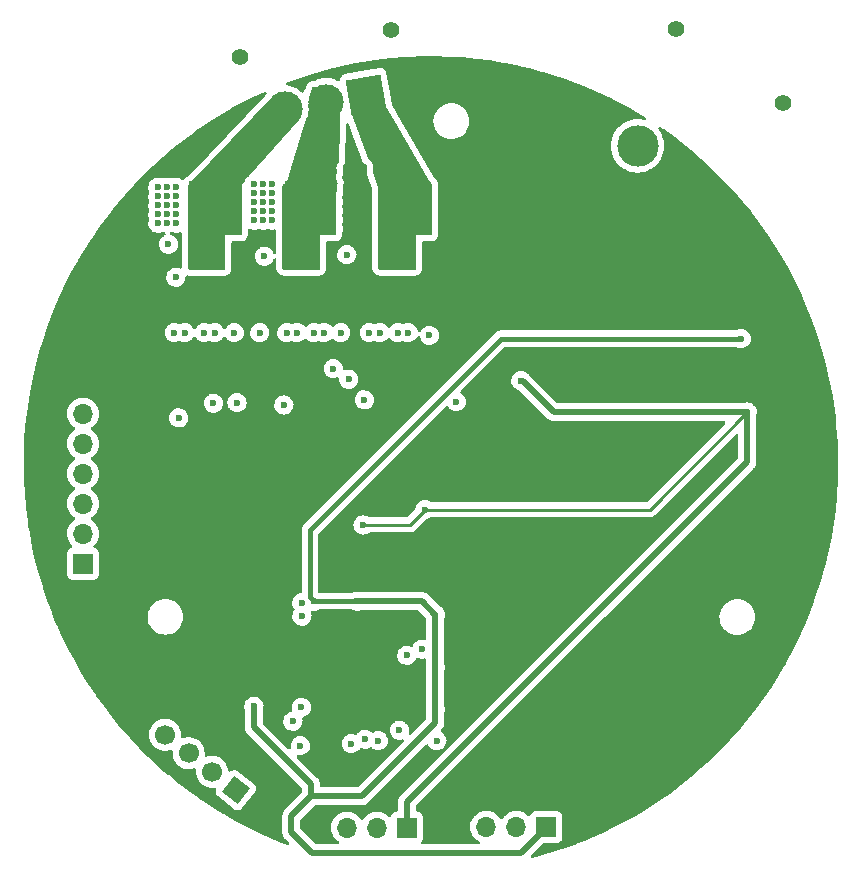
<source format=gbr>
%TF.GenerationSoftware,KiCad,Pcbnew,(6.0.7)*%
%TF.CreationDate,2022-08-30T09:52:08+08:00*%
%TF.ProjectId,rm_foc_driver,726d5f66-6f63-45f6-9472-697665722e6b,rev?*%
%TF.SameCoordinates,Original*%
%TF.FileFunction,Copper,L2,Inr*%
%TF.FilePolarity,Positive*%
%FSLAX46Y46*%
G04 Gerber Fmt 4.6, Leading zero omitted, Abs format (unit mm)*
G04 Created by KiCad (PCBNEW (6.0.7)) date 2022-08-30 09:52:08*
%MOMM*%
%LPD*%
G01*
G04 APERTURE LIST*
G04 Aperture macros list*
%AMHorizOval*
0 Thick line with rounded ends*
0 $1 width*
0 $2 $3 position (X,Y) of the first rounded end (center of the circle)*
0 $4 $5 position (X,Y) of the second rounded end (center of the circle)*
0 Add line between two ends*
20,1,$1,$2,$3,$4,$5,0*
0 Add two circle primitives to create the rounded ends*
1,1,$1,$2,$3*
1,1,$1,$4,$5*%
%AMRotRect*
0 Rectangle, with rotation*
0 The origin of the aperture is its center*
0 $1 length*
0 $2 width*
0 $3 Rotation angle, in degrees counterclockwise*
0 Add horizontal line*
21,1,$1,$2,0,0,$3*%
G04 Aperture macros list end*
%TA.AperFunction,ComponentPad*%
%ADD10RotRect,1.700000X1.700000X232.000000*%
%TD*%
%TA.AperFunction,ComponentPad*%
%ADD11HorizOval,1.700000X0.000000X0.000000X0.000000X0.000000X0*%
%TD*%
%TA.AperFunction,ComponentPad*%
%ADD12R,1.700000X1.700000*%
%TD*%
%TA.AperFunction,ComponentPad*%
%ADD13O,1.700000X1.700000*%
%TD*%
%TA.AperFunction,ComponentPad*%
%ADD14C,1.400000*%
%TD*%
%TA.AperFunction,ComponentPad*%
%ADD15RotRect,3.500000X3.500000X325.000000*%
%TD*%
%TA.AperFunction,ComponentPad*%
%ADD16C,3.500000*%
%TD*%
%TA.AperFunction,ComponentPad*%
%ADD17RotRect,3.000000X3.000000X10.000000*%
%TD*%
%TA.AperFunction,ComponentPad*%
%ADD18C,3.000000*%
%TD*%
%TA.AperFunction,ComponentPad*%
%ADD19C,0.500000*%
%TD*%
%TA.AperFunction,ViaPad*%
%ADD20C,0.800000*%
%TD*%
%TA.AperFunction,ViaPad*%
%ADD21C,0.600000*%
%TD*%
%TA.AperFunction,Conductor*%
%ADD22C,0.254000*%
%TD*%
%TA.AperFunction,Conductor*%
%ADD23C,0.508000*%
%TD*%
%TA.AperFunction,Conductor*%
%ADD24C,0.381000*%
%TD*%
G04 APERTURE END LIST*
D10*
%TO.N,/MOSI*%
%TO.C,J4*%
X148590000Y-128651000D03*
D11*
%TO.N,/MISO*%
X146588453Y-127087220D03*
%TO.N,/SCLK*%
X144586905Y-125523440D03*
%TO.N,/CS2*%
X142585358Y-123959660D03*
%TD*%
D12*
%TO.N,+3.3V*%
%TO.C,J1*%
X174869000Y-131769000D03*
D13*
%TO.N,/SWDIO*%
X172329000Y-131769000D03*
%TO.N,/SWCLK*%
X169789000Y-131769000D03*
%TO.N,GND*%
X167249000Y-131769000D03*
%TD*%
D12*
%TO.N,/PWM1*%
%TO.C,J5*%
X135636000Y-109474000D03*
D13*
%TO.N,/PWM2*%
X135636000Y-106934000D03*
%TO.N,/PWM3*%
X135636000Y-104394000D03*
%TO.N,/PWM4*%
X135636000Y-101854000D03*
%TO.N,/PWM5*%
X135636000Y-99314000D03*
%TO.N,/PWM6*%
X135636000Y-96774000D03*
%TO.N,GND*%
X135636000Y-94234000D03*
%TD*%
D14*
%TO.N,*%
%TO.C,J6*%
X194883220Y-70491209D03*
X185872548Y-64181868D03*
D15*
%TO.N,GND*%
X186690000Y-76962000D03*
D16*
%TO.N,+12V*%
X182594240Y-74094118D03*
%TD*%
D14*
%TO.N,*%
%TO.C,J8*%
X161715778Y-64309412D03*
X148913278Y-66566838D03*
D17*
%TO.N,/SH_C*%
X159629596Y-69754395D03*
D18*
%TO.N,/SH_B*%
X156182769Y-70362164D03*
%TO.N,/SH_A*%
X152735942Y-70969932D03*
%TD*%
D19*
%TO.N,GND*%
%TO.C,U1*%
X182878052Y-95173399D03*
X184369351Y-93043604D03*
X182558804Y-93362852D03*
X183304454Y-92297955D03*
X183623702Y-94108502D03*
X181813155Y-94427750D03*
%TD*%
D12*
%TO.N,+5V*%
%TO.C,J3*%
X163068000Y-131826000D03*
D13*
%TO.N,/TXD*%
X160528000Y-131826000D03*
%TO.N,/RXD*%
X157988000Y-131826000D03*
%TO.N,GND*%
X155448000Y-131826000D03*
%TD*%
D20*
%TO.N,GND*%
X168478200Y-77317600D03*
X168757600Y-69291200D03*
X190703200Y-80594200D03*
X194284600Y-101346000D03*
X193421000Y-110769400D03*
X186588400Y-115646200D03*
X187198000Y-120218200D03*
X183870600Y-121691400D03*
X178206400Y-121056400D03*
X175437800Y-122478800D03*
X173609000Y-127076200D03*
X169316400Y-126847600D03*
X164211000Y-110794800D03*
X161518600Y-111125000D03*
X145542000Y-111023400D03*
X150037800Y-112090200D03*
X141224000Y-109220000D03*
X144653000Y-118440200D03*
X141681200Y-118567200D03*
X139014200Y-116027200D03*
X148056600Y-105308400D03*
D21*
X158369000Y-74244200D03*
X158267400Y-75158600D03*
X159410400Y-75920600D03*
X157911800Y-75971400D03*
X158648400Y-75946000D03*
X159385000Y-76682600D03*
X157886400Y-76733400D03*
X158623000Y-76708000D03*
X159435800Y-79832200D03*
X159435800Y-77546200D03*
X159435800Y-79070200D03*
X159435800Y-78308200D03*
X158673800Y-79857600D03*
X158673800Y-77571600D03*
X158673800Y-79095600D03*
X158673800Y-78333600D03*
X157937200Y-79883000D03*
X157937200Y-77597000D03*
X157937200Y-79121000D03*
X157937200Y-78359000D03*
D20*
X178638200Y-108788200D03*
D21*
%TO.N,+5V*%
X159359600Y-106196400D03*
X164592000Y-104902000D03*
X191881305Y-96631305D03*
X172720000Y-93980000D03*
%TO.N,GND*%
X161036000Y-120269000D03*
X157734000Y-122301000D03*
X148894800Y-91846400D03*
X152019000Y-122809000D03*
X162179000Y-113792000D03*
X146481800Y-91795600D03*
X147447000Y-114935000D03*
X176860200Y-87909400D03*
X150596600Y-92024200D03*
X160596000Y-117924000D03*
X149352000Y-114935000D03*
X153238200Y-91973400D03*
X160655000Y-122047000D03*
X162382200Y-91643200D03*
X160426400Y-91973400D03*
X157480000Y-91363800D03*
X163855400Y-96037400D03*
X160528000Y-118745000D03*
X151790400Y-107721400D03*
X152146000Y-119634000D03*
X157992500Y-120527500D03*
X148152250Y-119563750D03*
X156235400Y-91744800D03*
X158496000Y-111175800D03*
X192151000Y-94996000D03*
X152919300Y-114935000D03*
X170815000Y-94996000D03*
X177165000Y-89230200D03*
X146981500Y-117305500D03*
X151003000Y-114935000D03*
%TO.N,+12V*%
X155194000Y-89916000D03*
X144272000Y-89916000D03*
X153797000Y-89916000D03*
X157480000Y-89916000D03*
X150622000Y-89916000D03*
X146812000Y-89916000D03*
X156083000Y-89916000D03*
X148463000Y-89916000D03*
X145923000Y-89916000D03*
X152908000Y-89916000D03*
X160782000Y-89916000D03*
X159893000Y-89916000D03*
X162306000Y-89916000D03*
X163195000Y-89916000D03*
X143383000Y-89916000D03*
%TO.N,Net-(C6-Pad1)*%
X165608000Y-124460000D03*
X160655000Y-124460000D03*
%TO.N,/SH_A*%
X145672404Y-83445807D03*
X145672404Y-77349807D03*
X144910404Y-82683807D03*
X145672404Y-78873807D03*
X146431000Y-81915000D03*
X147955000Y-77343000D03*
X146431000Y-81153000D03*
X147196404Y-81159807D03*
X146431000Y-78105000D03*
X147955000Y-79629000D03*
X147196404Y-77349807D03*
X145672404Y-81921807D03*
X144910404Y-77349807D03*
X144910404Y-78873807D03*
X147955000Y-80391000D03*
X147955000Y-78867000D03*
X146431000Y-82677000D03*
X147196404Y-78111807D03*
X147196404Y-79635807D03*
X145672404Y-78111807D03*
X147196404Y-83445807D03*
X146427596Y-84194193D03*
X147196404Y-78873807D03*
X147955000Y-81153000D03*
X146431000Y-79629000D03*
X148717000Y-77343000D03*
X152654000Y-96037400D03*
X145672404Y-81159807D03*
X145669000Y-84201000D03*
X144910404Y-81921807D03*
X144910404Y-79635807D03*
X146431000Y-83439000D03*
X147193000Y-84201000D03*
X147955000Y-78105000D03*
X144910404Y-78111807D03*
X145672404Y-82683807D03*
X144910404Y-81159807D03*
X147196404Y-81921807D03*
X146431000Y-80391000D03*
X148717000Y-78105000D03*
X146431000Y-77343000D03*
X146431000Y-78867000D03*
X144907000Y-84201000D03*
X145672404Y-80397807D03*
X147196404Y-82683807D03*
X145672404Y-79635807D03*
X144910404Y-83445807D03*
X144910404Y-80397807D03*
X147196404Y-80397807D03*
%TO.N,/SH_B*%
X155321000Y-78867000D03*
X153797000Y-84201000D03*
X155321000Y-79629000D03*
X156845000Y-78867000D03*
X155321000Y-81153000D03*
X155321000Y-82677000D03*
X156083000Y-78105000D03*
X153797000Y-79629000D03*
X154559000Y-78867000D03*
X156083000Y-78867000D03*
X155321000Y-78105000D03*
X156083000Y-77343000D03*
X155321000Y-81915000D03*
X153797000Y-80391000D03*
X155321000Y-77343000D03*
X154559000Y-83439000D03*
X153797000Y-78105000D03*
X156845000Y-78105000D03*
X156845000Y-77343000D03*
X155321000Y-83439000D03*
X153035000Y-82677000D03*
X155321000Y-80391000D03*
X154559000Y-77343000D03*
X148691600Y-95834200D03*
X153797000Y-81153000D03*
X156083000Y-79629000D03*
X153797000Y-81915000D03*
X153797000Y-82677000D03*
X154559000Y-81153000D03*
X154559000Y-80391000D03*
X153035000Y-78105000D03*
X156083000Y-80391000D03*
X156083000Y-81153000D03*
X153035000Y-83439000D03*
X153797000Y-83439000D03*
X154559000Y-81915000D03*
X154559000Y-78105000D03*
X155321000Y-84201000D03*
X153035000Y-84201000D03*
X153035000Y-81915000D03*
X156845000Y-80391000D03*
X154559000Y-82677000D03*
X153035000Y-77343000D03*
X153797000Y-78867000D03*
X153035000Y-78867000D03*
X154559000Y-79629000D03*
X156845000Y-81153000D03*
X156845000Y-79629000D03*
X153797000Y-77343000D03*
X154559000Y-84201000D03*
%TO.N,+3.3V*%
X191389000Y-90424000D03*
X155194000Y-112649000D03*
X164338000Y-116713000D03*
X165481000Y-118237000D03*
X158877000Y-112649000D03*
X165481000Y-113792000D03*
X163068000Y-117221000D03*
X165481000Y-121793000D03*
X162433000Y-123571000D03*
X150114000Y-121539000D03*
%TO.N,/SH_C*%
X162560000Y-78867000D03*
X162560000Y-78105000D03*
X163322000Y-82677000D03*
X163322000Y-84201000D03*
X143738600Y-97129600D03*
X163322000Y-77343000D03*
X161036000Y-77343000D03*
X164846000Y-81153000D03*
X162560000Y-81915000D03*
X163322000Y-78867000D03*
X161798000Y-81915000D03*
X161798000Y-79629000D03*
X161036000Y-78867000D03*
X161036000Y-81153000D03*
X164846000Y-80391000D03*
X164084000Y-77343000D03*
X164084000Y-79629000D03*
X161798000Y-81153000D03*
X161036000Y-80391000D03*
X163322000Y-81915000D03*
X164846000Y-79629000D03*
X163322000Y-78105000D03*
X162560000Y-77343000D03*
X161798000Y-83439000D03*
X164084000Y-78105000D03*
X164084000Y-81153000D03*
X164084000Y-80391000D03*
X161036000Y-79629000D03*
X161798000Y-77343000D03*
X163322000Y-81153000D03*
X163322000Y-79629000D03*
X162560000Y-81153000D03*
X162560000Y-83439000D03*
X164846000Y-78867000D03*
X161036000Y-81915000D03*
X161036000Y-83439000D03*
X161798000Y-82677000D03*
X164846000Y-77343000D03*
X161798000Y-78105000D03*
X161036000Y-82677000D03*
X163322000Y-80391000D03*
X162560000Y-79629000D03*
X161036000Y-78105000D03*
X161036000Y-84201000D03*
X164084000Y-78867000D03*
X163322000Y-83439000D03*
X162560000Y-84201000D03*
X161798000Y-80391000D03*
X161798000Y-84201000D03*
X162560000Y-80391000D03*
X162560000Y-82677000D03*
X164846000Y-78105000D03*
X161798000Y-78867000D03*
%TO.N,/GL_A*%
X159461200Y-95605600D03*
X142875000Y-82423000D03*
%TO.N,/SL_A*%
X143510000Y-77597000D03*
X142748000Y-80645000D03*
X142748000Y-77597000D03*
X143510000Y-78359000D03*
X143510000Y-79883000D03*
X164977200Y-90144600D03*
X141986000Y-78359000D03*
X141986000Y-80645000D03*
X141986000Y-79121000D03*
X141986000Y-79883000D03*
X142748000Y-79121000D03*
X141986000Y-77597000D03*
X142748000Y-79883000D03*
X142748000Y-78359000D03*
X143510000Y-79121000D03*
X143510000Y-80645000D03*
%TO.N,/GL_B*%
X151003000Y-83439000D03*
X158150062Y-93853000D03*
%TO.N,/SL_B*%
X150876000Y-78105000D03*
X150114000Y-78867000D03*
X151638000Y-78867000D03*
X151638000Y-79629000D03*
X151638000Y-80391000D03*
X150114000Y-78105000D03*
X167259000Y-95758000D03*
X151638000Y-78105000D03*
X150876000Y-79629000D03*
X150114000Y-80391000D03*
X150114000Y-79629000D03*
X150876000Y-78867000D03*
X150876000Y-80391000D03*
X150876000Y-77343000D03*
X150114000Y-77343000D03*
X151638000Y-77343000D03*
%TO.N,/GH_C*%
X146685000Y-95885000D03*
X143510000Y-85217000D03*
%TO.N,/GL_C*%
X156845000Y-92964000D03*
X157988000Y-83312000D03*
%TO.N,/CS1*%
X154051000Y-124887600D03*
%TO.N,/SO1*%
X154131400Y-121634892D03*
X154178000Y-113919000D03*
%TO.N,/SO2*%
X154178000Y-112776000D03*
X153416000Y-122809000D03*
%TO.N,/MODE*%
X159512000Y-124333000D03*
%TO.N,/ADC1*%
X158369000Y-124714000D03*
%TD*%
D22*
%TO.N,+5V*%
X191881305Y-96631305D02*
X183610610Y-104902000D01*
D23*
X163068000Y-129667000D02*
X163068000Y-131826000D01*
X175498305Y-96631305D02*
X172974000Y-94107000D01*
X191881305Y-96631305D02*
X175498305Y-96631305D01*
D22*
X183610610Y-104902000D02*
X164592000Y-104902000D01*
X164592000Y-104902000D02*
X163297600Y-106196400D01*
D23*
X191881305Y-96631305D02*
X191881305Y-100853695D01*
X172974000Y-94107000D02*
X172847000Y-93980000D01*
X191881305Y-100853695D02*
X163068000Y-129667000D01*
D22*
X163297600Y-106196400D02*
X159359600Y-106196400D01*
D23*
X172847000Y-93980000D02*
X172720000Y-93980000D01*
D22*
X164592000Y-104902000D02*
X164465000Y-104902000D01*
D23*
%TO.N,+3.3V*%
X154940000Y-129159000D02*
X153289000Y-130810000D01*
X153289000Y-132207000D02*
X155067000Y-133985000D01*
X172720000Y-133985000D02*
X174869000Y-131836000D01*
X159258000Y-129159000D02*
X154940000Y-129159000D01*
D24*
X154868500Y-112323500D02*
X155194000Y-112649000D01*
X165608000Y-95885000D02*
X154868500Y-106624500D01*
D23*
X164338000Y-112649000D02*
X165481000Y-113792000D01*
X158877000Y-112649000D02*
X164338000Y-112649000D01*
X150114000Y-123317000D02*
X150114000Y-121539000D01*
D24*
X171069000Y-90424000D02*
X165608000Y-95885000D01*
D23*
X153289000Y-130810000D02*
X153289000Y-132207000D01*
X165481000Y-118237000D02*
X165481000Y-121793000D01*
D24*
X155194000Y-112649000D02*
X158877000Y-112649000D01*
D23*
X165481000Y-121793000D02*
X165481000Y-122936000D01*
X165481000Y-122936000D02*
X159258000Y-129159000D01*
X154940000Y-128143000D02*
X150114000Y-123317000D01*
D24*
X154868500Y-106624500D02*
X154868500Y-112323500D01*
D23*
X154940000Y-129159000D02*
X154940000Y-128143000D01*
X155067000Y-133985000D02*
X172720000Y-133985000D01*
X165481000Y-113792000D02*
X165481000Y-118237000D01*
D24*
X191389000Y-90424000D02*
X171196000Y-90424000D01*
D23*
X174869000Y-131836000D02*
X174869000Y-131769000D01*
%TD*%
%TA.AperFunction,Conductor*%
%TO.N,/SH_C*%
G36*
X161270692Y-70763666D02*
G01*
X161327522Y-70806221D01*
X161335917Y-70818985D01*
X161732514Y-71509831D01*
X165081185Y-77343000D01*
X165227000Y-77597000D01*
X160655000Y-77597000D01*
X160171502Y-76280810D01*
X160166788Y-76209970D01*
X160171986Y-76192620D01*
X160195954Y-76129524D01*
X160195956Y-76129517D01*
X160198455Y-76122938D01*
X160223699Y-75943317D01*
X160224016Y-75920600D01*
X160203797Y-75740345D01*
X160201480Y-75733691D01*
X160146464Y-75575706D01*
X160146462Y-75575703D01*
X160144145Y-75569048D01*
X160048026Y-75415224D01*
X159928555Y-75294916D01*
X159925178Y-75291515D01*
X159925174Y-75291512D01*
X159920215Y-75286518D01*
X159914267Y-75282743D01*
X159807647Y-75215080D01*
X159760848Y-75161691D01*
X159756889Y-75152142D01*
X158418897Y-71509831D01*
X158414183Y-71438991D01*
X158448516Y-71376848D01*
X158510402Y-71343260D01*
X160922069Y-70818985D01*
X161199877Y-70758592D01*
X161270692Y-70763666D01*
G37*
%TD.AperFunction*%
%TD*%
%TA.AperFunction,Conductor*%
%TO.N,/SH_A*%
G36*
X149040121Y-77363002D02*
G01*
X149086614Y-77416658D01*
X149098000Y-77469000D01*
X149098000Y-81535000D01*
X149077998Y-81603121D01*
X149024342Y-81649614D01*
X148972000Y-81661000D01*
X147701000Y-81661000D01*
X147701000Y-84456000D01*
X147680998Y-84524121D01*
X147627342Y-84570614D01*
X147575000Y-84582000D01*
X144652000Y-84582000D01*
X144583879Y-84561998D01*
X144537386Y-84508342D01*
X144526000Y-84456000D01*
X144526000Y-77469000D01*
X144546002Y-77400879D01*
X144599658Y-77354386D01*
X144652000Y-77343000D01*
X148972000Y-77343000D01*
X149040121Y-77363002D01*
G37*
%TD.AperFunction*%
%TD*%
%TA.AperFunction,Conductor*%
%TO.N,/SH_C*%
G36*
X165169121Y-77363002D02*
G01*
X165215614Y-77416658D01*
X165227000Y-77469000D01*
X165227000Y-81535000D01*
X165206998Y-81603121D01*
X165153342Y-81649614D01*
X165101000Y-81661000D01*
X163830000Y-81661000D01*
X163830000Y-84456000D01*
X163809998Y-84524121D01*
X163756342Y-84570614D01*
X163704000Y-84582000D01*
X160781000Y-84582000D01*
X160712879Y-84561998D01*
X160666386Y-84508342D01*
X160655000Y-84456000D01*
X160655000Y-77343000D01*
X165101000Y-77343000D01*
X165169121Y-77363002D01*
G37*
%TD.AperFunction*%
%TD*%
%TA.AperFunction,Conductor*%
%TO.N,GND*%
G36*
X165523463Y-66510902D02*
G01*
X166662577Y-66543716D01*
X166666724Y-66543904D01*
X167804093Y-66614465D01*
X167808258Y-66614793D01*
X168942630Y-66723022D01*
X168946782Y-66723487D01*
X170076983Y-66869271D01*
X170081118Y-66869874D01*
X171205860Y-67053050D01*
X171209972Y-67053790D01*
X171483121Y-67107627D01*
X172328035Y-67274158D01*
X172332083Y-67275026D01*
X172899225Y-67406483D01*
X173442220Y-67532343D01*
X173446274Y-67533354D01*
X173761138Y-67617427D01*
X174547279Y-67827338D01*
X174551255Y-67828471D01*
X175200953Y-68025245D01*
X175641885Y-68158790D01*
X175645863Y-68160067D01*
X176322699Y-68389822D01*
X176694829Y-68516143D01*
X176724927Y-68526360D01*
X176728854Y-68527766D01*
X177795226Y-68929650D01*
X177799076Y-68931174D01*
X178851557Y-69368202D01*
X178855336Y-69369846D01*
X179892716Y-69841515D01*
X179896462Y-69843293D01*
X180211397Y-69999286D01*
X180917665Y-70349113D01*
X180921377Y-70351030D01*
X181925165Y-70890384D01*
X181928807Y-70892419D01*
X182914228Y-71464798D01*
X182917738Y-71466914D01*
X183218787Y-71655396D01*
X183246039Y-71672458D01*
X183293163Y-71725561D01*
X183304097Y-71795710D01*
X183275369Y-71860635D01*
X183216101Y-71899722D01*
X183154594Y-71902833D01*
X182893705Y-71850938D01*
X182893699Y-71850937D01*
X182889666Y-71850135D01*
X182885561Y-71849866D01*
X182885554Y-71849865D01*
X182598359Y-71831042D01*
X182594240Y-71830772D01*
X182590121Y-71831042D01*
X182302926Y-71849865D01*
X182302919Y-71849866D01*
X182298814Y-71850135D01*
X182294781Y-71850937D01*
X182294775Y-71850938D01*
X182012493Y-71907088D01*
X182012487Y-71907090D01*
X182008443Y-71907894D01*
X182004534Y-71909221D01*
X182004530Y-71909222D01*
X181758426Y-71992763D01*
X181728095Y-72003059D01*
X181629337Y-72051761D01*
X181466271Y-72132176D01*
X181466266Y-72132179D01*
X181462567Y-72134003D01*
X181459134Y-72136297D01*
X181219833Y-72296192D01*
X181219828Y-72296196D01*
X181216402Y-72298485D01*
X181213308Y-72301199D01*
X181213302Y-72301203D01*
X181126957Y-72376926D01*
X180993813Y-72493691D01*
X180991104Y-72496780D01*
X180801325Y-72713180D01*
X180801321Y-72713186D01*
X180798607Y-72716280D01*
X180634125Y-72962445D01*
X180503181Y-73227973D01*
X180501856Y-73231878D01*
X180501855Y-73231879D01*
X180413115Y-73493301D01*
X180408016Y-73508321D01*
X180407212Y-73512365D01*
X180407210Y-73512371D01*
X180391716Y-73590267D01*
X180350257Y-73798692D01*
X180330894Y-74094118D01*
X180331164Y-74098237D01*
X180342561Y-74272120D01*
X180350257Y-74389544D01*
X180408016Y-74679915D01*
X180503181Y-74960263D01*
X180634125Y-75225791D01*
X180636419Y-75229224D01*
X180754301Y-75405647D01*
X180798607Y-75471956D01*
X180801321Y-75475050D01*
X180801325Y-75475056D01*
X180950989Y-75645714D01*
X180993813Y-75694545D01*
X180996902Y-75697254D01*
X181213302Y-75887033D01*
X181213308Y-75887037D01*
X181216402Y-75889751D01*
X181219828Y-75892040D01*
X181219833Y-75892044D01*
X181395211Y-76009227D01*
X181462567Y-76054233D01*
X181466266Y-76056057D01*
X181466271Y-76056060D01*
X181540937Y-76092881D01*
X181728095Y-76185177D01*
X181732000Y-76186502D01*
X181732001Y-76186503D01*
X182004530Y-76279014D01*
X182004534Y-76279015D01*
X182008443Y-76280342D01*
X182012487Y-76281146D01*
X182012493Y-76281148D01*
X182294775Y-76337298D01*
X182294781Y-76337299D01*
X182298814Y-76338101D01*
X182302919Y-76338370D01*
X182302926Y-76338371D01*
X182590121Y-76357194D01*
X182594240Y-76357464D01*
X182598359Y-76357194D01*
X182885554Y-76338371D01*
X182885561Y-76338370D01*
X182889666Y-76338101D01*
X182893699Y-76337299D01*
X182893705Y-76337298D01*
X183175987Y-76281148D01*
X183175993Y-76281146D01*
X183180037Y-76280342D01*
X183183946Y-76279015D01*
X183183950Y-76279014D01*
X183456479Y-76186503D01*
X183456480Y-76186502D01*
X183460385Y-76185177D01*
X183647543Y-76092881D01*
X183722209Y-76056060D01*
X183722214Y-76056057D01*
X183725913Y-76054233D01*
X183793269Y-76009227D01*
X183968647Y-75892044D01*
X183968652Y-75892040D01*
X183972078Y-75889751D01*
X183975172Y-75887037D01*
X183975178Y-75887033D01*
X184191578Y-75697254D01*
X184194667Y-75694545D01*
X184237491Y-75645714D01*
X184387155Y-75475056D01*
X184387159Y-75475050D01*
X184389873Y-75471956D01*
X184434180Y-75405647D01*
X184552061Y-75229224D01*
X184554355Y-75225791D01*
X184685299Y-74960263D01*
X184780464Y-74679915D01*
X184838223Y-74389544D01*
X184845920Y-74272120D01*
X184857316Y-74098237D01*
X184857586Y-74094118D01*
X184838223Y-73798692D01*
X184796765Y-73590267D01*
X184781270Y-73512371D01*
X184781268Y-73512365D01*
X184780464Y-73508321D01*
X184775366Y-73493301D01*
X184686625Y-73231879D01*
X184686624Y-73231878D01*
X184685299Y-73227973D01*
X184554355Y-72962445D01*
X184389873Y-72716280D01*
X184387151Y-72713176D01*
X184387147Y-72713171D01*
X184378851Y-72703711D01*
X184348973Y-72639308D01*
X184358657Y-72568975D01*
X184404829Y-72515043D01*
X184472829Y-72494634D01*
X184543948Y-72516112D01*
X184622469Y-72568975D01*
X184795892Y-72685730D01*
X184832421Y-72710323D01*
X184835842Y-72712709D01*
X185759556Y-73380138D01*
X185762870Y-73382618D01*
X186295021Y-73794653D01*
X186663895Y-74080266D01*
X186667150Y-74082873D01*
X186680719Y-74094118D01*
X187544575Y-74810033D01*
X187547747Y-74812752D01*
X188009604Y-75222087D01*
X188386919Y-75556494D01*
X188400553Y-75568578D01*
X188403627Y-75571394D01*
X189230919Y-76355095D01*
X189233904Y-76358018D01*
X190034751Y-77168709D01*
X190037638Y-77171730D01*
X190811184Y-78008548D01*
X190813968Y-78011663D01*
X191104488Y-78347640D01*
X191557006Y-78870962D01*
X191559292Y-78873606D01*
X191561966Y-78876803D01*
X192188361Y-79651717D01*
X192278371Y-79763069D01*
X192280936Y-79766354D01*
X192805095Y-80460675D01*
X192967511Y-80675817D01*
X192969973Y-80679192D01*
X193626057Y-81610975D01*
X193628405Y-81614431D01*
X194253201Y-82567403D01*
X194255434Y-82570935D01*
X194848301Y-83544117D01*
X194850415Y-83547720D01*
X195410689Y-84540021D01*
X195412683Y-84543693D01*
X195939765Y-85554053D01*
X195941635Y-85557789D01*
X196434905Y-86585022D01*
X196436651Y-86588818D01*
X196895604Y-87631867D01*
X196897223Y-87635719D01*
X197321330Y-88693384D01*
X197322821Y-88697287D01*
X197711642Y-89768473D01*
X197713002Y-89772423D01*
X197878841Y-90281312D01*
X198036936Y-90766434D01*
X198066085Y-90855881D01*
X198067312Y-90859868D01*
X198307275Y-91688524D01*
X198384289Y-91954476D01*
X198385378Y-91958485D01*
X198639746Y-92960062D01*
X198665886Y-93062987D01*
X198666847Y-93067053D01*
X198910574Y-94180221D01*
X198911400Y-94184316D01*
X199118089Y-95304963D01*
X199118779Y-95309081D01*
X199121306Y-95325893D01*
X199288203Y-96436000D01*
X199288755Y-96440142D01*
X199361842Y-97067023D01*
X199399850Y-97393020D01*
X199420717Y-97572004D01*
X199421131Y-97576151D01*
X199512010Y-98669840D01*
X199515496Y-98711797D01*
X199515772Y-98715951D01*
X199532581Y-99053588D01*
X199572432Y-99854095D01*
X199572571Y-99858271D01*
X199583629Y-100525114D01*
X199590559Y-100942978D01*
X199591475Y-100998246D01*
X199591488Y-101001306D01*
X199587664Y-101488188D01*
X199587257Y-101540006D01*
X199587195Y-101543084D01*
X199585564Y-101593588D01*
X199551023Y-102662990D01*
X199550390Y-102682579D01*
X199550187Y-102686724D01*
X199512495Y-103261800D01*
X199475655Y-103823855D01*
X199475313Y-103828019D01*
X199363123Y-104962039D01*
X199362643Y-104966189D01*
X199212914Y-106095874D01*
X199212296Y-106100007D01*
X199143750Y-106511830D01*
X199025534Y-107222069D01*
X199025199Y-107224079D01*
X199024448Y-107228171D01*
X198961087Y-107543829D01*
X198800178Y-108345457D01*
X198799288Y-108349539D01*
X198538103Y-109458752D01*
X198537078Y-109462803D01*
X198309852Y-110302029D01*
X198239383Y-110562297D01*
X198239257Y-110562761D01*
X198238100Y-110566768D01*
X197973680Y-111428959D01*
X197903981Y-111656224D01*
X197902697Y-111660176D01*
X197565034Y-112643608D01*
X197532626Y-112737995D01*
X197531208Y-112741912D01*
X197129760Y-113795962D01*
X197125612Y-113806852D01*
X197124067Y-113810716D01*
X197009160Y-114084737D01*
X196683384Y-114861622D01*
X196681705Y-114865447D01*
X196206432Y-115901147D01*
X196204627Y-115904915D01*
X196191944Y-115930297D01*
X195914866Y-116484818D01*
X195695259Y-116924319D01*
X195693331Y-116928021D01*
X195248590Y-117748841D01*
X195150467Y-117929937D01*
X195148419Y-117933572D01*
X195089733Y-118033800D01*
X194572630Y-118916945D01*
X194570460Y-118920515D01*
X193962367Y-119884284D01*
X193960079Y-119887780D01*
X193320383Y-120830834D01*
X193317980Y-120834253D01*
X192647375Y-121755570D01*
X192644861Y-121758907D01*
X192609653Y-121804052D01*
X191944404Y-122657067D01*
X191944048Y-122657523D01*
X191941438Y-122660757D01*
X191366197Y-123349958D01*
X191211237Y-123535617D01*
X191208507Y-123538780D01*
X190449711Y-124388939D01*
X190446879Y-124392009D01*
X189666150Y-125210424D01*
X189660285Y-125216572D01*
X189657364Y-125219534D01*
X188843846Y-126017581D01*
X188840861Y-126020414D01*
X188500952Y-126332430D01*
X188001356Y-126791027D01*
X187998232Y-126793801D01*
X187133625Y-127536169D01*
X187130410Y-127538837D01*
X186241722Y-128252085D01*
X186238421Y-128254646D01*
X185326541Y-128938060D01*
X185323157Y-128940510D01*
X184675901Y-129392883D01*
X184403409Y-129583330D01*
X184389125Y-129593313D01*
X184385670Y-129595644D01*
X183912361Y-129903602D01*
X183430472Y-130217143D01*
X183426932Y-130219363D01*
X182451685Y-130808830D01*
X182448074Y-130810931D01*
X181453838Y-131367731D01*
X181450186Y-131369698D01*
X180437944Y-131893274D01*
X180434292Y-131895087D01*
X179713143Y-132238285D01*
X179405287Y-132384795D01*
X179401485Y-132386528D01*
X178356824Y-132841844D01*
X178352966Y-132843449D01*
X177398031Y-133222500D01*
X177293818Y-133263866D01*
X177289909Y-133265343D01*
X176217410Y-133650409D01*
X176213455Y-133651756D01*
X175128733Y-134001067D01*
X175124736Y-134002281D01*
X174029082Y-134315420D01*
X174025046Y-134316502D01*
X173898152Y-134348258D01*
X173722008Y-134392339D01*
X173651070Y-134389473D01*
X173592942Y-134348709D01*
X173566080Y-134282990D01*
X173579013Y-134213182D01*
X173602325Y-134181013D01*
X174618933Y-133164405D01*
X174681245Y-133130379D01*
X174708028Y-133127500D01*
X175767134Y-133127500D01*
X175829316Y-133120745D01*
X175965705Y-133069615D01*
X176082261Y-132982261D01*
X176169615Y-132865705D01*
X176220745Y-132729316D01*
X176227500Y-132667134D01*
X176227500Y-130870866D01*
X176220745Y-130808684D01*
X176169615Y-130672295D01*
X176082261Y-130555739D01*
X175965705Y-130468385D01*
X175829316Y-130417255D01*
X175767134Y-130410500D01*
X173970866Y-130410500D01*
X173908684Y-130417255D01*
X173772295Y-130468385D01*
X173655739Y-130555739D01*
X173568385Y-130672295D01*
X173565233Y-130680703D01*
X173523919Y-130790907D01*
X173481277Y-130847671D01*
X173414716Y-130872371D01*
X173345367Y-130857163D01*
X173312743Y-130831476D01*
X173262151Y-130775875D01*
X173262142Y-130775866D01*
X173258670Y-130772051D01*
X173254619Y-130768852D01*
X173254615Y-130768848D01*
X173087414Y-130636800D01*
X173087410Y-130636798D01*
X173083359Y-130633598D01*
X173058580Y-130619919D01*
X173031136Y-130604769D01*
X172887789Y-130525638D01*
X172882920Y-130523914D01*
X172882916Y-130523912D01*
X172682087Y-130452795D01*
X172682083Y-130452794D01*
X172677212Y-130451069D01*
X172672119Y-130450162D01*
X172672116Y-130450161D01*
X172462373Y-130412800D01*
X172462367Y-130412799D01*
X172457284Y-130411894D01*
X172383452Y-130410992D01*
X172239081Y-130409228D01*
X172239079Y-130409228D01*
X172233911Y-130409165D01*
X172013091Y-130442955D01*
X171800756Y-130512357D01*
X171602607Y-130615507D01*
X171598474Y-130618610D01*
X171598471Y-130618612D01*
X171428100Y-130746530D01*
X171423965Y-130749635D01*
X171367536Y-130808684D01*
X171305559Y-130873540D01*
X171269629Y-130911138D01*
X171162201Y-131068621D01*
X171107293Y-131113621D01*
X171036768Y-131121792D01*
X170973021Y-131090538D01*
X170952324Y-131066054D01*
X170871822Y-130941617D01*
X170871820Y-130941614D01*
X170869014Y-130937277D01*
X170718670Y-130772051D01*
X170714619Y-130768852D01*
X170714615Y-130768848D01*
X170547414Y-130636800D01*
X170547410Y-130636798D01*
X170543359Y-130633598D01*
X170518580Y-130619919D01*
X170491136Y-130604769D01*
X170347789Y-130525638D01*
X170342920Y-130523914D01*
X170342916Y-130523912D01*
X170142087Y-130452795D01*
X170142083Y-130452794D01*
X170137212Y-130451069D01*
X170132119Y-130450162D01*
X170132116Y-130450161D01*
X169922373Y-130412800D01*
X169922367Y-130412799D01*
X169917284Y-130411894D01*
X169843452Y-130410992D01*
X169699081Y-130409228D01*
X169699079Y-130409228D01*
X169693911Y-130409165D01*
X169473091Y-130442955D01*
X169260756Y-130512357D01*
X169062607Y-130615507D01*
X169058474Y-130618610D01*
X169058471Y-130618612D01*
X168888100Y-130746530D01*
X168883965Y-130749635D01*
X168827536Y-130808684D01*
X168765559Y-130873540D01*
X168729629Y-130911138D01*
X168603743Y-131095680D01*
X168565164Y-131178792D01*
X168530798Y-131252828D01*
X168509688Y-131298305D01*
X168449989Y-131513570D01*
X168426251Y-131735695D01*
X168426548Y-131740848D01*
X168426548Y-131740851D01*
X168429835Y-131797851D01*
X168439110Y-131958715D01*
X168440247Y-131963761D01*
X168440248Y-131963767D01*
X168453094Y-132020767D01*
X168488222Y-132176639D01*
X168572266Y-132383616D01*
X168609894Y-132445020D01*
X168686291Y-132569688D01*
X168688987Y-132574088D01*
X168835250Y-132742938D01*
X169007126Y-132885632D01*
X169181696Y-132987642D01*
X169181816Y-132987712D01*
X169230540Y-133039350D01*
X169243611Y-133109133D01*
X169216880Y-133174905D01*
X169158833Y-133215784D01*
X169118246Y-133222500D01*
X164395822Y-133222500D01*
X164327701Y-133202498D01*
X164281208Y-133148842D01*
X164271104Y-133078568D01*
X164294996Y-133020935D01*
X164363229Y-132929892D01*
X164363230Y-132929890D01*
X164368615Y-132922705D01*
X164419745Y-132786316D01*
X164426500Y-132724134D01*
X164426500Y-130927866D01*
X164419745Y-130865684D01*
X164368615Y-130729295D01*
X164281261Y-130612739D01*
X164164705Y-130525385D01*
X164028316Y-130474255D01*
X163966134Y-130467500D01*
X163956500Y-130467500D01*
X163888379Y-130447498D01*
X163841886Y-130393842D01*
X163830500Y-130341500D01*
X163830500Y-130035028D01*
X163850502Y-129966907D01*
X163867405Y-129945933D01*
X179821489Y-113991849D01*
X189533889Y-113991849D01*
X189534277Y-113996779D01*
X189534277Y-113996782D01*
X189540113Y-114070933D01*
X189552519Y-114228560D01*
X189553673Y-114233367D01*
X189553674Y-114233373D01*
X189561674Y-114266693D01*
X189607949Y-114459443D01*
X189609842Y-114464014D01*
X189609843Y-114464016D01*
X189693535Y-114666067D01*
X189698814Y-114678812D01*
X189822878Y-114881266D01*
X189977085Y-115061819D01*
X190157638Y-115216026D01*
X190360092Y-115340090D01*
X190364662Y-115341983D01*
X190364666Y-115341985D01*
X190574888Y-115429061D01*
X190579461Y-115430955D01*
X190659664Y-115450210D01*
X190805531Y-115485230D01*
X190805537Y-115485231D01*
X190810344Y-115486385D01*
X191047055Y-115505015D01*
X191283766Y-115486385D01*
X191288573Y-115485231D01*
X191288579Y-115485230D01*
X191434446Y-115450210D01*
X191514649Y-115430955D01*
X191519222Y-115429061D01*
X191729444Y-115341985D01*
X191729448Y-115341983D01*
X191734018Y-115340090D01*
X191936472Y-115216026D01*
X192117025Y-115061819D01*
X192271232Y-114881266D01*
X192395296Y-114678812D01*
X192400576Y-114666067D01*
X192484267Y-114464016D01*
X192484268Y-114464014D01*
X192486161Y-114459443D01*
X192532436Y-114266693D01*
X192540436Y-114233373D01*
X192540437Y-114233367D01*
X192541591Y-114228560D01*
X192560221Y-113991849D01*
X192541591Y-113755138D01*
X192537656Y-113738745D01*
X192496531Y-113567448D01*
X192486161Y-113524255D01*
X192460556Y-113462438D01*
X192397191Y-113309460D01*
X192397189Y-113309456D01*
X192395296Y-113304886D01*
X192271232Y-113102432D01*
X192117025Y-112921879D01*
X191936472Y-112767672D01*
X191734018Y-112643608D01*
X191729448Y-112641715D01*
X191729444Y-112641713D01*
X191519222Y-112554637D01*
X191519220Y-112554636D01*
X191514649Y-112552743D01*
X191434446Y-112533488D01*
X191288579Y-112498468D01*
X191288573Y-112498467D01*
X191283766Y-112497313D01*
X191047055Y-112478683D01*
X190810344Y-112497313D01*
X190805537Y-112498467D01*
X190805531Y-112498468D01*
X190659664Y-112533488D01*
X190579461Y-112552743D01*
X190574890Y-112554636D01*
X190574888Y-112554637D01*
X190364666Y-112641713D01*
X190364662Y-112641715D01*
X190360092Y-112643608D01*
X190157638Y-112767672D01*
X189977085Y-112921879D01*
X189822878Y-113102432D01*
X189698814Y-113304886D01*
X189696921Y-113309456D01*
X189696919Y-113309460D01*
X189633554Y-113462438D01*
X189607949Y-113524255D01*
X189597579Y-113567448D01*
X189556455Y-113738745D01*
X189552519Y-113755138D01*
X189534362Y-113985844D01*
X189533889Y-113991849D01*
X179821489Y-113991849D01*
X192372833Y-101440505D01*
X192387246Y-101428118D01*
X192404869Y-101415149D01*
X192439284Y-101374640D01*
X192446214Y-101367124D01*
X192451958Y-101361380D01*
X192454232Y-101358506D01*
X192454238Y-101358499D01*
X192469677Y-101338984D01*
X192472468Y-101335580D01*
X192515250Y-101285223D01*
X192515253Y-101285219D01*
X192519989Y-101279644D01*
X192523317Y-101273127D01*
X192526694Y-101268063D01*
X192529921Y-101262839D01*
X192534465Y-101257095D01*
X192565547Y-101190591D01*
X192567452Y-101186694D01*
X192600848Y-101121291D01*
X192602589Y-101114177D01*
X192604721Y-101108443D01*
X192606649Y-101102647D01*
X192609749Y-101096015D01*
X192624700Y-101024135D01*
X192625670Y-101019851D01*
X192630957Y-100998246D01*
X192643109Y-100948583D01*
X192643805Y-100937365D01*
X192643842Y-100937367D01*
X192644078Y-100933468D01*
X192644468Y-100929097D01*
X192645957Y-100921938D01*
X192643851Y-100844118D01*
X192643805Y-100840709D01*
X192643805Y-96924042D01*
X192652017Y-96879298D01*
X192666860Y-96840225D01*
X192666861Y-96840223D01*
X192669360Y-96833643D01*
X192670340Y-96826671D01*
X192694053Y-96657944D01*
X192694053Y-96657941D01*
X192694604Y-96654022D01*
X192694921Y-96631305D01*
X192674702Y-96451050D01*
X192672385Y-96444396D01*
X192617369Y-96286411D01*
X192617367Y-96286408D01*
X192615050Y-96279753D01*
X192596655Y-96250314D01*
X192522664Y-96131903D01*
X192518931Y-96125929D01*
X192498520Y-96105375D01*
X192396083Y-96002220D01*
X192396079Y-96002217D01*
X192391120Y-95997223D01*
X192237971Y-95900032D01*
X192184697Y-95881062D01*
X192073730Y-95841548D01*
X192073725Y-95841547D01*
X192067095Y-95839186D01*
X192060107Y-95838353D01*
X192060104Y-95838352D01*
X191930014Y-95822840D01*
X191886985Y-95817709D01*
X191879982Y-95818445D01*
X191879981Y-95818445D01*
X191713593Y-95835933D01*
X191713591Y-95835934D01*
X191706593Y-95836669D01*
X191635593Y-95860839D01*
X191631939Y-95862083D01*
X191591334Y-95868805D01*
X175866333Y-95868805D01*
X175798212Y-95848803D01*
X175777238Y-95831900D01*
X173433807Y-93488469D01*
X173421423Y-93474058D01*
X173408454Y-93456436D01*
X173367945Y-93422021D01*
X173360429Y-93415091D01*
X173354685Y-93409347D01*
X173351811Y-93407073D01*
X173351804Y-93407067D01*
X173332289Y-93391628D01*
X173328885Y-93388837D01*
X173278528Y-93346055D01*
X173278524Y-93346052D01*
X173272949Y-93341316D01*
X173266432Y-93337988D01*
X173261368Y-93334611D01*
X173256144Y-93331384D01*
X173250400Y-93326840D01*
X173204255Y-93305273D01*
X173183918Y-93295768D01*
X173179967Y-93293837D01*
X173146702Y-93276851D01*
X173114596Y-93260457D01*
X173107485Y-93258717D01*
X173101753Y-93256585D01*
X173095955Y-93254657D01*
X173089321Y-93251556D01*
X173082148Y-93250064D01*
X173076125Y-93248061D01*
X173069853Y-93246301D01*
X172912425Y-93190243D01*
X172912420Y-93190242D01*
X172905790Y-93187881D01*
X172898802Y-93187048D01*
X172898799Y-93187047D01*
X172775698Y-93172368D01*
X172725680Y-93166404D01*
X172718677Y-93167140D01*
X172718676Y-93167140D01*
X172552288Y-93184628D01*
X172552286Y-93184629D01*
X172545288Y-93185364D01*
X172373579Y-93243818D01*
X172346533Y-93260457D01*
X172225095Y-93335166D01*
X172225092Y-93335168D01*
X172219088Y-93338862D01*
X172214053Y-93343793D01*
X172214050Y-93343795D01*
X172094953Y-93460424D01*
X172089493Y-93465771D01*
X171991235Y-93618238D01*
X171988826Y-93624858D01*
X171988824Y-93624861D01*
X171931606Y-93782066D01*
X171929197Y-93788685D01*
X171906463Y-93968640D01*
X171924163Y-94149160D01*
X171981418Y-94321273D01*
X171985065Y-94327295D01*
X171985066Y-94327297D01*
X172014551Y-94375982D01*
X172075380Y-94476424D01*
X172080269Y-94481487D01*
X172080270Y-94481488D01*
X172102664Y-94504677D01*
X172201382Y-94606902D01*
X172353159Y-94706222D01*
X172359763Y-94708678D01*
X172359765Y-94708679D01*
X172516563Y-94766992D01*
X172516566Y-94766993D01*
X172523168Y-94769448D01*
X172530152Y-94770380D01*
X172534733Y-94771522D01*
X172593346Y-94804684D01*
X174911495Y-97122833D01*
X174923882Y-97137246D01*
X174936851Y-97154869D01*
X174942434Y-97159612D01*
X174977360Y-97189284D01*
X174984876Y-97196214D01*
X174990620Y-97201958D01*
X174993494Y-97204232D01*
X174993501Y-97204238D01*
X175013016Y-97219677D01*
X175016420Y-97222468D01*
X175066777Y-97265250D01*
X175066781Y-97265253D01*
X175072356Y-97269989D01*
X175078871Y-97273316D01*
X175083941Y-97276697D01*
X175089163Y-97279922D01*
X175094905Y-97284465D01*
X175161417Y-97315551D01*
X175165311Y-97317454D01*
X175230709Y-97350848D01*
X175237826Y-97352589D01*
X175243544Y-97354716D01*
X175249350Y-97356647D01*
X175255984Y-97359748D01*
X175263152Y-97361239D01*
X175263155Y-97361240D01*
X175308172Y-97370604D01*
X175327844Y-97374696D01*
X175332102Y-97375659D01*
X175403417Y-97393109D01*
X175409023Y-97393457D01*
X175409024Y-97393457D01*
X175414635Y-97393805D01*
X175414633Y-97393844D01*
X175418534Y-97394077D01*
X175422893Y-97394466D01*
X175430061Y-97395957D01*
X175437378Y-97395759D01*
X175507882Y-97393851D01*
X175511291Y-97393805D01*
X189915883Y-97393805D01*
X189984004Y-97413807D01*
X190030497Y-97467463D01*
X190040601Y-97537737D01*
X190011107Y-97602317D01*
X190004978Y-97608900D01*
X186691939Y-100921938D01*
X183384282Y-104229595D01*
X183321970Y-104263621D01*
X183295187Y-104266500D01*
X165136188Y-104266500D01*
X165068674Y-104246885D01*
X164954615Y-104174502D01*
X164954613Y-104174501D01*
X164948666Y-104170727D01*
X164942033Y-104168365D01*
X164784425Y-104112243D01*
X164784420Y-104112242D01*
X164777790Y-104109881D01*
X164770802Y-104109048D01*
X164770799Y-104109047D01*
X164647698Y-104094368D01*
X164597680Y-104088404D01*
X164590677Y-104089140D01*
X164590676Y-104089140D01*
X164424288Y-104106628D01*
X164424286Y-104106629D01*
X164417288Y-104107364D01*
X164245579Y-104165818D01*
X164228180Y-104176522D01*
X164097095Y-104257166D01*
X164097092Y-104257168D01*
X164091088Y-104260862D01*
X164086053Y-104265793D01*
X164086050Y-104265795D01*
X163989142Y-104360695D01*
X163961493Y-104387771D01*
X163863235Y-104540238D01*
X163860826Y-104546858D01*
X163860824Y-104546861D01*
X163811612Y-104682069D01*
X163801197Y-104710685D01*
X163794546Y-104763331D01*
X163766166Y-104828404D01*
X163758636Y-104836632D01*
X163071271Y-105523996D01*
X163008959Y-105558021D01*
X162982176Y-105560900D01*
X159903788Y-105560900D01*
X159836274Y-105541285D01*
X159722215Y-105468902D01*
X159722213Y-105468901D01*
X159716266Y-105465127D01*
X159702480Y-105460218D01*
X159552025Y-105406643D01*
X159552020Y-105406642D01*
X159545390Y-105404281D01*
X159538402Y-105403448D01*
X159538399Y-105403447D01*
X159398246Y-105386735D01*
X159365280Y-105382804D01*
X159358277Y-105383540D01*
X159358276Y-105383540D01*
X159191888Y-105401028D01*
X159191886Y-105401029D01*
X159184888Y-105401764D01*
X159013179Y-105460218D01*
X158981817Y-105479512D01*
X158864695Y-105551566D01*
X158864692Y-105551568D01*
X158858688Y-105555262D01*
X158853653Y-105560193D01*
X158853650Y-105560195D01*
X158736521Y-105674897D01*
X158729093Y-105682171D01*
X158630835Y-105834638D01*
X158628426Y-105841258D01*
X158628424Y-105841261D01*
X158594725Y-105933848D01*
X158568797Y-106005085D01*
X158546063Y-106185040D01*
X158563763Y-106365560D01*
X158621018Y-106537673D01*
X158624665Y-106543695D01*
X158624666Y-106543697D01*
X158709459Y-106683707D01*
X158714980Y-106692824D01*
X158719869Y-106697887D01*
X158719870Y-106697888D01*
X158773150Y-106753060D01*
X158840982Y-106823302D01*
X158873329Y-106844469D01*
X158979637Y-106914035D01*
X158992759Y-106922622D01*
X158999363Y-106925078D01*
X158999365Y-106925079D01*
X159156158Y-106983390D01*
X159156160Y-106983390D01*
X159162768Y-106985848D01*
X159246595Y-106997033D01*
X159335580Y-107008907D01*
X159335584Y-107008907D01*
X159342561Y-107009838D01*
X159349572Y-107009200D01*
X159349576Y-107009200D01*
X159492059Y-106996232D01*
X159523200Y-106993398D01*
X159529902Y-106991220D01*
X159529904Y-106991220D01*
X159689009Y-106939524D01*
X159689012Y-106939523D01*
X159695708Y-106937347D01*
X159842785Y-106849671D01*
X159907303Y-106831900D01*
X163218580Y-106831900D01*
X163229814Y-106832430D01*
X163237319Y-106834108D01*
X163305612Y-106831962D01*
X163309569Y-106831900D01*
X163337583Y-106831900D01*
X163341508Y-106831404D01*
X163341509Y-106831404D01*
X163341604Y-106831392D01*
X163353449Y-106830459D01*
X163383270Y-106829522D01*
X163389882Y-106829314D01*
X163389883Y-106829314D01*
X163397805Y-106829065D01*
X163417349Y-106823387D01*
X163436712Y-106819377D01*
X163449040Y-106817820D01*
X163449042Y-106817820D01*
X163456899Y-106816827D01*
X163464263Y-106813911D01*
X163464268Y-106813910D01*
X163498156Y-106800493D01*
X163509385Y-106796648D01*
X163526065Y-106791802D01*
X163551993Y-106784269D01*
X163558820Y-106780231D01*
X163558823Y-106780230D01*
X163569506Y-106773912D01*
X163587264Y-106765212D01*
X163598815Y-106760639D01*
X163598821Y-106760635D01*
X163606188Y-106757719D01*
X163642091Y-106731634D01*
X163652010Y-106725119D01*
X163683368Y-106706574D01*
X163683372Y-106706571D01*
X163690198Y-106702534D01*
X163704582Y-106688150D01*
X163719616Y-106675309D01*
X163729673Y-106668002D01*
X163736087Y-106663342D01*
X163764373Y-106629150D01*
X163772363Y-106620369D01*
X164655290Y-105737443D01*
X164717602Y-105703418D01*
X164732965Y-105701058D01*
X164748579Y-105699637D01*
X164755600Y-105698998D01*
X164762302Y-105696820D01*
X164762304Y-105696820D01*
X164921409Y-105645124D01*
X164921412Y-105645123D01*
X164928108Y-105642947D01*
X165066926Y-105560195D01*
X165075186Y-105555271D01*
X165139703Y-105537500D01*
X183531590Y-105537500D01*
X183542824Y-105538030D01*
X183550329Y-105539708D01*
X183618622Y-105537562D01*
X183622579Y-105537500D01*
X183650593Y-105537500D01*
X183654518Y-105537004D01*
X183654519Y-105537004D01*
X183654614Y-105536992D01*
X183666459Y-105536059D01*
X183696280Y-105535122D01*
X183702892Y-105534914D01*
X183702893Y-105534914D01*
X183710815Y-105534665D01*
X183730359Y-105528987D01*
X183749722Y-105524977D01*
X183762050Y-105523420D01*
X183762052Y-105523420D01*
X183769909Y-105522427D01*
X183777273Y-105519511D01*
X183777278Y-105519510D01*
X183811166Y-105506093D01*
X183822395Y-105502248D01*
X183839075Y-105497402D01*
X183865003Y-105489869D01*
X183871830Y-105485831D01*
X183871833Y-105485830D01*
X183882516Y-105479512D01*
X183900274Y-105470812D01*
X183911825Y-105466239D01*
X183911831Y-105466235D01*
X183919198Y-105463319D01*
X183955101Y-105437234D01*
X183965020Y-105430719D01*
X183996378Y-105412174D01*
X183996382Y-105412171D01*
X184003208Y-105408134D01*
X184017592Y-105393750D01*
X184032626Y-105380909D01*
X184042683Y-105373602D01*
X184049097Y-105368942D01*
X184077388Y-105334744D01*
X184085377Y-105325965D01*
X190903710Y-98507633D01*
X190966022Y-98473607D01*
X191036837Y-98478672D01*
X191093673Y-98521219D01*
X191118484Y-98587739D01*
X191118805Y-98596728D01*
X191118805Y-100485667D01*
X191098803Y-100553788D01*
X191081900Y-100574762D01*
X162576472Y-129080190D01*
X162562059Y-129092577D01*
X162544436Y-129105546D01*
X162539692Y-129111129D01*
X162539693Y-129111129D01*
X162510021Y-129146055D01*
X162503091Y-129153571D01*
X162497347Y-129159315D01*
X162495073Y-129162189D01*
X162495067Y-129162196D01*
X162479628Y-129181711D01*
X162476837Y-129185115D01*
X162434055Y-129235472D01*
X162434052Y-129235476D01*
X162429316Y-129241051D01*
X162425988Y-129247568D01*
X162422611Y-129252632D01*
X162419384Y-129257856D01*
X162414840Y-129263600D01*
X162411741Y-129270231D01*
X162383768Y-129330082D01*
X162381837Y-129334033D01*
X162348457Y-129399404D01*
X162346716Y-129406519D01*
X162344579Y-129412265D01*
X162342655Y-129418048D01*
X162339556Y-129424679D01*
X162338066Y-129431843D01*
X162324608Y-129496547D01*
X162323639Y-129500829D01*
X162306196Y-129572112D01*
X162305500Y-129583330D01*
X162305461Y-129583328D01*
X162305228Y-129587229D01*
X162304839Y-129591588D01*
X162303348Y-129598756D01*
X162303546Y-129606073D01*
X162305454Y-129676577D01*
X162305500Y-129679986D01*
X162305500Y-130341500D01*
X162285498Y-130409621D01*
X162231842Y-130456114D01*
X162179500Y-130467500D01*
X162169866Y-130467500D01*
X162107684Y-130474255D01*
X161971295Y-130525385D01*
X161854739Y-130612739D01*
X161767385Y-130729295D01*
X161764233Y-130737703D01*
X161722919Y-130847907D01*
X161680277Y-130904671D01*
X161613716Y-130929371D01*
X161544367Y-130914163D01*
X161511743Y-130888476D01*
X161461151Y-130832875D01*
X161461142Y-130832866D01*
X161457670Y-130829051D01*
X161453619Y-130825852D01*
X161453615Y-130825848D01*
X161286414Y-130693800D01*
X161286410Y-130693798D01*
X161282359Y-130690598D01*
X161275773Y-130686962D01*
X161189880Y-130639547D01*
X161086789Y-130582638D01*
X161081920Y-130580914D01*
X161081916Y-130580912D01*
X160881087Y-130509795D01*
X160881083Y-130509794D01*
X160876212Y-130508069D01*
X160871119Y-130507162D01*
X160871116Y-130507161D01*
X160661373Y-130469800D01*
X160661367Y-130469799D01*
X160656284Y-130468894D01*
X160582452Y-130467992D01*
X160438081Y-130466228D01*
X160438079Y-130466228D01*
X160432911Y-130466165D01*
X160212091Y-130499955D01*
X159999756Y-130569357D01*
X159969443Y-130585137D01*
X159856680Y-130643838D01*
X159801607Y-130672507D01*
X159797474Y-130675610D01*
X159797471Y-130675612D01*
X159627100Y-130803530D01*
X159622965Y-130806635D01*
X159583750Y-130847671D01*
X159523100Y-130911138D01*
X159468629Y-130968138D01*
X159361201Y-131125621D01*
X159306293Y-131170621D01*
X159235768Y-131178792D01*
X159172021Y-131147538D01*
X159151324Y-131123054D01*
X159070822Y-130998617D01*
X159070820Y-130998614D01*
X159068014Y-130994277D01*
X158917670Y-130829051D01*
X158913619Y-130825852D01*
X158913615Y-130825848D01*
X158746414Y-130693800D01*
X158746410Y-130693798D01*
X158742359Y-130690598D01*
X158735773Y-130686962D01*
X158649880Y-130639547D01*
X158546789Y-130582638D01*
X158541920Y-130580914D01*
X158541916Y-130580912D01*
X158341087Y-130509795D01*
X158341083Y-130509794D01*
X158336212Y-130508069D01*
X158331119Y-130507162D01*
X158331116Y-130507161D01*
X158121373Y-130469800D01*
X158121367Y-130469799D01*
X158116284Y-130468894D01*
X158042452Y-130467992D01*
X157898081Y-130466228D01*
X157898079Y-130466228D01*
X157892911Y-130466165D01*
X157672091Y-130499955D01*
X157459756Y-130569357D01*
X157429443Y-130585137D01*
X157316680Y-130643838D01*
X157261607Y-130672507D01*
X157257474Y-130675610D01*
X157257471Y-130675612D01*
X157087100Y-130803530D01*
X157082965Y-130806635D01*
X157043750Y-130847671D01*
X156983100Y-130911138D01*
X156928629Y-130968138D01*
X156802743Y-131152680D01*
X156708688Y-131355305D01*
X156648989Y-131570570D01*
X156625251Y-131792695D01*
X156625548Y-131797848D01*
X156625548Y-131797851D01*
X156631104Y-131894210D01*
X156638110Y-132015715D01*
X156639247Y-132020761D01*
X156639248Y-132020767D01*
X156663304Y-132127508D01*
X156687222Y-132233639D01*
X156771266Y-132440616D01*
X156808685Y-132501678D01*
X156885291Y-132626688D01*
X156887987Y-132631088D01*
X157034250Y-132799938D01*
X157206126Y-132942632D01*
X157283273Y-132987713D01*
X157331995Y-133039351D01*
X157345066Y-133109134D01*
X157318334Y-133174906D01*
X157260287Y-133215784D01*
X157219701Y-133222500D01*
X155435028Y-133222500D01*
X155366907Y-133202498D01*
X155345933Y-133185595D01*
X154088405Y-131928067D01*
X154054379Y-131865755D01*
X154051500Y-131838972D01*
X154051500Y-131178028D01*
X154071502Y-131109907D01*
X154088405Y-131088933D01*
X155218933Y-129958405D01*
X155281245Y-129924379D01*
X155308028Y-129921500D01*
X159190624Y-129921500D01*
X159209574Y-129922933D01*
X159223973Y-129925124D01*
X159223979Y-129925124D01*
X159231208Y-129926224D01*
X159238500Y-129925631D01*
X159238503Y-129925631D01*
X159284183Y-129921915D01*
X159294398Y-129921500D01*
X159302525Y-129921500D01*
X159306161Y-129921076D01*
X159306163Y-129921076D01*
X159309615Y-129920673D01*
X159330924Y-129918189D01*
X159335244Y-129917762D01*
X159408426Y-129911809D01*
X159415388Y-129909553D01*
X159421376Y-129908357D01*
X159427333Y-129906949D01*
X159434607Y-129906101D01*
X159441489Y-129903603D01*
X159441493Y-129903602D01*
X159503607Y-129881055D01*
X159507711Y-129879645D01*
X159577575Y-129857013D01*
X159583838Y-129853213D01*
X159589380Y-129850675D01*
X159594856Y-129847933D01*
X159601741Y-129845434D01*
X159663132Y-129805185D01*
X159666800Y-129802870D01*
X159729581Y-129764773D01*
X159733786Y-129761059D01*
X159733789Y-129761057D01*
X159738005Y-129757333D01*
X159738031Y-129757362D01*
X159740962Y-129754762D01*
X159744316Y-129751958D01*
X159750435Y-129747946D01*
X159803989Y-129691413D01*
X159806366Y-129688972D01*
X164689649Y-124805689D01*
X164751961Y-124771663D01*
X164822776Y-124776728D01*
X164879612Y-124819275D01*
X164886520Y-124829513D01*
X164937832Y-124914239D01*
X164963380Y-124956424D01*
X164968269Y-124961487D01*
X164968270Y-124961488D01*
X164989027Y-124982982D01*
X165089382Y-125086902D01*
X165145126Y-125123380D01*
X165230731Y-125179398D01*
X165241159Y-125186222D01*
X165247763Y-125188678D01*
X165247765Y-125188679D01*
X165404558Y-125246990D01*
X165404560Y-125246990D01*
X165411168Y-125249448D01*
X165486518Y-125259502D01*
X165583980Y-125272507D01*
X165583984Y-125272507D01*
X165590961Y-125273438D01*
X165597972Y-125272800D01*
X165597976Y-125272800D01*
X165740459Y-125259832D01*
X165771600Y-125256998D01*
X165778302Y-125254820D01*
X165778304Y-125254820D01*
X165937409Y-125203124D01*
X165937412Y-125203123D01*
X165944108Y-125200947D01*
X166040513Y-125143478D01*
X166093860Y-125111677D01*
X166093862Y-125111676D01*
X166099912Y-125108069D01*
X166231266Y-124982982D01*
X166331643Y-124831902D01*
X166386346Y-124687897D01*
X166393555Y-124668920D01*
X166393556Y-124668918D01*
X166396055Y-124662338D01*
X166421299Y-124482717D01*
X166421616Y-124460000D01*
X166401397Y-124279745D01*
X166392264Y-124253518D01*
X166344064Y-124115106D01*
X166344062Y-124115103D01*
X166341745Y-124108448D01*
X166292456Y-124029568D01*
X166249359Y-123960598D01*
X166245626Y-123954624D01*
X166217554Y-123926355D01*
X166122778Y-123830915D01*
X166122774Y-123830912D01*
X166117815Y-123825918D01*
X165976290Y-123736104D01*
X165929494Y-123682717D01*
X165918989Y-123612502D01*
X165948113Y-123547754D01*
X165954712Y-123540626D01*
X165972528Y-123522810D01*
X165986941Y-123510423D01*
X165998665Y-123501795D01*
X166004564Y-123497454D01*
X166038979Y-123456945D01*
X166045909Y-123449429D01*
X166051653Y-123443685D01*
X166053927Y-123440811D01*
X166053933Y-123440804D01*
X166069372Y-123421289D01*
X166072163Y-123417885D01*
X166114945Y-123367528D01*
X166114948Y-123367524D01*
X166119684Y-123361949D01*
X166123012Y-123355432D01*
X166126389Y-123350368D01*
X166129616Y-123345144D01*
X166134160Y-123339400D01*
X166152854Y-123299401D01*
X166165232Y-123272918D01*
X166167163Y-123268967D01*
X166189049Y-123226106D01*
X166200543Y-123203596D01*
X166202284Y-123196481D01*
X166204421Y-123190735D01*
X166206345Y-123184952D01*
X166209444Y-123178321D01*
X166224394Y-123106443D01*
X166225363Y-123102162D01*
X166241470Y-123036339D01*
X166242804Y-123030888D01*
X166243500Y-123019670D01*
X166243539Y-123019672D01*
X166243772Y-123015771D01*
X166244161Y-123011412D01*
X166245652Y-123004244D01*
X166243546Y-122926423D01*
X166243500Y-122923014D01*
X166243500Y-122085737D01*
X166251712Y-122040993D01*
X166266555Y-122001920D01*
X166266556Y-122001918D01*
X166269055Y-121995338D01*
X166292048Y-121831737D01*
X166293748Y-121819639D01*
X166293748Y-121819636D01*
X166294299Y-121815717D01*
X166294616Y-121793000D01*
X166274397Y-121612745D01*
X166270546Y-121601685D01*
X166250509Y-121544148D01*
X166243500Y-121502711D01*
X166243500Y-118529737D01*
X166251712Y-118484993D01*
X166266555Y-118445920D01*
X166266556Y-118445918D01*
X166269055Y-118439338D01*
X166294299Y-118259717D01*
X166294616Y-118237000D01*
X166274397Y-118056745D01*
X166270546Y-118045685D01*
X166250509Y-117988148D01*
X166243500Y-117946711D01*
X166243500Y-114084737D01*
X166251712Y-114039993D01*
X166266555Y-114000920D01*
X166266556Y-114000918D01*
X166269055Y-113994338D01*
X166270098Y-113986919D01*
X166293748Y-113818639D01*
X166293748Y-113818636D01*
X166294299Y-113814717D01*
X166294616Y-113792000D01*
X166274397Y-113611745D01*
X166255416Y-113557238D01*
X166217064Y-113447106D01*
X166217062Y-113447103D01*
X166214745Y-113440448D01*
X166197984Y-113413624D01*
X166122359Y-113292598D01*
X166118626Y-113286624D01*
X166098541Y-113266398D01*
X165995778Y-113162915D01*
X165995774Y-113162912D01*
X165990815Y-113157918D01*
X165870729Y-113081709D01*
X165843613Y-113064501D01*
X165837666Y-113060727D01*
X165836428Y-113060286D01*
X165805718Y-113038381D01*
X164924806Y-112157468D01*
X164912420Y-112143055D01*
X164903795Y-112131335D01*
X164899454Y-112125436D01*
X164858945Y-112091021D01*
X164851429Y-112084091D01*
X164845685Y-112078347D01*
X164842811Y-112076073D01*
X164842804Y-112076067D01*
X164823289Y-112060628D01*
X164819885Y-112057837D01*
X164769528Y-112015055D01*
X164769524Y-112015052D01*
X164763949Y-112010316D01*
X164757432Y-112006988D01*
X164752368Y-112003611D01*
X164747144Y-112000384D01*
X164741400Y-111995840D01*
X164675536Y-111965057D01*
X164674918Y-111964768D01*
X164670967Y-111962837D01*
X164612117Y-111932787D01*
X164605596Y-111929457D01*
X164598481Y-111927716D01*
X164592735Y-111925579D01*
X164586952Y-111923655D01*
X164580321Y-111920556D01*
X164508443Y-111905606D01*
X164504171Y-111904639D01*
X164432888Y-111887196D01*
X164427289Y-111886849D01*
X164427285Y-111886848D01*
X164421670Y-111886500D01*
X164421672Y-111886461D01*
X164417771Y-111886228D01*
X164413412Y-111885839D01*
X164406244Y-111884348D01*
X164398927Y-111884546D01*
X164328423Y-111886454D01*
X164325014Y-111886500D01*
X159167733Y-111886500D01*
X159125466Y-111879199D01*
X159069424Y-111859243D01*
X159069422Y-111859243D01*
X159062790Y-111856881D01*
X159055802Y-111856048D01*
X159055799Y-111856047D01*
X158932698Y-111841368D01*
X158882680Y-111835404D01*
X158875677Y-111836140D01*
X158875676Y-111836140D01*
X158709288Y-111853628D01*
X158709286Y-111853629D01*
X158702288Y-111854364D01*
X158629335Y-111879199D01*
X158537249Y-111910547D01*
X158537246Y-111910548D01*
X158530579Y-111912818D01*
X158524580Y-111916508D01*
X158524577Y-111916510D01*
X158500510Y-111931317D01*
X158434487Y-111950000D01*
X155693500Y-111950000D01*
X155625379Y-111929998D01*
X155578886Y-111876342D01*
X155567500Y-111824000D01*
X155567500Y-106966225D01*
X155587502Y-106898104D01*
X155604405Y-106877130D01*
X160850175Y-101631361D01*
X166132268Y-96349268D01*
X166132272Y-96349263D01*
X166354680Y-96126855D01*
X166416992Y-96092829D01*
X166487807Y-96097894D01*
X166544643Y-96140441D01*
X166551550Y-96150679D01*
X166614380Y-96254424D01*
X166619269Y-96259487D01*
X166619270Y-96259488D01*
X166674558Y-96316740D01*
X166740382Y-96384902D01*
X166767602Y-96402714D01*
X166881751Y-96477411D01*
X166892159Y-96484222D01*
X166898763Y-96486678D01*
X166898765Y-96486679D01*
X167055558Y-96544990D01*
X167055560Y-96544990D01*
X167062168Y-96547448D01*
X167130488Y-96556564D01*
X167234980Y-96570507D01*
X167234984Y-96570507D01*
X167241961Y-96571438D01*
X167248972Y-96570800D01*
X167248976Y-96570800D01*
X167405393Y-96556564D01*
X167422600Y-96554998D01*
X167429302Y-96552820D01*
X167429304Y-96552820D01*
X167588409Y-96501124D01*
X167588412Y-96501123D01*
X167595108Y-96498947D01*
X167700702Y-96436000D01*
X167744860Y-96409677D01*
X167744862Y-96409676D01*
X167750912Y-96406069D01*
X167882266Y-96280982D01*
X167982643Y-96129902D01*
X168047055Y-95960338D01*
X168048101Y-95952897D01*
X168071748Y-95784639D01*
X168071748Y-95784636D01*
X168072299Y-95780717D01*
X168072616Y-95758000D01*
X168052397Y-95577745D01*
X168033416Y-95523238D01*
X167995064Y-95413106D01*
X167995062Y-95413103D01*
X167992745Y-95406448D01*
X167896626Y-95252624D01*
X167884255Y-95240166D01*
X167773778Y-95128915D01*
X167773774Y-95128912D01*
X167768815Y-95123918D01*
X167741694Y-95106706D01*
X167650049Y-95048547D01*
X167603250Y-94995158D01*
X167592745Y-94924943D01*
X167621869Y-94860195D01*
X167628468Y-94853067D01*
X171321630Y-91159905D01*
X171383942Y-91125879D01*
X171410725Y-91123000D01*
X190942997Y-91123000D01*
X191011988Y-91143566D01*
X191022159Y-91150222D01*
X191124604Y-91188321D01*
X191185558Y-91210990D01*
X191185560Y-91210990D01*
X191192168Y-91213448D01*
X191275995Y-91224633D01*
X191364980Y-91236507D01*
X191364984Y-91236507D01*
X191371961Y-91237438D01*
X191378972Y-91236800D01*
X191378976Y-91236800D01*
X191521459Y-91223832D01*
X191552600Y-91220998D01*
X191559302Y-91218820D01*
X191559304Y-91218820D01*
X191718409Y-91167124D01*
X191718412Y-91167123D01*
X191725108Y-91164947D01*
X191880912Y-91072069D01*
X192012266Y-90946982D01*
X192112643Y-90795902D01*
X192165428Y-90656947D01*
X192174555Y-90632920D01*
X192174556Y-90632918D01*
X192177055Y-90626338D01*
X192178718Y-90614505D01*
X192201748Y-90450639D01*
X192201748Y-90450636D01*
X192202299Y-90446717D01*
X192202616Y-90424000D01*
X192182397Y-90243745D01*
X192136298Y-90111366D01*
X192125064Y-90079106D01*
X192125062Y-90079103D01*
X192122745Y-90072448D01*
X192026626Y-89918624D01*
X192020110Y-89912062D01*
X191903778Y-89794915D01*
X191903774Y-89794912D01*
X191898815Y-89789918D01*
X191745666Y-89692727D01*
X191716463Y-89682328D01*
X191581425Y-89634243D01*
X191581420Y-89634242D01*
X191574790Y-89631881D01*
X191567802Y-89631048D01*
X191567799Y-89631047D01*
X191444698Y-89616368D01*
X191394680Y-89610404D01*
X191387677Y-89611140D01*
X191387676Y-89611140D01*
X191221288Y-89628628D01*
X191221286Y-89628629D01*
X191214288Y-89629364D01*
X191167776Y-89645198D01*
X191049249Y-89685547D01*
X191049246Y-89685548D01*
X191042579Y-89687818D01*
X191036580Y-89691508D01*
X191036577Y-89691510D01*
X191012510Y-89706317D01*
X190946487Y-89725000D01*
X171153574Y-89725000D01*
X171149811Y-89725455D01*
X171149800Y-89725456D01*
X171143677Y-89726197D01*
X171119972Y-89726818D01*
X171087255Y-89724588D01*
X171039723Y-89721347D01*
X171039720Y-89721347D01*
X171032148Y-89720831D01*
X171024671Y-89722136D01*
X171024669Y-89722136D01*
X170970015Y-89731675D01*
X170865482Y-89749919D01*
X170818748Y-89770434D01*
X170721609Y-89813076D01*
X170710567Y-89817923D01*
X170607311Y-89897153D01*
X170604386Y-89900078D01*
X165146312Y-95358153D01*
X154394462Y-106110003D01*
X154388197Y-106115856D01*
X154345226Y-106153342D01*
X154340859Y-106159556D01*
X154309006Y-106204878D01*
X154305073Y-106210174D01*
X154270894Y-106253763D01*
X154270892Y-106253766D01*
X154266208Y-106259740D01*
X154263082Y-106266664D01*
X154261244Y-106269699D01*
X154254000Y-106282398D01*
X154252312Y-106285546D01*
X154247944Y-106291761D01*
X154245184Y-106298840D01*
X154225067Y-106350439D01*
X154222522Y-106356495D01*
X154196587Y-106413935D01*
X154195202Y-106421408D01*
X154194131Y-106424826D01*
X154190146Y-106438815D01*
X154189249Y-106442307D01*
X154186488Y-106449389D01*
X154185496Y-106456922D01*
X154185496Y-106456923D01*
X154178267Y-106511830D01*
X154177235Y-106518343D01*
X154167139Y-106572818D01*
X154165755Y-106580287D01*
X154166192Y-106587867D01*
X154166192Y-106587868D01*
X154169291Y-106641612D01*
X154169500Y-106648865D01*
X154169500Y-111850443D01*
X154149498Y-111918564D01*
X154095842Y-111965057D01*
X154056671Y-111975753D01*
X154010288Y-111980628D01*
X154010286Y-111980628D01*
X154003288Y-111981364D01*
X153831579Y-112039818D01*
X153797753Y-112060628D01*
X153683095Y-112131166D01*
X153683092Y-112131168D01*
X153677088Y-112134862D01*
X153672053Y-112139793D01*
X153672050Y-112139795D01*
X153552525Y-112256843D01*
X153547493Y-112261771D01*
X153449235Y-112414238D01*
X153446826Y-112420858D01*
X153446824Y-112420861D01*
X153389606Y-112578066D01*
X153387197Y-112584685D01*
X153364463Y-112764640D01*
X153382163Y-112945160D01*
X153439418Y-113117273D01*
X153443065Y-113123295D01*
X153443066Y-113123297D01*
X153529730Y-113266398D01*
X153529733Y-113266401D01*
X153533380Y-113272424D01*
X153534496Y-113273579D01*
X153559433Y-113337749D01*
X153545291Y-113407322D01*
X153539809Y-113416694D01*
X153449235Y-113557238D01*
X153446826Y-113563858D01*
X153446824Y-113563861D01*
X153393605Y-113710078D01*
X153387197Y-113727685D01*
X153364463Y-113907640D01*
X153382163Y-114088160D01*
X153439418Y-114260273D01*
X153443065Y-114266295D01*
X153443066Y-114266297D01*
X153505877Y-114370010D01*
X153533380Y-114415424D01*
X153538269Y-114420487D01*
X153538270Y-114420488D01*
X153563719Y-114446841D01*
X153659382Y-114545902D01*
X153811159Y-114645222D01*
X153817763Y-114647678D01*
X153817765Y-114647679D01*
X153974558Y-114705990D01*
X153974560Y-114705990D01*
X153981168Y-114708448D01*
X154064995Y-114719633D01*
X154153980Y-114731507D01*
X154153984Y-114731507D01*
X154160961Y-114732438D01*
X154167972Y-114731800D01*
X154167976Y-114731800D01*
X154310459Y-114718832D01*
X154341600Y-114715998D01*
X154348302Y-114713820D01*
X154348304Y-114713820D01*
X154507409Y-114662124D01*
X154507412Y-114662123D01*
X154514108Y-114659947D01*
X154669912Y-114567069D01*
X154801266Y-114441982D01*
X154901643Y-114290902D01*
X154966055Y-114121338D01*
X154968062Y-114107058D01*
X154990748Y-113945639D01*
X154990748Y-113945636D01*
X154991299Y-113941717D01*
X154991616Y-113919000D01*
X154971397Y-113738745D01*
X154967546Y-113727685D01*
X154927826Y-113613626D01*
X154924312Y-113542717D01*
X154959694Y-113481164D01*
X155022736Y-113448512D01*
X155063480Y-113447296D01*
X155108809Y-113453344D01*
X155169980Y-113461507D01*
X155169984Y-113461507D01*
X155176961Y-113462438D01*
X155183972Y-113461800D01*
X155183976Y-113461800D01*
X155331152Y-113448405D01*
X155357600Y-113445998D01*
X155364302Y-113443820D01*
X155364304Y-113443820D01*
X155523409Y-113392124D01*
X155523412Y-113392123D01*
X155530108Y-113389947D01*
X155554810Y-113375222D01*
X155570664Y-113365771D01*
X155635181Y-113348000D01*
X158430997Y-113348000D01*
X158499988Y-113368566D01*
X158510159Y-113375222D01*
X158589614Y-113404771D01*
X158673558Y-113435990D01*
X158673560Y-113435990D01*
X158680168Y-113438448D01*
X158754791Y-113448405D01*
X158852980Y-113461507D01*
X158852984Y-113461507D01*
X158859961Y-113462438D01*
X158866972Y-113461800D01*
X158866976Y-113461800D01*
X159014152Y-113448405D01*
X159040600Y-113445998D01*
X159047302Y-113443820D01*
X159047304Y-113443820D01*
X159127794Y-113417667D01*
X159166730Y-113411500D01*
X163969972Y-113411500D01*
X164038093Y-113431502D01*
X164059067Y-113448405D01*
X164681595Y-114070933D01*
X164715621Y-114133245D01*
X164718500Y-114160028D01*
X164718500Y-115811598D01*
X164698498Y-115879719D01*
X164644842Y-115926212D01*
X164574568Y-115936316D01*
X164550233Y-115930297D01*
X164530424Y-115923243D01*
X164530422Y-115923243D01*
X164523790Y-115920881D01*
X164516802Y-115920048D01*
X164516799Y-115920047D01*
X164389896Y-115904915D01*
X164343680Y-115899404D01*
X164336677Y-115900140D01*
X164336676Y-115900140D01*
X164170288Y-115917628D01*
X164170286Y-115917629D01*
X164163288Y-115918364D01*
X163991579Y-115976818D01*
X163929109Y-116015250D01*
X163843095Y-116068166D01*
X163843092Y-116068168D01*
X163837088Y-116071862D01*
X163832053Y-116076793D01*
X163832050Y-116076795D01*
X163787254Y-116120663D01*
X163707493Y-116198771D01*
X163609235Y-116351238D01*
X163606826Y-116357858D01*
X163606824Y-116357861D01*
X163586194Y-116414542D01*
X163544100Y-116471713D01*
X163477778Y-116497051D01*
X163425576Y-116487172D01*
X163424666Y-116489727D01*
X163260425Y-116431243D01*
X163260420Y-116431242D01*
X163253790Y-116428881D01*
X163246802Y-116428048D01*
X163246799Y-116428047D01*
X163123698Y-116413368D01*
X163073680Y-116407404D01*
X163066677Y-116408140D01*
X163066676Y-116408140D01*
X162900288Y-116425628D01*
X162900286Y-116425629D01*
X162893288Y-116426364D01*
X162721579Y-116484818D01*
X162715575Y-116488512D01*
X162573095Y-116576166D01*
X162573092Y-116576168D01*
X162567088Y-116579862D01*
X162562053Y-116584793D01*
X162562050Y-116584795D01*
X162442525Y-116701843D01*
X162437493Y-116706771D01*
X162339235Y-116859238D01*
X162336826Y-116865858D01*
X162336824Y-116865861D01*
X162314198Y-116928025D01*
X162277197Y-117029685D01*
X162254463Y-117209640D01*
X162272163Y-117390160D01*
X162329418Y-117562273D01*
X162333065Y-117568295D01*
X162333066Y-117568297D01*
X162347095Y-117591461D01*
X162423380Y-117717424D01*
X162549382Y-117847902D01*
X162555278Y-117851760D01*
X162674745Y-117929937D01*
X162701159Y-117947222D01*
X162707763Y-117949678D01*
X162707765Y-117949679D01*
X162864558Y-118007990D01*
X162864560Y-118007990D01*
X162871168Y-118010448D01*
X162954995Y-118021633D01*
X163043980Y-118033507D01*
X163043984Y-118033507D01*
X163050961Y-118034438D01*
X163057972Y-118033800D01*
X163057976Y-118033800D01*
X163200459Y-118020832D01*
X163231600Y-118017998D01*
X163238302Y-118015820D01*
X163238304Y-118015820D01*
X163397409Y-117964124D01*
X163397412Y-117964123D01*
X163404108Y-117961947D01*
X163559912Y-117869069D01*
X163691266Y-117743982D01*
X163791643Y-117592902D01*
X163820584Y-117516715D01*
X163863473Y-117460137D01*
X163930142Y-117435728D01*
X163982290Y-117443362D01*
X164141168Y-117502448D01*
X164224995Y-117513633D01*
X164313980Y-117525507D01*
X164313984Y-117525507D01*
X164320961Y-117526438D01*
X164327972Y-117525800D01*
X164327976Y-117525800D01*
X164470459Y-117512832D01*
X164501600Y-117509998D01*
X164508300Y-117507821D01*
X164508305Y-117507820D01*
X164553564Y-117493114D01*
X164624532Y-117491087D01*
X164685330Y-117527749D01*
X164716655Y-117591461D01*
X164718500Y-117612947D01*
X164718500Y-117945707D01*
X164710901Y-117988802D01*
X164694291Y-118034438D01*
X164690197Y-118045685D01*
X164667463Y-118225640D01*
X164685163Y-118406160D01*
X164704771Y-118465104D01*
X164712058Y-118487009D01*
X164718500Y-118526781D01*
X164718500Y-121501707D01*
X164710901Y-121544802D01*
X164690197Y-121601685D01*
X164667463Y-121781640D01*
X164685163Y-121962160D01*
X164700011Y-122006794D01*
X164712058Y-122043009D01*
X164718500Y-122082781D01*
X164718500Y-122567972D01*
X164698498Y-122636093D01*
X164681595Y-122657067D01*
X163425765Y-123912897D01*
X163363453Y-123946923D01*
X163292638Y-123941858D01*
X163235802Y-123899311D01*
X163210991Y-123832791D01*
X163217719Y-123786981D01*
X163216802Y-123786746D01*
X163218555Y-123779920D01*
X163221055Y-123773338D01*
X163223910Y-123753027D01*
X163245748Y-123597639D01*
X163245748Y-123597636D01*
X163246299Y-123593717D01*
X163246616Y-123571000D01*
X163226397Y-123390745D01*
X163224080Y-123384091D01*
X163169064Y-123226106D01*
X163169062Y-123226103D01*
X163166745Y-123219448D01*
X163070626Y-123065624D01*
X163019947Y-123014590D01*
X162947778Y-122941915D01*
X162947774Y-122941912D01*
X162942815Y-122936918D01*
X162931697Y-122929862D01*
X162883538Y-122899300D01*
X162789666Y-122839727D01*
X162746224Y-122824258D01*
X162625425Y-122781243D01*
X162625420Y-122781242D01*
X162618790Y-122778881D01*
X162611802Y-122778048D01*
X162611799Y-122778047D01*
X162488698Y-122763368D01*
X162438680Y-122757404D01*
X162431677Y-122758140D01*
X162431676Y-122758140D01*
X162265288Y-122775628D01*
X162265286Y-122775629D01*
X162258288Y-122776364D01*
X162086579Y-122834818D01*
X162080575Y-122838512D01*
X161938095Y-122926166D01*
X161938092Y-122926168D01*
X161932088Y-122929862D01*
X161927053Y-122934793D01*
X161927050Y-122934795D01*
X161823357Y-123036339D01*
X161802493Y-123056771D01*
X161704235Y-123209238D01*
X161701826Y-123215858D01*
X161701824Y-123215861D01*
X161646622Y-123367528D01*
X161642197Y-123379685D01*
X161619463Y-123559640D01*
X161637163Y-123740160D01*
X161694418Y-123912273D01*
X161698065Y-123918295D01*
X161698066Y-123918297D01*
X161765454Y-124029568D01*
X161788380Y-124067424D01*
X161793269Y-124072487D01*
X161793270Y-124072488D01*
X161817755Y-124097843D01*
X161914382Y-124197902D01*
X161935034Y-124211416D01*
X162037323Y-124278352D01*
X162066159Y-124297222D01*
X162072763Y-124299678D01*
X162072765Y-124299679D01*
X162229558Y-124357990D01*
X162229560Y-124357990D01*
X162236168Y-124360448D01*
X162319995Y-124371633D01*
X162408980Y-124383507D01*
X162408984Y-124383507D01*
X162415961Y-124384438D01*
X162422972Y-124383800D01*
X162422976Y-124383800D01*
X162565459Y-124370832D01*
X162596600Y-124367998D01*
X162603302Y-124365820D01*
X162603304Y-124365820D01*
X162630666Y-124356929D01*
X162651565Y-124350139D01*
X162722531Y-124348111D01*
X162783329Y-124384774D01*
X162814655Y-124448486D01*
X162806562Y-124519020D01*
X162779595Y-124559067D01*
X158979067Y-128359595D01*
X158916755Y-128393621D01*
X158889972Y-128396500D01*
X155828500Y-128396500D01*
X155760379Y-128376498D01*
X155713886Y-128322842D01*
X155702500Y-128270500D01*
X155702500Y-128210377D01*
X155703933Y-128191427D01*
X155706124Y-128177028D01*
X155706124Y-128177022D01*
X155707224Y-128169793D01*
X155702915Y-128116818D01*
X155702500Y-128106603D01*
X155702500Y-128098475D01*
X155702078Y-128094853D01*
X155702077Y-128094840D01*
X155699191Y-128070086D01*
X155698758Y-128065710D01*
X155698657Y-128064460D01*
X155692809Y-127992574D01*
X155690553Y-127985612D01*
X155689357Y-127979624D01*
X155687949Y-127973667D01*
X155687101Y-127966393D01*
X155684603Y-127959511D01*
X155684602Y-127959507D01*
X155662055Y-127897393D01*
X155660645Y-127893289D01*
X155638013Y-127823425D01*
X155634213Y-127817162D01*
X155631675Y-127811620D01*
X155628933Y-127806144D01*
X155626434Y-127799259D01*
X155586185Y-127737868D01*
X155583870Y-127734200D01*
X155545773Y-127671419D01*
X155538333Y-127662995D01*
X155538362Y-127662969D01*
X155535762Y-127660038D01*
X155532958Y-127656684D01*
X155528946Y-127650565D01*
X155472413Y-127597011D01*
X155469972Y-127594634D01*
X153769140Y-125893802D01*
X153735114Y-125831490D01*
X153740179Y-125760675D01*
X153782726Y-125703839D01*
X153849246Y-125679028D01*
X153874897Y-125679814D01*
X153932675Y-125687523D01*
X154026980Y-125700107D01*
X154026984Y-125700107D01*
X154033961Y-125701038D01*
X154040972Y-125700400D01*
X154040976Y-125700400D01*
X154183459Y-125687432D01*
X154214600Y-125684598D01*
X154221302Y-125682420D01*
X154221304Y-125682420D01*
X154380409Y-125630724D01*
X154380412Y-125630723D01*
X154387108Y-125628547D01*
X154542912Y-125535669D01*
X154674266Y-125410582D01*
X154774643Y-125259502D01*
X154823626Y-125130556D01*
X154836555Y-125096520D01*
X154836556Y-125096518D01*
X154839055Y-125089938D01*
X154840973Y-125076292D01*
X154863748Y-124914239D01*
X154863748Y-124914236D01*
X154864299Y-124910317D01*
X154864616Y-124887600D01*
X154844397Y-124707345D01*
X154842759Y-124702640D01*
X157555463Y-124702640D01*
X157573163Y-124883160D01*
X157630418Y-125055273D01*
X157634065Y-125061295D01*
X157634066Y-125061297D01*
X157718641Y-125200947D01*
X157724380Y-125210424D01*
X157729269Y-125215487D01*
X157729270Y-125215488D01*
X157780425Y-125268460D01*
X157850382Y-125340902D01*
X157888242Y-125365677D01*
X157964290Y-125415441D01*
X158002159Y-125440222D01*
X158008763Y-125442678D01*
X158008765Y-125442679D01*
X158165558Y-125500990D01*
X158165560Y-125500990D01*
X158172168Y-125503448D01*
X158255012Y-125514502D01*
X158344980Y-125526507D01*
X158344984Y-125526507D01*
X158351961Y-125527438D01*
X158358972Y-125526800D01*
X158358976Y-125526800D01*
X158501459Y-125513832D01*
X158532600Y-125510998D01*
X158539302Y-125508820D01*
X158539304Y-125508820D01*
X158698409Y-125457124D01*
X158698412Y-125457123D01*
X158705108Y-125454947D01*
X158860912Y-125362069D01*
X158992266Y-125236982D01*
X159061997Y-125132028D01*
X159116354Y-125086358D01*
X159186774Y-125077325D01*
X159210856Y-125083655D01*
X159315168Y-125122448D01*
X159398995Y-125133633D01*
X159487980Y-125145507D01*
X159487984Y-125145507D01*
X159494961Y-125146438D01*
X159501972Y-125145800D01*
X159501976Y-125145800D01*
X159653295Y-125132028D01*
X159675600Y-125129998D01*
X159682302Y-125127820D01*
X159682304Y-125127820D01*
X159841409Y-125076124D01*
X159841412Y-125076123D01*
X159848108Y-125073947D01*
X159937340Y-125020754D01*
X160006094Y-125003054D01*
X160073504Y-125025336D01*
X160092492Y-125041455D01*
X160131483Y-125081830D01*
X160131488Y-125081834D01*
X160136382Y-125086902D01*
X160192126Y-125123380D01*
X160277731Y-125179398D01*
X160288159Y-125186222D01*
X160294763Y-125188678D01*
X160294765Y-125188679D01*
X160451558Y-125246990D01*
X160451560Y-125246990D01*
X160458168Y-125249448D01*
X160533518Y-125259502D01*
X160630980Y-125272507D01*
X160630984Y-125272507D01*
X160637961Y-125273438D01*
X160644972Y-125272800D01*
X160644976Y-125272800D01*
X160787459Y-125259832D01*
X160818600Y-125256998D01*
X160825302Y-125254820D01*
X160825304Y-125254820D01*
X160984409Y-125203124D01*
X160984412Y-125203123D01*
X160991108Y-125200947D01*
X161087513Y-125143478D01*
X161140860Y-125111677D01*
X161140862Y-125111676D01*
X161146912Y-125108069D01*
X161278266Y-124982982D01*
X161378643Y-124831902D01*
X161433346Y-124687897D01*
X161440555Y-124668920D01*
X161440556Y-124668918D01*
X161443055Y-124662338D01*
X161468299Y-124482717D01*
X161468616Y-124460000D01*
X161448397Y-124279745D01*
X161439264Y-124253518D01*
X161391064Y-124115106D01*
X161391062Y-124115103D01*
X161388745Y-124108448D01*
X161339456Y-124029568D01*
X161296359Y-123960598D01*
X161292626Y-123954624D01*
X161264554Y-123926355D01*
X161169778Y-123830915D01*
X161169774Y-123830912D01*
X161164815Y-123825918D01*
X161153697Y-123818862D01*
X161103090Y-123786746D01*
X161011666Y-123728727D01*
X160957297Y-123709367D01*
X160847425Y-123670243D01*
X160847420Y-123670242D01*
X160840790Y-123667881D01*
X160833802Y-123667048D01*
X160833799Y-123667047D01*
X160710698Y-123652368D01*
X160660680Y-123646404D01*
X160653677Y-123647140D01*
X160653676Y-123647140D01*
X160487288Y-123664628D01*
X160487286Y-123664629D01*
X160480288Y-123665364D01*
X160308579Y-123723818D01*
X160230975Y-123771561D01*
X160162476Y-123790219D01*
X160094761Y-123768880D01*
X160075548Y-123753027D01*
X160026778Y-123703915D01*
X160026774Y-123703912D01*
X160021815Y-123698918D01*
X160010697Y-123691862D01*
X159961657Y-123660741D01*
X159868666Y-123601727D01*
X159793501Y-123574962D01*
X159704425Y-123543243D01*
X159704420Y-123543242D01*
X159697790Y-123540881D01*
X159690802Y-123540048D01*
X159690799Y-123540047D01*
X159546243Y-123522810D01*
X159517680Y-123519404D01*
X159510677Y-123520140D01*
X159510676Y-123520140D01*
X159344288Y-123537628D01*
X159344286Y-123537629D01*
X159337288Y-123538364D01*
X159165579Y-123596818D01*
X159149619Y-123606637D01*
X159017095Y-123688166D01*
X159017092Y-123688168D01*
X159011088Y-123691862D01*
X159006053Y-123696793D01*
X159006050Y-123696795D01*
X158886525Y-123813843D01*
X158881493Y-123818771D01*
X158820564Y-123913315D01*
X158766852Y-123959737D01*
X158696566Y-123969752D01*
X158672391Y-123963757D01*
X158605927Y-123940090D01*
X158561424Y-123924243D01*
X158561422Y-123924243D01*
X158554790Y-123921881D01*
X158547802Y-123921048D01*
X158547799Y-123921047D01*
X158418171Y-123905590D01*
X158374680Y-123900404D01*
X158367677Y-123901140D01*
X158367676Y-123901140D01*
X158201288Y-123918628D01*
X158201286Y-123918629D01*
X158194288Y-123919364D01*
X158022579Y-123977818D01*
X158016575Y-123981512D01*
X157874095Y-124069166D01*
X157874092Y-124069168D01*
X157868088Y-124072862D01*
X157863053Y-124077793D01*
X157863050Y-124077795D01*
X157745577Y-124192834D01*
X157738493Y-124199771D01*
X157640235Y-124352238D01*
X157637826Y-124358858D01*
X157637824Y-124358861D01*
X157592744Y-124482717D01*
X157578197Y-124522685D01*
X157555463Y-124702640D01*
X154842759Y-124702640D01*
X154842080Y-124700691D01*
X154787064Y-124542706D01*
X154787062Y-124542703D01*
X154784745Y-124536048D01*
X154688626Y-124382224D01*
X154678558Y-124372085D01*
X154565778Y-124258515D01*
X154565774Y-124258512D01*
X154560815Y-124253518D01*
X154549697Y-124246462D01*
X154487884Y-124207235D01*
X154407666Y-124156327D01*
X154373629Y-124144207D01*
X154243425Y-124097843D01*
X154243420Y-124097842D01*
X154236790Y-124095481D01*
X154229802Y-124094648D01*
X154229799Y-124094647D01*
X154088472Y-124077795D01*
X154056680Y-124074004D01*
X154049677Y-124074740D01*
X154049676Y-124074740D01*
X153883288Y-124092228D01*
X153883286Y-124092229D01*
X153876288Y-124092964D01*
X153704579Y-124151418D01*
X153684667Y-124163668D01*
X153556095Y-124242766D01*
X153556092Y-124242768D01*
X153550088Y-124246462D01*
X153545053Y-124251393D01*
X153545050Y-124251395D01*
X153425525Y-124368443D01*
X153420493Y-124373371D01*
X153322235Y-124525838D01*
X153319826Y-124532458D01*
X153319824Y-124532461D01*
X153306347Y-124569489D01*
X153260197Y-124696285D01*
X153237463Y-124876240D01*
X153254837Y-125053432D01*
X153255163Y-125056760D01*
X153254579Y-125056817D01*
X153249550Y-125122763D01*
X153206736Y-125179398D01*
X153140100Y-125203895D01*
X153070798Y-125188477D01*
X153042608Y-125167270D01*
X150913405Y-123038067D01*
X150879379Y-122975755D01*
X150876500Y-122948972D01*
X150876500Y-122797640D01*
X152602463Y-122797640D01*
X152620163Y-122978160D01*
X152677418Y-123150273D01*
X152681065Y-123156295D01*
X152681066Y-123156297D01*
X152762666Y-123291035D01*
X152771380Y-123305424D01*
X152776269Y-123310487D01*
X152776270Y-123310488D01*
X152847348Y-123384091D01*
X152897382Y-123435902D01*
X152922305Y-123452211D01*
X153026451Y-123520362D01*
X153049159Y-123535222D01*
X153055763Y-123537678D01*
X153055765Y-123537679D01*
X153212558Y-123595990D01*
X153212560Y-123595990D01*
X153219168Y-123598448D01*
X153302995Y-123609633D01*
X153391980Y-123621507D01*
X153391984Y-123621507D01*
X153398961Y-123622438D01*
X153405972Y-123621800D01*
X153405976Y-123621800D01*
X153548459Y-123608832D01*
X153579600Y-123605998D01*
X153586302Y-123603820D01*
X153586304Y-123603820D01*
X153745409Y-123552124D01*
X153745412Y-123552123D01*
X153752108Y-123549947D01*
X153907912Y-123457069D01*
X154039266Y-123331982D01*
X154139643Y-123180902D01*
X154185332Y-123060627D01*
X154201555Y-123017920D01*
X154201556Y-123017918D01*
X154204055Y-123011338D01*
X154206080Y-122996927D01*
X154228748Y-122835639D01*
X154228748Y-122835636D01*
X154229299Y-122831717D01*
X154229616Y-122809000D01*
X154209397Y-122628745D01*
X154198201Y-122596594D01*
X154194689Y-122525687D01*
X154230070Y-122464135D01*
X154290836Y-122432269D01*
X154295000Y-122431890D01*
X154301694Y-122429715D01*
X154301699Y-122429714D01*
X154460809Y-122378016D01*
X154460812Y-122378015D01*
X154467508Y-122375839D01*
X154563913Y-122318370D01*
X154617260Y-122286569D01*
X154617262Y-122286568D01*
X154623312Y-122282961D01*
X154754666Y-122157874D01*
X154855043Y-122006794D01*
X154919455Y-121837230D01*
X154920435Y-121830258D01*
X154944148Y-121661531D01*
X154944148Y-121661528D01*
X154944699Y-121657609D01*
X154945016Y-121634892D01*
X154924797Y-121454637D01*
X154922480Y-121447983D01*
X154867464Y-121289998D01*
X154867462Y-121289995D01*
X154865145Y-121283340D01*
X154769026Y-121129516D01*
X154755341Y-121115735D01*
X154646178Y-121005807D01*
X154646174Y-121005804D01*
X154641215Y-121000810D01*
X154630097Y-120993754D01*
X154581938Y-120963192D01*
X154488066Y-120903619D01*
X154458863Y-120893220D01*
X154323825Y-120845135D01*
X154323820Y-120845134D01*
X154317190Y-120842773D01*
X154310202Y-120841940D01*
X154310199Y-120841939D01*
X154187098Y-120827260D01*
X154137080Y-120821296D01*
X154130077Y-120822032D01*
X154130076Y-120822032D01*
X153963688Y-120839520D01*
X153963686Y-120839521D01*
X153956688Y-120840256D01*
X153784979Y-120898710D01*
X153770857Y-120907398D01*
X153636495Y-120990058D01*
X153636492Y-120990060D01*
X153630488Y-120993754D01*
X153625453Y-120998685D01*
X153625450Y-120998687D01*
X153505925Y-121115735D01*
X153500893Y-121120663D01*
X153402635Y-121273130D01*
X153400226Y-121279750D01*
X153400224Y-121279753D01*
X153368926Y-121365744D01*
X153340597Y-121443577D01*
X153317863Y-121623532D01*
X153335563Y-121804052D01*
X153340748Y-121819639D01*
X153350510Y-121848984D01*
X153353033Y-121919936D01*
X153316796Y-121980988D01*
X153255117Y-122011851D01*
X153255175Y-122012115D01*
X153254130Y-122012345D01*
X153253304Y-122012758D01*
X153250312Y-122013184D01*
X153248295Y-122013628D01*
X153241288Y-122014364D01*
X153069579Y-122072818D01*
X153048580Y-122085737D01*
X152921095Y-122164166D01*
X152921092Y-122164168D01*
X152915088Y-122167862D01*
X152910053Y-122172793D01*
X152910050Y-122172795D01*
X152790525Y-122289843D01*
X152785493Y-122294771D01*
X152687235Y-122447238D01*
X152684826Y-122453858D01*
X152684824Y-122453861D01*
X152627606Y-122611066D01*
X152625197Y-122617685D01*
X152602463Y-122797640D01*
X150876500Y-122797640D01*
X150876500Y-121831737D01*
X150884712Y-121786993D01*
X150899555Y-121747920D01*
X150899556Y-121747918D01*
X150902055Y-121741338D01*
X150917015Y-121634892D01*
X150926748Y-121565639D01*
X150926748Y-121565636D01*
X150927299Y-121561717D01*
X150927616Y-121539000D01*
X150907397Y-121358745D01*
X150905080Y-121352091D01*
X150850064Y-121194106D01*
X150850062Y-121194103D01*
X150847745Y-121187448D01*
X150808423Y-121124519D01*
X150755359Y-121039598D01*
X150751626Y-121033624D01*
X150737941Y-121019843D01*
X150628778Y-120909915D01*
X150628774Y-120909912D01*
X150623815Y-120904918D01*
X150612697Y-120897862D01*
X150564538Y-120867300D01*
X150470666Y-120807727D01*
X150441463Y-120797328D01*
X150306425Y-120749243D01*
X150306420Y-120749242D01*
X150299790Y-120746881D01*
X150292802Y-120746048D01*
X150292799Y-120746047D01*
X150169698Y-120731368D01*
X150119680Y-120725404D01*
X150112677Y-120726140D01*
X150112676Y-120726140D01*
X149946288Y-120743628D01*
X149946286Y-120743629D01*
X149939288Y-120744364D01*
X149767579Y-120802818D01*
X149707921Y-120839520D01*
X149619095Y-120894166D01*
X149619092Y-120894168D01*
X149613088Y-120897862D01*
X149608053Y-120902793D01*
X149608050Y-120902795D01*
X149515166Y-120993754D01*
X149483493Y-121024771D01*
X149385235Y-121177238D01*
X149382826Y-121183858D01*
X149382824Y-121183861D01*
X149352490Y-121267204D01*
X149323197Y-121347685D01*
X149300463Y-121527640D01*
X149318163Y-121708160D01*
X149333934Y-121755570D01*
X149345058Y-121789009D01*
X149351500Y-121828781D01*
X149351500Y-123249624D01*
X149350067Y-123268574D01*
X149347876Y-123282973D01*
X149347876Y-123282979D01*
X149346776Y-123290208D01*
X149347369Y-123297500D01*
X149347369Y-123297503D01*
X149351085Y-123343183D01*
X149351500Y-123353398D01*
X149351500Y-123361525D01*
X149354811Y-123389924D01*
X149355238Y-123394244D01*
X149361191Y-123467426D01*
X149363447Y-123474388D01*
X149364643Y-123480376D01*
X149366051Y-123486333D01*
X149366899Y-123493607D01*
X149369397Y-123500489D01*
X149369398Y-123500493D01*
X149391945Y-123562607D01*
X149393355Y-123566711D01*
X149415987Y-123636575D01*
X149419787Y-123642838D01*
X149422325Y-123648380D01*
X149425067Y-123653856D01*
X149427566Y-123660741D01*
X149431581Y-123666865D01*
X149467815Y-123722132D01*
X149470130Y-123725800D01*
X149508227Y-123788581D01*
X149511941Y-123792786D01*
X149511943Y-123792789D01*
X149515667Y-123797005D01*
X149515638Y-123797031D01*
X149518238Y-123799962D01*
X149521042Y-123803316D01*
X149525054Y-123809435D01*
X149530366Y-123814467D01*
X149581586Y-123862988D01*
X149584028Y-123865366D01*
X154140595Y-128421933D01*
X154174621Y-128484245D01*
X154177500Y-128511028D01*
X154177500Y-128790972D01*
X154157498Y-128859093D01*
X154140595Y-128880067D01*
X152797472Y-130223190D01*
X152783059Y-130235577D01*
X152765436Y-130248546D01*
X152760692Y-130254129D01*
X152760693Y-130254129D01*
X152731021Y-130289055D01*
X152724091Y-130296571D01*
X152718347Y-130302315D01*
X152716073Y-130305189D01*
X152716067Y-130305196D01*
X152700628Y-130324711D01*
X152697837Y-130328115D01*
X152655055Y-130378472D01*
X152655052Y-130378476D01*
X152650316Y-130384051D01*
X152646988Y-130390568D01*
X152643611Y-130395632D01*
X152640384Y-130400856D01*
X152635840Y-130406600D01*
X152632741Y-130413231D01*
X152604768Y-130473082D01*
X152602839Y-130477029D01*
X152569457Y-130542404D01*
X152567716Y-130549519D01*
X152565579Y-130555265D01*
X152563655Y-130561048D01*
X152560556Y-130567679D01*
X152559066Y-130574843D01*
X152545608Y-130639547D01*
X152544639Y-130643829D01*
X152527196Y-130715112D01*
X152526500Y-130726330D01*
X152526461Y-130726328D01*
X152526228Y-130730229D01*
X152525839Y-130734588D01*
X152524348Y-130741756D01*
X152524546Y-130749073D01*
X152526454Y-130819577D01*
X152526500Y-130822986D01*
X152526500Y-132139624D01*
X152525067Y-132158574D01*
X152522876Y-132172973D01*
X152522876Y-132172979D01*
X152521776Y-132180208D01*
X152522369Y-132187500D01*
X152522369Y-132187503D01*
X152526085Y-132233183D01*
X152526500Y-132243398D01*
X152526500Y-132251525D01*
X152529811Y-132279924D01*
X152530238Y-132284244D01*
X152536191Y-132357426D01*
X152538447Y-132364388D01*
X152539643Y-132370376D01*
X152541051Y-132376333D01*
X152541899Y-132383607D01*
X152544397Y-132390489D01*
X152544398Y-132390493D01*
X152566945Y-132452607D01*
X152568355Y-132456711D01*
X152590987Y-132526575D01*
X152594787Y-132532838D01*
X152597325Y-132538380D01*
X152600067Y-132543856D01*
X152602566Y-132550741D01*
X152606581Y-132556865D01*
X152642815Y-132612132D01*
X152645130Y-132615800D01*
X152683227Y-132678581D01*
X152686941Y-132682786D01*
X152686943Y-132682789D01*
X152690667Y-132687005D01*
X152690638Y-132687031D01*
X152693238Y-132689962D01*
X152696042Y-132693316D01*
X152700054Y-132699435D01*
X152705366Y-132704467D01*
X152756586Y-132752988D01*
X152759028Y-132755366D01*
X153067374Y-133063712D01*
X153101400Y-133126024D01*
X153096335Y-133196839D01*
X153053788Y-133253675D01*
X152987268Y-133278486D01*
X152934875Y-133271095D01*
X152773929Y-133212038D01*
X152685116Y-133179449D01*
X152681254Y-133177959D01*
X151625007Y-132750135D01*
X151621190Y-132748514D01*
X150579759Y-132285928D01*
X150575969Y-132284169D01*
X149550429Y-131787299D01*
X149546700Y-131785415D01*
X148538232Y-131254834D01*
X148534567Y-131252828D01*
X147544220Y-130689089D01*
X147540623Y-130686962D01*
X146569498Y-130090689D01*
X146565975Y-130088444D01*
X146319525Y-129925631D01*
X145784402Y-129572112D01*
X145615203Y-129460334D01*
X145611755Y-129457974D01*
X145224736Y-129183442D01*
X144682259Y-128798636D01*
X144678900Y-128796168D01*
X144596083Y-128733192D01*
X143771819Y-128106407D01*
X143768537Y-128103824D01*
X143615981Y-127979624D01*
X142884834Y-127384376D01*
X142881639Y-127381686D01*
X142543491Y-127087220D01*
X142022265Y-126633327D01*
X142019165Y-126630536D01*
X141879668Y-126500680D01*
X141185047Y-125854068D01*
X141182042Y-125851176D01*
X141098813Y-125768381D01*
X140661012Y-125332866D01*
X140374167Y-125047519D01*
X140371254Y-125044524D01*
X140039366Y-124691717D01*
X139590436Y-124214491D01*
X139587638Y-124211416D01*
X139583959Y-124207235D01*
X139336765Y-123926355D01*
X141222609Y-123926355D01*
X141222906Y-123931508D01*
X141222906Y-123931511D01*
X141232497Y-124097843D01*
X141235468Y-124149375D01*
X141236605Y-124154421D01*
X141236606Y-124154427D01*
X141260064Y-124258515D01*
X141284580Y-124367299D01*
X141329838Y-124478757D01*
X141350674Y-124530069D01*
X141368624Y-124574276D01*
X141371323Y-124578680D01*
X141450169Y-124707345D01*
X141485345Y-124764748D01*
X141631608Y-124933598D01*
X141803484Y-125076292D01*
X141996358Y-125188998D01*
X142205050Y-125268690D01*
X142210118Y-125269721D01*
X142210121Y-125269722D01*
X142317375Y-125291543D01*
X142423955Y-125313227D01*
X142429130Y-125313417D01*
X142429132Y-125313417D01*
X142642031Y-125321224D01*
X142642035Y-125321224D01*
X142647195Y-125321413D01*
X142652315Y-125320757D01*
X142652317Y-125320757D01*
X142863646Y-125293685D01*
X142863647Y-125293685D01*
X142868774Y-125293028D01*
X142873724Y-125291543D01*
X143076043Y-125230844D01*
X143147039Y-125230428D01*
X143206989Y-125268460D01*
X143236861Y-125332866D01*
X143237538Y-125364916D01*
X143229902Y-125436364D01*
X143229228Y-125442679D01*
X143224156Y-125490135D01*
X143224453Y-125495287D01*
X143224453Y-125495291D01*
X143231929Y-125624940D01*
X143237015Y-125713155D01*
X143238152Y-125718201D01*
X143238153Y-125718207D01*
X143262209Y-125824948D01*
X143286127Y-125931079D01*
X143370171Y-126138056D01*
X143486892Y-126328528D01*
X143633155Y-126497378D01*
X143805031Y-126640072D01*
X143997905Y-126752778D01*
X144206597Y-126832470D01*
X144211665Y-126833501D01*
X144211668Y-126833502D01*
X144318917Y-126855322D01*
X144425502Y-126877007D01*
X144430677Y-126877197D01*
X144430679Y-126877197D01*
X144643578Y-126885004D01*
X144643582Y-126885004D01*
X144648742Y-126885193D01*
X144653862Y-126884537D01*
X144653864Y-126884537D01*
X144865193Y-126857465D01*
X144865194Y-126857465D01*
X144870321Y-126856808D01*
X144875272Y-126855323D01*
X144875275Y-126855322D01*
X145077592Y-126794624D01*
X145148587Y-126794208D01*
X145208537Y-126832240D01*
X145238409Y-126896646D01*
X145239086Y-126928696D01*
X145233208Y-126983700D01*
X145228298Y-127029645D01*
X145225704Y-127053915D01*
X145226001Y-127059067D01*
X145226001Y-127059071D01*
X145226673Y-127070723D01*
X145238563Y-127276935D01*
X145239700Y-127281981D01*
X145239701Y-127281987D01*
X145262170Y-127381686D01*
X145287675Y-127494859D01*
X145371719Y-127701836D01*
X145423395Y-127786164D01*
X145446229Y-127823425D01*
X145488440Y-127892308D01*
X145634703Y-128061158D01*
X145806579Y-128203852D01*
X145999453Y-128316558D01*
X146208145Y-128396250D01*
X146213213Y-128397281D01*
X146213216Y-128397282D01*
X146320832Y-128419177D01*
X146427050Y-128440787D01*
X146432225Y-128440977D01*
X146432227Y-128440977D01*
X146645126Y-128448784D01*
X146645130Y-128448784D01*
X146650290Y-128448973D01*
X146791681Y-128430860D01*
X146861790Y-128442044D01*
X146914724Y-128489357D01*
X146933675Y-128557778D01*
X146927891Y-128593623D01*
X146889902Y-128714477D01*
X146886979Y-128860105D01*
X146925046Y-129000700D01*
X147001043Y-129124960D01*
X147006706Y-129130467D01*
X147043437Y-129166186D01*
X147043442Y-129166191D01*
X147045885Y-129168566D01*
X147048574Y-129170667D01*
X147048581Y-129170673D01*
X148390843Y-130219363D01*
X148461363Y-130274459D01*
X148514522Y-130307419D01*
X148522054Y-130309787D01*
X148522057Y-130309788D01*
X148644915Y-130348407D01*
X148644917Y-130348407D01*
X148653477Y-130351098D01*
X148705674Y-130352146D01*
X148790131Y-130353841D01*
X148790132Y-130353841D01*
X148799105Y-130354021D01*
X148939700Y-130315954D01*
X149063960Y-130239957D01*
X149080265Y-130223190D01*
X149105186Y-130197563D01*
X149105191Y-130197558D01*
X149107566Y-130195115D01*
X149109667Y-130192426D01*
X149109673Y-130192419D01*
X150211355Y-128782330D01*
X150213459Y-128779637D01*
X150246419Y-128726478D01*
X150250192Y-128714477D01*
X150287407Y-128596085D01*
X150287407Y-128596083D01*
X150290098Y-128587523D01*
X150293021Y-128441895D01*
X150254954Y-128301300D01*
X150178957Y-128177040D01*
X150164003Y-128162498D01*
X150136563Y-128135814D01*
X150136558Y-128135809D01*
X150134115Y-128133434D01*
X150131426Y-128131333D01*
X150131419Y-128131327D01*
X148721330Y-127029645D01*
X148718637Y-127027541D01*
X148665478Y-126994581D01*
X148657946Y-126992213D01*
X148657943Y-126992212D01*
X148535085Y-126953593D01*
X148535083Y-126953593D01*
X148526523Y-126950902D01*
X148474326Y-126949854D01*
X148389869Y-126948159D01*
X148389868Y-126948159D01*
X148380895Y-126947979D01*
X148240300Y-126986046D01*
X148172453Y-127027541D01*
X148132062Y-127052244D01*
X148063512Y-127070723D01*
X147995854Y-127049207D01*
X147950569Y-126994528D01*
X147940745Y-126955078D01*
X147935941Y-126896646D01*
X147933305Y-126864581D01*
X147878884Y-126647922D01*
X147789807Y-126443060D01*
X147668467Y-126255497D01*
X147518123Y-126090271D01*
X147514072Y-126087072D01*
X147514068Y-126087068D01*
X147346867Y-125955020D01*
X147346863Y-125955018D01*
X147342812Y-125951818D01*
X147313526Y-125935651D01*
X147287545Y-125921309D01*
X147147242Y-125843858D01*
X147142373Y-125842134D01*
X147142369Y-125842132D01*
X146941540Y-125771015D01*
X146941536Y-125771014D01*
X146936665Y-125769289D01*
X146931572Y-125768382D01*
X146931569Y-125768381D01*
X146721826Y-125731020D01*
X146721820Y-125731019D01*
X146716737Y-125730114D01*
X146642905Y-125729212D01*
X146498534Y-125727448D01*
X146498532Y-125727448D01*
X146493364Y-125727385D01*
X146272544Y-125761175D01*
X146180518Y-125791254D01*
X146100498Y-125817408D01*
X146029534Y-125819559D01*
X145968672Y-125783003D01*
X145937236Y-125719345D01*
X145936431Y-125681196D01*
X145936717Y-125679028D01*
X145948434Y-125590030D01*
X145949881Y-125530811D01*
X145949979Y-125526805D01*
X145949979Y-125526800D01*
X145950061Y-125523440D01*
X145931757Y-125300801D01*
X145877336Y-125084142D01*
X145788259Y-124879280D01*
X145721915Y-124776728D01*
X145669727Y-124696057D01*
X145669725Y-124696054D01*
X145666919Y-124691717D01*
X145516575Y-124526491D01*
X145512524Y-124523292D01*
X145512520Y-124523288D01*
X145345319Y-124391240D01*
X145345315Y-124391238D01*
X145341264Y-124388038D01*
X145335352Y-124384774D01*
X145265677Y-124346312D01*
X145145694Y-124280078D01*
X145140825Y-124278354D01*
X145140821Y-124278352D01*
X144939992Y-124207235D01*
X144939988Y-124207234D01*
X144935117Y-124205509D01*
X144930024Y-124204602D01*
X144930021Y-124204601D01*
X144720278Y-124167240D01*
X144720272Y-124167239D01*
X144715189Y-124166334D01*
X144641357Y-124165432D01*
X144496986Y-124163668D01*
X144496984Y-124163668D01*
X144491816Y-124163605D01*
X144270996Y-124197395D01*
X144137146Y-124241144D01*
X144098951Y-124253628D01*
X144027987Y-124255779D01*
X143967125Y-124219223D01*
X143935689Y-124155565D01*
X143934884Y-124117416D01*
X143935189Y-124115106D01*
X143946887Y-124026250D01*
X143947278Y-124010250D01*
X143948432Y-123963025D01*
X143948432Y-123963021D01*
X143948514Y-123959660D01*
X143930210Y-123737021D01*
X143875789Y-123520362D01*
X143786712Y-123315500D01*
X143695375Y-123174314D01*
X143668180Y-123132277D01*
X143668178Y-123132274D01*
X143665372Y-123127937D01*
X143515028Y-122962711D01*
X143510977Y-122959512D01*
X143510973Y-122959508D01*
X143343772Y-122827460D01*
X143343768Y-122827458D01*
X143339717Y-122824258D01*
X143304203Y-122804653D01*
X143257067Y-122778633D01*
X143144147Y-122716298D01*
X143139278Y-122714574D01*
X143139274Y-122714572D01*
X142938445Y-122643455D01*
X142938441Y-122643454D01*
X142933570Y-122641729D01*
X142928477Y-122640822D01*
X142928474Y-122640821D01*
X142718731Y-122603460D01*
X142718725Y-122603459D01*
X142713642Y-122602554D01*
X142639810Y-122601652D01*
X142495439Y-122599888D01*
X142495437Y-122599888D01*
X142490269Y-122599825D01*
X142269449Y-122633615D01*
X142057114Y-122703017D01*
X142026801Y-122718797D01*
X141888781Y-122790646D01*
X141858965Y-122806167D01*
X141854832Y-122809270D01*
X141854829Y-122809272D01*
X141684458Y-122937190D01*
X141680323Y-122940295D01*
X141676751Y-122944033D01*
X141604469Y-123019672D01*
X141525987Y-123101798D01*
X141523073Y-123106070D01*
X141523072Y-123106071D01*
X141445732Y-123219448D01*
X141400101Y-123286340D01*
X141365005Y-123361949D01*
X141320852Y-123457069D01*
X141306046Y-123488965D01*
X141246347Y-123704230D01*
X141222609Y-123926355D01*
X139336765Y-123926355D01*
X138834778Y-123355961D01*
X138832072Y-123352781D01*
X138818956Y-123336841D01*
X138650626Y-123132277D01*
X138107998Y-122472844D01*
X138105397Y-122469574D01*
X137410896Y-121566116D01*
X137408405Y-121562762D01*
X136744229Y-120636760D01*
X136741851Y-120633325D01*
X136108753Y-119685827D01*
X136106490Y-119682315D01*
X135505162Y-118714360D01*
X135503016Y-118710775D01*
X135397001Y-118526781D01*
X134934085Y-117723368D01*
X134932071Y-117719735D01*
X134927631Y-117711401D01*
X134396206Y-116714036D01*
X134394303Y-116710317D01*
X133892082Y-115687416D01*
X133890303Y-115683636D01*
X133801448Y-115486385D01*
X133422255Y-114644609D01*
X133420613Y-114640796D01*
X133390301Y-114567069D01*
X133146824Y-113974884D01*
X141113275Y-113974884D01*
X141113663Y-113979814D01*
X141113663Y-113979817D01*
X141114220Y-113986892D01*
X141131905Y-114211595D01*
X141133059Y-114216402D01*
X141133060Y-114216408D01*
X141145133Y-114266693D01*
X141187335Y-114442478D01*
X141189228Y-114447049D01*
X141189229Y-114447051D01*
X141271314Y-114645222D01*
X141278200Y-114661847D01*
X141280786Y-114666067D01*
X141399681Y-114860086D01*
X141399685Y-114860092D01*
X141402264Y-114864300D01*
X141556471Y-115044853D01*
X141737024Y-115199060D01*
X141741232Y-115201639D01*
X141741238Y-115201643D01*
X141859841Y-115274323D01*
X141939477Y-115323124D01*
X141944047Y-115325017D01*
X141944051Y-115325019D01*
X142154273Y-115412095D01*
X142158846Y-115413989D01*
X142221626Y-115429061D01*
X142384916Y-115468264D01*
X142384922Y-115468265D01*
X142389729Y-115469419D01*
X142626440Y-115488049D01*
X142863151Y-115469419D01*
X142867958Y-115468265D01*
X142867964Y-115468264D01*
X143031254Y-115429061D01*
X143094034Y-115413989D01*
X143098607Y-115412095D01*
X143308829Y-115325019D01*
X143308833Y-115325017D01*
X143313403Y-115323124D01*
X143393039Y-115274323D01*
X143511642Y-115201643D01*
X143511648Y-115201639D01*
X143515856Y-115199060D01*
X143696409Y-115044853D01*
X143850616Y-114864300D01*
X143853195Y-114860092D01*
X143853199Y-114860086D01*
X143972094Y-114666067D01*
X143974680Y-114661847D01*
X143981567Y-114645222D01*
X144063651Y-114447051D01*
X144063652Y-114447049D01*
X144065545Y-114442478D01*
X144107747Y-114266693D01*
X144119820Y-114216408D01*
X144119821Y-114216402D01*
X144120975Y-114211595D01*
X144139605Y-113974884D01*
X144120975Y-113738173D01*
X144118458Y-113727685D01*
X144066700Y-113512102D01*
X144065545Y-113507290D01*
X144057526Y-113487931D01*
X143976575Y-113292495D01*
X143976573Y-113292491D01*
X143974680Y-113287921D01*
X143895014Y-113157918D01*
X143853199Y-113089682D01*
X143853195Y-113089676D01*
X143850616Y-113085468D01*
X143696409Y-112904915D01*
X143515856Y-112750708D01*
X143511648Y-112748129D01*
X143511642Y-112748125D01*
X143317623Y-112629230D01*
X143313403Y-112626644D01*
X143308833Y-112624751D01*
X143308829Y-112624749D01*
X143098607Y-112537673D01*
X143098605Y-112537672D01*
X143094034Y-112535779D01*
X143000265Y-112513267D01*
X142867964Y-112481504D01*
X142867958Y-112481503D01*
X142863151Y-112480349D01*
X142626440Y-112461719D01*
X142389729Y-112480349D01*
X142384922Y-112481503D01*
X142384916Y-112481504D01*
X142252615Y-112513267D01*
X142158846Y-112535779D01*
X142154275Y-112537672D01*
X142154273Y-112537673D01*
X141944051Y-112624749D01*
X141944047Y-112624751D01*
X141939477Y-112626644D01*
X141935257Y-112629230D01*
X141741238Y-112748125D01*
X141741232Y-112748129D01*
X141737024Y-112750708D01*
X141556471Y-112904915D01*
X141402264Y-113085468D01*
X141399685Y-113089676D01*
X141399681Y-113089682D01*
X141357866Y-113157918D01*
X141278200Y-113287921D01*
X141276307Y-113292491D01*
X141276305Y-113292495D01*
X141195354Y-113487931D01*
X141187335Y-113507290D01*
X141186180Y-113512102D01*
X141134423Y-113727685D01*
X141131905Y-113738173D01*
X141113748Y-113968879D01*
X141113275Y-113974884D01*
X133146824Y-113974884D01*
X132987269Y-113586815D01*
X132985753Y-113582946D01*
X132978637Y-113563861D01*
X132683231Y-112771653D01*
X132587616Y-112515237D01*
X132586221Y-112511299D01*
X132376468Y-111886228D01*
X132223677Y-111430906D01*
X132222421Y-111426944D01*
X131895921Y-110335198D01*
X131894790Y-110331176D01*
X131773530Y-109870600D01*
X131604640Y-109229114D01*
X131603660Y-109225118D01*
X131350224Y-108114107D01*
X131349363Y-108110024D01*
X131344777Y-108086318D01*
X131218920Y-107435811D01*
X131132897Y-106991188D01*
X131132172Y-106987073D01*
X131118414Y-106900695D01*
X134273251Y-106900695D01*
X134273548Y-106905848D01*
X134273548Y-106905851D01*
X134279011Y-107000590D01*
X134286110Y-107123715D01*
X134287247Y-107128761D01*
X134287248Y-107128767D01*
X134295778Y-107166615D01*
X134335222Y-107341639D01*
X134419266Y-107548616D01*
X134535987Y-107739088D01*
X134682250Y-107907938D01*
X134686230Y-107911242D01*
X134690981Y-107915187D01*
X134730616Y-107974090D01*
X134732113Y-108045071D01*
X134694997Y-108105593D01*
X134654724Y-108130112D01*
X134539295Y-108173385D01*
X134422739Y-108260739D01*
X134335385Y-108377295D01*
X134284255Y-108513684D01*
X134277500Y-108575866D01*
X134277500Y-110372134D01*
X134284255Y-110434316D01*
X134335385Y-110570705D01*
X134422739Y-110687261D01*
X134539295Y-110774615D01*
X134675684Y-110825745D01*
X134737866Y-110832500D01*
X136534134Y-110832500D01*
X136596316Y-110825745D01*
X136732705Y-110774615D01*
X136849261Y-110687261D01*
X136936615Y-110570705D01*
X136987745Y-110434316D01*
X136994500Y-110372134D01*
X136994500Y-108575866D01*
X136987745Y-108513684D01*
X136936615Y-108377295D01*
X136849261Y-108260739D01*
X136732705Y-108173385D01*
X136720132Y-108168672D01*
X136614203Y-108128960D01*
X136557439Y-108086318D01*
X136532739Y-108019756D01*
X136547947Y-107950408D01*
X136569493Y-107921727D01*
X136670435Y-107821137D01*
X136674096Y-107817489D01*
X136733594Y-107734689D01*
X136801435Y-107640277D01*
X136804453Y-107636077D01*
X136903430Y-107435811D01*
X136968370Y-107222069D01*
X136997529Y-107000590D01*
X136997759Y-106991188D01*
X136999074Y-106937365D01*
X136999074Y-106937361D01*
X136999156Y-106934000D01*
X136980852Y-106711361D01*
X136926431Y-106494702D01*
X136837354Y-106289840D01*
X136765031Y-106178046D01*
X136718822Y-106106617D01*
X136718820Y-106106614D01*
X136716014Y-106102277D01*
X136565670Y-105937051D01*
X136561619Y-105933852D01*
X136561615Y-105933848D01*
X136394414Y-105801800D01*
X136394410Y-105801798D01*
X136390359Y-105798598D01*
X136349053Y-105775796D01*
X136299084Y-105725364D01*
X136284312Y-105655921D01*
X136309428Y-105589516D01*
X136336780Y-105562909D01*
X136391334Y-105523996D01*
X136515860Y-105435173D01*
X136567576Y-105383638D01*
X136670435Y-105281137D01*
X136674096Y-105277489D01*
X136733594Y-105194689D01*
X136801435Y-105100277D01*
X136804453Y-105096077D01*
X136869669Y-104964123D01*
X136901136Y-104900453D01*
X136901137Y-104900451D01*
X136903430Y-104895811D01*
X136955379Y-104724828D01*
X136966865Y-104687023D01*
X136966865Y-104687021D01*
X136968370Y-104682069D01*
X136997529Y-104460590D01*
X136999156Y-104394000D01*
X136980852Y-104171361D01*
X136926431Y-103954702D01*
X136837354Y-103749840D01*
X136732655Y-103588000D01*
X136718822Y-103566617D01*
X136718820Y-103566614D01*
X136716014Y-103562277D01*
X136565670Y-103397051D01*
X136561619Y-103393852D01*
X136561615Y-103393848D01*
X136394414Y-103261800D01*
X136394410Y-103261798D01*
X136390359Y-103258598D01*
X136349053Y-103235796D01*
X136299084Y-103185364D01*
X136284312Y-103115921D01*
X136309428Y-103049516D01*
X136336780Y-103022909D01*
X136380603Y-102991650D01*
X136515860Y-102895173D01*
X136674096Y-102737489D01*
X136733594Y-102654689D01*
X136801435Y-102560277D01*
X136804453Y-102556077D01*
X136903430Y-102355811D01*
X136968370Y-102142069D01*
X136997529Y-101920590D01*
X136999156Y-101854000D01*
X136980852Y-101631361D01*
X136926431Y-101414702D01*
X136837354Y-101209840D01*
X136716014Y-101022277D01*
X136565670Y-100857051D01*
X136561619Y-100853852D01*
X136561615Y-100853848D01*
X136394414Y-100721800D01*
X136394410Y-100721798D01*
X136390359Y-100718598D01*
X136349053Y-100695796D01*
X136299084Y-100645364D01*
X136284312Y-100575921D01*
X136309428Y-100509516D01*
X136336780Y-100482909D01*
X136380603Y-100451650D01*
X136515860Y-100355173D01*
X136674096Y-100197489D01*
X136733594Y-100114689D01*
X136801435Y-100020277D01*
X136804453Y-100016077D01*
X136903430Y-99815811D01*
X136968370Y-99602069D01*
X136997529Y-99380590D01*
X136999156Y-99314000D01*
X136980852Y-99091361D01*
X136926431Y-98874702D01*
X136837354Y-98669840D01*
X136790056Y-98596728D01*
X136718822Y-98486617D01*
X136718820Y-98486614D01*
X136716014Y-98482277D01*
X136565670Y-98317051D01*
X136561619Y-98313852D01*
X136561615Y-98313848D01*
X136394414Y-98181800D01*
X136394410Y-98181798D01*
X136390359Y-98178598D01*
X136349053Y-98155796D01*
X136299084Y-98105364D01*
X136284312Y-98035921D01*
X136309428Y-97969516D01*
X136336780Y-97942909D01*
X136380603Y-97911650D01*
X136515860Y-97815173D01*
X136674096Y-97657489D01*
X136733594Y-97574689D01*
X136801435Y-97480277D01*
X136804453Y-97476077D01*
X136808711Y-97467463D01*
X136901136Y-97280453D01*
X136901137Y-97280451D01*
X136903430Y-97275811D01*
X136946649Y-97133562D01*
X136951304Y-97118240D01*
X142925063Y-97118240D01*
X142942763Y-97298760D01*
X143000018Y-97470873D01*
X143003665Y-97476895D01*
X143003666Y-97476897D01*
X143079623Y-97602317D01*
X143093980Y-97626024D01*
X143098869Y-97631087D01*
X143098870Y-97631088D01*
X143127888Y-97661137D01*
X143219982Y-97756502D01*
X143371759Y-97855822D01*
X143378363Y-97858278D01*
X143378365Y-97858279D01*
X143535158Y-97916590D01*
X143535160Y-97916590D01*
X143541768Y-97919048D01*
X143625595Y-97930233D01*
X143714580Y-97942107D01*
X143714584Y-97942107D01*
X143721561Y-97943038D01*
X143728572Y-97942400D01*
X143728576Y-97942400D01*
X143871059Y-97929432D01*
X143902200Y-97926598D01*
X143908902Y-97924420D01*
X143908904Y-97924420D01*
X144068009Y-97872724D01*
X144068012Y-97872723D01*
X144074708Y-97870547D01*
X144230512Y-97777669D01*
X144361866Y-97652582D01*
X144462243Y-97501502D01*
X144516091Y-97359748D01*
X144524155Y-97338520D01*
X144524156Y-97338518D01*
X144526655Y-97331938D01*
X144528690Y-97317457D01*
X144551348Y-97156239D01*
X144551348Y-97156236D01*
X144551899Y-97152317D01*
X144552216Y-97129600D01*
X144531997Y-96949345D01*
X144529680Y-96942691D01*
X144474664Y-96784706D01*
X144474662Y-96784703D01*
X144472345Y-96778048D01*
X144452226Y-96745851D01*
X144379959Y-96630198D01*
X144376226Y-96624224D01*
X144367435Y-96615371D01*
X144253378Y-96500515D01*
X144253374Y-96500512D01*
X144248415Y-96495518D01*
X144237297Y-96488462D01*
X144118136Y-96412841D01*
X144095266Y-96398327D01*
X144047797Y-96381424D01*
X143931025Y-96339843D01*
X143931020Y-96339842D01*
X143924390Y-96337481D01*
X143917402Y-96336648D01*
X143917399Y-96336647D01*
X143794298Y-96321968D01*
X143744280Y-96316004D01*
X143737277Y-96316740D01*
X143737276Y-96316740D01*
X143570888Y-96334228D01*
X143570886Y-96334229D01*
X143563888Y-96334964D01*
X143392179Y-96393418D01*
X143368506Y-96407982D01*
X143243695Y-96484766D01*
X143243692Y-96484768D01*
X143237688Y-96488462D01*
X143232653Y-96493393D01*
X143232650Y-96493395D01*
X143149168Y-96575147D01*
X143108093Y-96615371D01*
X143009835Y-96767838D01*
X143007426Y-96774458D01*
X143007424Y-96774461D01*
X142961398Y-96900916D01*
X142947797Y-96938285D01*
X142925063Y-97118240D01*
X136951304Y-97118240D01*
X136966865Y-97067023D01*
X136966865Y-97067021D01*
X136968370Y-97062069D01*
X136997529Y-96840590D01*
X136997925Y-96824390D01*
X136999074Y-96777365D01*
X136999074Y-96777361D01*
X136999156Y-96774000D01*
X136980852Y-96551361D01*
X136926431Y-96334702D01*
X136837354Y-96129840D01*
X136765678Y-96019046D01*
X136718822Y-95946617D01*
X136718820Y-95946614D01*
X136716014Y-95942277D01*
X136653559Y-95873640D01*
X145871463Y-95873640D01*
X145889163Y-96054160D01*
X145946418Y-96226273D01*
X145950065Y-96232295D01*
X145950066Y-96232297D01*
X146034667Y-96371990D01*
X146040380Y-96381424D01*
X146045269Y-96386487D01*
X146045270Y-96386488D01*
X146114376Y-96458049D01*
X146166382Y-96511902D01*
X146204242Y-96536677D01*
X146263031Y-96575147D01*
X146318159Y-96611222D01*
X146324763Y-96613678D01*
X146324765Y-96613679D01*
X146481558Y-96671990D01*
X146481560Y-96671990D01*
X146488168Y-96674448D01*
X146570765Y-96685469D01*
X146660980Y-96697507D01*
X146660984Y-96697507D01*
X146667961Y-96698438D01*
X146674972Y-96697800D01*
X146674976Y-96697800D01*
X146817459Y-96684832D01*
X146848600Y-96681998D01*
X146855302Y-96679820D01*
X146855304Y-96679820D01*
X147014409Y-96628124D01*
X147014412Y-96628123D01*
X147021108Y-96625947D01*
X147140943Y-96554511D01*
X147170860Y-96536677D01*
X147170862Y-96536676D01*
X147176912Y-96533069D01*
X147308266Y-96407982D01*
X147408643Y-96256902D01*
X147454656Y-96135773D01*
X147470555Y-96093920D01*
X147470556Y-96093918D01*
X147473055Y-96087338D01*
X147474035Y-96080366D01*
X147497748Y-95911639D01*
X147497748Y-95911636D01*
X147498299Y-95907717D01*
X147498616Y-95885000D01*
X147491644Y-95822840D01*
X147878063Y-95822840D01*
X147895763Y-96003360D01*
X147953018Y-96175473D01*
X147956665Y-96181495D01*
X147956666Y-96181497D01*
X148038572Y-96316740D01*
X148046980Y-96330624D01*
X148051869Y-96335687D01*
X148051870Y-96335688D01*
X148116010Y-96402106D01*
X148172982Y-96461102D01*
X148234142Y-96501124D01*
X148317447Y-96555637D01*
X148324759Y-96560422D01*
X148331363Y-96562878D01*
X148331365Y-96562879D01*
X148488158Y-96621190D01*
X148488160Y-96621190D01*
X148494768Y-96623648D01*
X148578595Y-96634833D01*
X148667580Y-96646707D01*
X148667584Y-96646707D01*
X148674561Y-96647638D01*
X148681572Y-96647000D01*
X148681576Y-96647000D01*
X148824059Y-96634032D01*
X148855200Y-96631198D01*
X148861902Y-96629020D01*
X148861904Y-96629020D01*
X149021009Y-96577324D01*
X149021012Y-96577323D01*
X149027708Y-96575147D01*
X149152904Y-96500515D01*
X149177460Y-96485877D01*
X149177462Y-96485876D01*
X149183512Y-96482269D01*
X149314866Y-96357182D01*
X149415243Y-96206102D01*
X149470698Y-96060117D01*
X149477155Y-96043120D01*
X149477156Y-96043118D01*
X149479655Y-96036538D01*
X149480635Y-96029566D01*
X149481131Y-96026040D01*
X151840463Y-96026040D01*
X151858163Y-96206560D01*
X151915418Y-96378673D01*
X151919065Y-96384695D01*
X151919066Y-96384697D01*
X151997125Y-96513588D01*
X152009380Y-96533824D01*
X152014269Y-96538887D01*
X152014270Y-96538888D01*
X152045802Y-96571540D01*
X152135382Y-96664302D01*
X152287159Y-96763622D01*
X152293763Y-96766078D01*
X152293765Y-96766079D01*
X152450558Y-96824390D01*
X152450560Y-96824390D01*
X152457168Y-96826848D01*
X152535051Y-96837240D01*
X152629980Y-96849907D01*
X152629984Y-96849907D01*
X152636961Y-96850838D01*
X152643972Y-96850200D01*
X152643976Y-96850200D01*
X152786459Y-96837232D01*
X152817600Y-96834398D01*
X152824302Y-96832220D01*
X152824304Y-96832220D01*
X152983409Y-96780524D01*
X152983412Y-96780523D01*
X152990108Y-96778347D01*
X153086513Y-96720878D01*
X153139860Y-96689077D01*
X153139862Y-96689076D01*
X153145912Y-96685469D01*
X153277266Y-96560382D01*
X153377643Y-96409302D01*
X153434553Y-96259488D01*
X153439555Y-96246320D01*
X153439556Y-96246318D01*
X153442055Y-96239738D01*
X153443784Y-96227434D01*
X153466748Y-96064039D01*
X153466748Y-96064036D01*
X153467299Y-96060117D01*
X153467616Y-96037400D01*
X153447397Y-95857145D01*
X153444492Y-95848803D01*
X153390064Y-95692506D01*
X153390062Y-95692503D01*
X153387745Y-95685848D01*
X153330503Y-95594240D01*
X158647663Y-95594240D01*
X158665363Y-95774760D01*
X158722618Y-95946873D01*
X158726265Y-95952895D01*
X158726266Y-95952897D01*
X158803464Y-96080366D01*
X158816580Y-96102024D01*
X158821469Y-96107087D01*
X158821470Y-96107088D01*
X158845434Y-96131903D01*
X158942582Y-96232502D01*
X158979869Y-96256902D01*
X159070187Y-96316004D01*
X159094359Y-96331822D01*
X159100963Y-96334278D01*
X159100965Y-96334279D01*
X159257758Y-96392590D01*
X159257760Y-96392590D01*
X159264368Y-96395048D01*
X159346965Y-96406069D01*
X159437180Y-96418107D01*
X159437184Y-96418107D01*
X159444161Y-96419038D01*
X159451172Y-96418400D01*
X159451176Y-96418400D01*
X159593659Y-96405432D01*
X159624800Y-96402598D01*
X159631502Y-96400420D01*
X159631504Y-96400420D01*
X159790609Y-96348724D01*
X159790612Y-96348723D01*
X159797308Y-96346547D01*
X159953112Y-96253669D01*
X160084466Y-96128582D01*
X160184843Y-95977502D01*
X160232154Y-95852957D01*
X160246755Y-95814520D01*
X160246756Y-95814518D01*
X160249255Y-95807938D01*
X160250235Y-95800966D01*
X160273948Y-95632239D01*
X160273948Y-95632236D01*
X160274499Y-95628317D01*
X160274816Y-95605600D01*
X160254597Y-95425345D01*
X160251632Y-95416831D01*
X160197264Y-95260706D01*
X160197262Y-95260703D01*
X160194945Y-95254048D01*
X160098826Y-95100224D01*
X160071035Y-95072238D01*
X159975978Y-94976515D01*
X159975974Y-94976512D01*
X159971015Y-94971518D01*
X159959897Y-94964462D01*
X159897624Y-94924943D01*
X159817866Y-94874327D01*
X159758161Y-94853067D01*
X159653625Y-94815843D01*
X159653620Y-94815842D01*
X159646990Y-94813481D01*
X159640002Y-94812648D01*
X159639999Y-94812647D01*
X159516898Y-94797968D01*
X159466880Y-94792004D01*
X159459877Y-94792740D01*
X159459876Y-94792740D01*
X159293488Y-94810228D01*
X159293486Y-94810229D01*
X159286488Y-94810964D01*
X159114779Y-94869418D01*
X159108775Y-94873112D01*
X158966295Y-94960766D01*
X158966292Y-94960768D01*
X158960288Y-94964462D01*
X158955253Y-94969393D01*
X158955250Y-94969395D01*
X158850331Y-95072140D01*
X158830693Y-95091371D01*
X158732435Y-95243838D01*
X158730026Y-95250458D01*
X158730024Y-95250461D01*
X158675161Y-95401195D01*
X158670397Y-95414285D01*
X158647663Y-95594240D01*
X153330503Y-95594240D01*
X153291626Y-95532024D01*
X153282835Y-95523171D01*
X153168778Y-95408315D01*
X153168774Y-95408312D01*
X153163815Y-95403318D01*
X153152697Y-95396262D01*
X153055844Y-95334798D01*
X153010666Y-95306127D01*
X152981463Y-95295728D01*
X152846425Y-95247643D01*
X152846420Y-95247642D01*
X152839790Y-95245281D01*
X152832802Y-95244448D01*
X152832799Y-95244447D01*
X152709698Y-95229768D01*
X152659680Y-95223804D01*
X152652677Y-95224540D01*
X152652676Y-95224540D01*
X152486288Y-95242028D01*
X152486286Y-95242029D01*
X152479288Y-95242764D01*
X152307579Y-95301218D01*
X152294793Y-95309084D01*
X152159095Y-95392566D01*
X152159092Y-95392568D01*
X152153088Y-95396262D01*
X152148053Y-95401193D01*
X152148050Y-95401195D01*
X152031071Y-95515750D01*
X152023493Y-95523171D01*
X151925235Y-95675638D01*
X151922826Y-95682258D01*
X151922824Y-95682261D01*
X151865798Y-95838938D01*
X151863197Y-95846085D01*
X151840463Y-96026040D01*
X149481131Y-96026040D01*
X149504348Y-95860839D01*
X149504348Y-95860836D01*
X149504899Y-95856917D01*
X149505052Y-95845938D01*
X149505161Y-95838162D01*
X149505161Y-95838157D01*
X149505216Y-95834200D01*
X149484997Y-95653945D01*
X149482680Y-95647291D01*
X149427664Y-95489306D01*
X149427662Y-95489303D01*
X149425345Y-95482648D01*
X149393912Y-95432344D01*
X149332959Y-95334798D01*
X149329226Y-95328824D01*
X149310440Y-95309906D01*
X149206378Y-95205115D01*
X149206374Y-95205112D01*
X149201415Y-95200118D01*
X149190297Y-95193062D01*
X149126400Y-95152512D01*
X149048266Y-95102927D01*
X149010918Y-95089628D01*
X148884025Y-95044443D01*
X148884020Y-95044442D01*
X148877390Y-95042081D01*
X148870402Y-95041248D01*
X148870399Y-95041247D01*
X148747298Y-95026568D01*
X148697280Y-95020604D01*
X148690277Y-95021340D01*
X148690276Y-95021340D01*
X148523888Y-95038828D01*
X148523886Y-95038829D01*
X148516888Y-95039564D01*
X148345179Y-95098018D01*
X148294957Y-95128915D01*
X148196695Y-95189366D01*
X148196692Y-95189368D01*
X148190688Y-95193062D01*
X148185653Y-95197993D01*
X148185650Y-95197995D01*
X148075230Y-95306127D01*
X148061093Y-95319971D01*
X147962835Y-95472438D01*
X147960426Y-95479058D01*
X147960424Y-95479061D01*
X147908942Y-95620507D01*
X147900797Y-95642885D01*
X147878063Y-95822840D01*
X147491644Y-95822840D01*
X147478397Y-95704745D01*
X147476080Y-95698091D01*
X147421064Y-95540106D01*
X147421062Y-95540103D01*
X147418745Y-95533448D01*
X147335073Y-95399543D01*
X147326359Y-95385598D01*
X147322626Y-95379624D01*
X147308941Y-95365843D01*
X147199778Y-95255915D01*
X147199774Y-95255912D01*
X147194815Y-95250918D01*
X147185933Y-95245281D01*
X147097824Y-95189366D01*
X147041666Y-95153727D01*
X146971986Y-95128915D01*
X146877425Y-95095243D01*
X146877420Y-95095242D01*
X146870790Y-95092881D01*
X146863802Y-95092048D01*
X146863799Y-95092047D01*
X146740698Y-95077368D01*
X146690680Y-95071404D01*
X146683677Y-95072140D01*
X146683676Y-95072140D01*
X146517288Y-95089628D01*
X146517286Y-95089629D01*
X146510288Y-95090364D01*
X146338579Y-95148818D01*
X146332575Y-95152512D01*
X146190095Y-95240166D01*
X146190092Y-95240168D01*
X146184088Y-95243862D01*
X146179053Y-95248793D01*
X146179050Y-95248795D01*
X146091227Y-95334798D01*
X146054493Y-95370771D01*
X145956235Y-95523238D01*
X145953826Y-95529858D01*
X145953824Y-95529861D01*
X145898355Y-95682261D01*
X145894197Y-95693685D01*
X145871463Y-95873640D01*
X136653559Y-95873640D01*
X136565670Y-95777051D01*
X136561619Y-95773852D01*
X136561615Y-95773848D01*
X136394414Y-95641800D01*
X136394410Y-95641798D01*
X136390359Y-95638598D01*
X136364562Y-95624357D01*
X136310004Y-95594240D01*
X136194789Y-95530638D01*
X136189920Y-95528914D01*
X136189916Y-95528912D01*
X135989087Y-95457795D01*
X135989083Y-95457794D01*
X135984212Y-95456069D01*
X135979119Y-95455162D01*
X135979116Y-95455161D01*
X135769373Y-95417800D01*
X135769367Y-95417799D01*
X135764284Y-95416894D01*
X135690452Y-95415992D01*
X135546081Y-95414228D01*
X135546079Y-95414228D01*
X135540911Y-95414165D01*
X135320091Y-95447955D01*
X135107756Y-95517357D01*
X135079581Y-95532024D01*
X134946594Y-95601253D01*
X134909607Y-95620507D01*
X134905474Y-95623610D01*
X134905471Y-95623612D01*
X134735100Y-95751530D01*
X134730965Y-95754635D01*
X134686690Y-95800966D01*
X134588461Y-95903757D01*
X134576629Y-95916138D01*
X134450743Y-96100680D01*
X134432287Y-96140441D01*
X134381286Y-96250314D01*
X134356688Y-96303305D01*
X134296989Y-96518570D01*
X134296440Y-96523707D01*
X134295959Y-96528211D01*
X134273251Y-96740695D01*
X134273548Y-96745848D01*
X134273548Y-96745851D01*
X134284262Y-96931666D01*
X134286110Y-96963715D01*
X134287247Y-96968761D01*
X134287248Y-96968767D01*
X134307119Y-97056939D01*
X134335222Y-97181639D01*
X134419266Y-97388616D01*
X134423643Y-97395759D01*
X134532919Y-97574081D01*
X134535987Y-97579088D01*
X134682250Y-97747938D01*
X134854126Y-97890632D01*
X134915675Y-97926598D01*
X134927445Y-97933476D01*
X134976169Y-97985114D01*
X134989240Y-98054897D01*
X134962509Y-98120669D01*
X134922055Y-98154027D01*
X134909607Y-98160507D01*
X134905474Y-98163610D01*
X134905471Y-98163612D01*
X134881247Y-98181800D01*
X134730965Y-98294635D01*
X134576629Y-98456138D01*
X134450743Y-98640680D01*
X134356688Y-98843305D01*
X134296989Y-99058570D01*
X134273251Y-99280695D01*
X134273548Y-99285848D01*
X134273548Y-99285851D01*
X134279011Y-99380590D01*
X134286110Y-99503715D01*
X134287247Y-99508761D01*
X134287248Y-99508767D01*
X134307119Y-99596939D01*
X134335222Y-99721639D01*
X134419266Y-99928616D01*
X134535987Y-100119088D01*
X134682250Y-100287938D01*
X134854126Y-100430632D01*
X134924595Y-100471811D01*
X134927445Y-100473476D01*
X134976169Y-100525114D01*
X134989240Y-100594897D01*
X134962509Y-100660669D01*
X134922055Y-100694027D01*
X134909607Y-100700507D01*
X134905474Y-100703610D01*
X134905471Y-100703612D01*
X134881247Y-100721800D01*
X134730965Y-100834635D01*
X134576629Y-100996138D01*
X134450743Y-101180680D01*
X134410372Y-101267653D01*
X134368203Y-101358499D01*
X134356688Y-101383305D01*
X134296989Y-101598570D01*
X134273251Y-101820695D01*
X134273548Y-101825848D01*
X134273548Y-101825851D01*
X134279011Y-101920590D01*
X134286110Y-102043715D01*
X134287247Y-102048761D01*
X134287248Y-102048767D01*
X134307119Y-102136939D01*
X134335222Y-102261639D01*
X134373461Y-102355811D01*
X134410168Y-102446209D01*
X134419266Y-102468616D01*
X134535987Y-102659088D01*
X134682250Y-102827938D01*
X134854126Y-102970632D01*
X134924595Y-103011811D01*
X134927445Y-103013476D01*
X134976169Y-103065114D01*
X134989240Y-103134897D01*
X134962509Y-103200669D01*
X134922055Y-103234027D01*
X134909607Y-103240507D01*
X134905474Y-103243610D01*
X134905471Y-103243612D01*
X134881247Y-103261800D01*
X134730965Y-103374635D01*
X134576629Y-103536138D01*
X134450743Y-103720680D01*
X134435003Y-103754590D01*
X134363009Y-103909688D01*
X134356688Y-103923305D01*
X134296989Y-104138570D01*
X134273251Y-104360695D01*
X134273548Y-104365848D01*
X134273548Y-104365851D01*
X134279011Y-104460590D01*
X134286110Y-104583715D01*
X134287247Y-104588761D01*
X134287248Y-104588767D01*
X134307119Y-104676939D01*
X134335222Y-104801639D01*
X134419266Y-105008616D01*
X134535987Y-105199088D01*
X134682250Y-105367938D01*
X134854126Y-105510632D01*
X134901064Y-105538060D01*
X134927445Y-105553476D01*
X134976169Y-105605114D01*
X134989240Y-105674897D01*
X134962509Y-105740669D01*
X134922055Y-105774027D01*
X134909607Y-105780507D01*
X134905474Y-105783610D01*
X134905471Y-105783612D01*
X134735100Y-105911530D01*
X134730965Y-105914635D01*
X134576629Y-106076138D01*
X134573715Y-106080410D01*
X134573714Y-106080411D01*
X134527371Y-106148348D01*
X134450743Y-106260680D01*
X134436316Y-106291761D01*
X134363148Y-106449389D01*
X134356688Y-106463305D01*
X134296989Y-106678570D01*
X134273251Y-106900695D01*
X131118414Y-106900695D01*
X131017220Y-106265375D01*
X130952926Y-105861717D01*
X130952340Y-105857601D01*
X130950291Y-105841261D01*
X130810501Y-104726891D01*
X130810050Y-104722739D01*
X130797740Y-104588767D01*
X130705781Y-103587986D01*
X130705468Y-103583834D01*
X130702458Y-103532401D01*
X130638877Y-102446199D01*
X130638702Y-102442034D01*
X130636520Y-102355811D01*
X130628747Y-102048767D01*
X130609866Y-101302834D01*
X130609830Y-101298656D01*
X130618780Y-100159157D01*
X130618882Y-100154981D01*
X130665607Y-99016403D01*
X130665847Y-99012231D01*
X130750299Y-97875788D01*
X130750678Y-97871627D01*
X130872761Y-96738628D01*
X130873278Y-96734482D01*
X130880210Y-96685469D01*
X131032857Y-95606168D01*
X131033506Y-95602066D01*
X131038940Y-95571091D01*
X131230414Y-94479618D01*
X131231199Y-94475541D01*
X131231348Y-94474834D01*
X131465215Y-93360236D01*
X131466135Y-93356187D01*
X131468231Y-93347624D01*
X131564883Y-92952640D01*
X156031463Y-92952640D01*
X156049163Y-93133160D01*
X156106418Y-93305273D01*
X156110065Y-93311295D01*
X156110066Y-93311297D01*
X156195095Y-93451697D01*
X156200380Y-93460424D01*
X156205269Y-93465487D01*
X156205270Y-93465488D01*
X156211262Y-93471693D01*
X156326382Y-93590902D01*
X156478159Y-93690222D01*
X156484763Y-93692678D01*
X156484765Y-93692679D01*
X156641558Y-93750990D01*
X156641560Y-93750990D01*
X156648168Y-93753448D01*
X156731995Y-93764633D01*
X156820980Y-93776507D01*
X156820984Y-93776507D01*
X156827961Y-93777438D01*
X156834972Y-93776800D01*
X156834976Y-93776800D01*
X156977459Y-93763832D01*
X157008600Y-93760998D01*
X157015300Y-93758821D01*
X157015305Y-93758820D01*
X157172559Y-93707725D01*
X157243527Y-93705698D01*
X157304325Y-93742360D01*
X157335650Y-93806073D01*
X157337483Y-93829320D01*
X157337409Y-93834646D01*
X157336525Y-93841640D01*
X157354225Y-94022160D01*
X157411480Y-94194273D01*
X157415127Y-94200295D01*
X157415128Y-94200297D01*
X157492042Y-94327297D01*
X157505442Y-94349424D01*
X157631444Y-94479902D01*
X157783221Y-94579222D01*
X157789825Y-94581678D01*
X157789827Y-94581679D01*
X157946620Y-94639990D01*
X157946622Y-94639990D01*
X157953230Y-94642448D01*
X158037057Y-94653633D01*
X158126042Y-94665507D01*
X158126046Y-94665507D01*
X158133023Y-94666438D01*
X158140034Y-94665800D01*
X158140038Y-94665800D01*
X158282521Y-94652832D01*
X158313662Y-94649998D01*
X158320364Y-94647820D01*
X158320366Y-94647820D01*
X158479471Y-94596124D01*
X158479474Y-94596123D01*
X158486170Y-94593947D01*
X158641974Y-94501069D01*
X158773328Y-94375982D01*
X158873705Y-94224902D01*
X158938117Y-94055338D01*
X158939097Y-94048366D01*
X158962810Y-93879639D01*
X158962810Y-93879636D01*
X158963361Y-93875717D01*
X158963678Y-93853000D01*
X158943459Y-93672745D01*
X158941142Y-93666091D01*
X158886126Y-93508106D01*
X158886124Y-93508103D01*
X158883807Y-93501448D01*
X158871487Y-93481732D01*
X158791421Y-93353598D01*
X158787688Y-93347624D01*
X158778987Y-93338862D01*
X158664840Y-93223915D01*
X158664836Y-93223912D01*
X158659877Y-93218918D01*
X158648759Y-93211862D01*
X158578442Y-93167238D01*
X158506728Y-93121727D01*
X158472764Y-93109633D01*
X158342487Y-93063243D01*
X158342482Y-93063242D01*
X158335852Y-93060881D01*
X158328864Y-93060048D01*
X158328861Y-93060047D01*
X158205760Y-93045368D01*
X158155742Y-93039404D01*
X158148739Y-93040140D01*
X158148738Y-93040140D01*
X157982350Y-93057628D01*
X157982348Y-93057629D01*
X157975350Y-93058364D01*
X157824747Y-93109633D01*
X157753815Y-93112651D01*
X157692511Y-93076841D01*
X157660299Y-93013572D01*
X157658843Y-92986725D01*
X157658299Y-92986717D01*
X157658561Y-92967962D01*
X157658561Y-92967957D01*
X157658616Y-92964000D01*
X157638397Y-92783745D01*
X157636080Y-92777091D01*
X157581064Y-92619106D01*
X157581062Y-92619103D01*
X157578745Y-92612448D01*
X157482626Y-92458624D01*
X157468941Y-92444843D01*
X157359778Y-92334915D01*
X157359774Y-92334912D01*
X157354815Y-92329918D01*
X157343697Y-92322862D01*
X157295538Y-92292300D01*
X157201666Y-92232727D01*
X157172463Y-92222328D01*
X157037425Y-92174243D01*
X157037420Y-92174242D01*
X157030790Y-92171881D01*
X157023802Y-92171048D01*
X157023799Y-92171047D01*
X156900698Y-92156368D01*
X156850680Y-92150404D01*
X156843677Y-92151140D01*
X156843676Y-92151140D01*
X156677288Y-92168628D01*
X156677286Y-92168629D01*
X156670288Y-92169364D01*
X156498579Y-92227818D01*
X156492575Y-92231512D01*
X156350095Y-92319166D01*
X156350092Y-92319168D01*
X156344088Y-92322862D01*
X156339053Y-92327793D01*
X156339050Y-92327795D01*
X156219525Y-92444843D01*
X156214493Y-92449771D01*
X156116235Y-92602238D01*
X156113826Y-92608858D01*
X156113824Y-92608861D01*
X156056606Y-92766066D01*
X156054197Y-92772685D01*
X156031463Y-92952640D01*
X131564883Y-92952640D01*
X131649590Y-92606469D01*
X131736985Y-92249317D01*
X131738045Y-92245275D01*
X132027796Y-91210990D01*
X132045458Y-91147942D01*
X132046650Y-91143946D01*
X132052364Y-91125879D01*
X132390265Y-90057446D01*
X132391584Y-90053502D01*
X132423069Y-89964345D01*
X132444153Y-89904640D01*
X142569463Y-89904640D01*
X142587163Y-90085160D01*
X142644418Y-90257273D01*
X142648065Y-90263295D01*
X142648066Y-90263297D01*
X142734731Y-90406398D01*
X142738380Y-90412424D01*
X142743269Y-90417487D01*
X142743270Y-90417488D01*
X142775284Y-90450639D01*
X142864382Y-90542902D01*
X142870278Y-90546760D01*
X143005123Y-90635000D01*
X143016159Y-90642222D01*
X143022763Y-90644678D01*
X143022765Y-90644679D01*
X143179558Y-90702990D01*
X143179560Y-90702990D01*
X143186168Y-90705448D01*
X143269995Y-90716633D01*
X143358980Y-90728507D01*
X143358984Y-90728507D01*
X143365961Y-90729438D01*
X143372972Y-90728800D01*
X143372976Y-90728800D01*
X143515459Y-90715832D01*
X143546600Y-90712998D01*
X143553302Y-90710820D01*
X143553304Y-90710820D01*
X143712409Y-90659124D01*
X143712412Y-90659123D01*
X143719108Y-90656947D01*
X143750281Y-90638364D01*
X143760613Y-90632205D01*
X143829368Y-90614505D01*
X143894121Y-90635000D01*
X143899260Y-90638362D01*
X143905159Y-90642222D01*
X143973350Y-90667582D01*
X144068558Y-90702990D01*
X144068560Y-90702990D01*
X144075168Y-90705448D01*
X144158995Y-90716633D01*
X144247980Y-90728507D01*
X144247984Y-90728507D01*
X144254961Y-90729438D01*
X144261972Y-90728800D01*
X144261976Y-90728800D01*
X144404459Y-90715832D01*
X144435600Y-90712998D01*
X144442302Y-90710820D01*
X144442304Y-90710820D01*
X144601409Y-90659124D01*
X144601412Y-90659123D01*
X144608108Y-90656947D01*
X144763912Y-90564069D01*
X144895266Y-90438982D01*
X144907837Y-90420062D01*
X144994230Y-90290029D01*
X145048587Y-90244358D01*
X145119007Y-90235326D01*
X145183131Y-90265799D01*
X145206954Y-90294485D01*
X145274731Y-90406398D01*
X145278380Y-90412424D01*
X145283269Y-90417487D01*
X145283270Y-90417488D01*
X145315284Y-90450639D01*
X145404382Y-90542902D01*
X145410278Y-90546760D01*
X145545123Y-90635000D01*
X145556159Y-90642222D01*
X145562763Y-90644678D01*
X145562765Y-90644679D01*
X145719558Y-90702990D01*
X145719560Y-90702990D01*
X145726168Y-90705448D01*
X145809995Y-90716633D01*
X145898980Y-90728507D01*
X145898984Y-90728507D01*
X145905961Y-90729438D01*
X145912972Y-90728800D01*
X145912976Y-90728800D01*
X146055459Y-90715832D01*
X146086600Y-90712998D01*
X146093302Y-90710820D01*
X146093304Y-90710820D01*
X146252409Y-90659124D01*
X146252412Y-90659123D01*
X146259108Y-90656947D01*
X146290281Y-90638364D01*
X146300613Y-90632205D01*
X146369368Y-90614505D01*
X146434121Y-90635000D01*
X146439260Y-90638362D01*
X146445159Y-90642222D01*
X146513350Y-90667582D01*
X146608558Y-90702990D01*
X146608560Y-90702990D01*
X146615168Y-90705448D01*
X146698995Y-90716633D01*
X146787980Y-90728507D01*
X146787984Y-90728507D01*
X146794961Y-90729438D01*
X146801972Y-90728800D01*
X146801976Y-90728800D01*
X146944459Y-90715832D01*
X146975600Y-90712998D01*
X146982302Y-90710820D01*
X146982304Y-90710820D01*
X147141409Y-90659124D01*
X147141412Y-90659123D01*
X147148108Y-90656947D01*
X147303912Y-90564069D01*
X147435266Y-90438982D01*
X147447837Y-90420062D01*
X147534230Y-90290029D01*
X147588587Y-90244358D01*
X147659007Y-90235326D01*
X147723131Y-90265799D01*
X147746954Y-90294485D01*
X147814731Y-90406398D01*
X147818380Y-90412424D01*
X147823269Y-90417487D01*
X147823270Y-90417488D01*
X147855284Y-90450639D01*
X147944382Y-90542902D01*
X147950278Y-90546760D01*
X148085123Y-90635000D01*
X148096159Y-90642222D01*
X148102763Y-90644678D01*
X148102765Y-90644679D01*
X148259558Y-90702990D01*
X148259560Y-90702990D01*
X148266168Y-90705448D01*
X148349995Y-90716633D01*
X148438980Y-90728507D01*
X148438984Y-90728507D01*
X148445961Y-90729438D01*
X148452972Y-90728800D01*
X148452976Y-90728800D01*
X148595459Y-90715832D01*
X148626600Y-90712998D01*
X148633302Y-90710820D01*
X148633304Y-90710820D01*
X148792409Y-90659124D01*
X148792412Y-90659123D01*
X148799108Y-90656947D01*
X148954912Y-90564069D01*
X149086266Y-90438982D01*
X149186643Y-90287902D01*
X149251055Y-90118338D01*
X149252035Y-90111366D01*
X149275748Y-89942639D01*
X149275748Y-89942636D01*
X149276299Y-89938717D01*
X149276616Y-89916000D01*
X149275342Y-89904640D01*
X149808463Y-89904640D01*
X149826163Y-90085160D01*
X149883418Y-90257273D01*
X149887065Y-90263295D01*
X149887066Y-90263297D01*
X149973731Y-90406398D01*
X149977380Y-90412424D01*
X149982269Y-90417487D01*
X149982270Y-90417488D01*
X150014284Y-90450639D01*
X150103382Y-90542902D01*
X150109278Y-90546760D01*
X150244123Y-90635000D01*
X150255159Y-90642222D01*
X150261763Y-90644678D01*
X150261765Y-90644679D01*
X150418558Y-90702990D01*
X150418560Y-90702990D01*
X150425168Y-90705448D01*
X150508995Y-90716633D01*
X150597980Y-90728507D01*
X150597984Y-90728507D01*
X150604961Y-90729438D01*
X150611972Y-90728800D01*
X150611976Y-90728800D01*
X150754459Y-90715832D01*
X150785600Y-90712998D01*
X150792302Y-90710820D01*
X150792304Y-90710820D01*
X150951409Y-90659124D01*
X150951412Y-90659123D01*
X150958108Y-90656947D01*
X151113912Y-90564069D01*
X151245266Y-90438982D01*
X151345643Y-90287902D01*
X151410055Y-90118338D01*
X151411035Y-90111366D01*
X151434748Y-89942639D01*
X151434748Y-89942636D01*
X151435299Y-89938717D01*
X151435616Y-89916000D01*
X151434342Y-89904640D01*
X152094463Y-89904640D01*
X152112163Y-90085160D01*
X152169418Y-90257273D01*
X152173065Y-90263295D01*
X152173066Y-90263297D01*
X152259731Y-90406398D01*
X152263380Y-90412424D01*
X152268269Y-90417487D01*
X152268270Y-90417488D01*
X152300284Y-90450639D01*
X152389382Y-90542902D01*
X152395278Y-90546760D01*
X152530123Y-90635000D01*
X152541159Y-90642222D01*
X152547763Y-90644678D01*
X152547765Y-90644679D01*
X152704558Y-90702990D01*
X152704560Y-90702990D01*
X152711168Y-90705448D01*
X152794995Y-90716633D01*
X152883980Y-90728507D01*
X152883984Y-90728507D01*
X152890961Y-90729438D01*
X152897972Y-90728800D01*
X152897976Y-90728800D01*
X153040459Y-90715832D01*
X153071600Y-90712998D01*
X153078302Y-90710820D01*
X153078304Y-90710820D01*
X153237409Y-90659124D01*
X153237412Y-90659123D01*
X153244108Y-90656947D01*
X153275281Y-90638364D01*
X153285613Y-90632205D01*
X153354368Y-90614505D01*
X153419121Y-90635000D01*
X153424260Y-90638362D01*
X153430159Y-90642222D01*
X153498350Y-90667582D01*
X153593558Y-90702990D01*
X153593560Y-90702990D01*
X153600168Y-90705448D01*
X153683995Y-90716633D01*
X153772980Y-90728507D01*
X153772984Y-90728507D01*
X153779961Y-90729438D01*
X153786972Y-90728800D01*
X153786976Y-90728800D01*
X153929459Y-90715832D01*
X153960600Y-90712998D01*
X153967302Y-90710820D01*
X153967304Y-90710820D01*
X154126409Y-90659124D01*
X154126412Y-90659123D01*
X154133108Y-90656947D01*
X154288912Y-90564069D01*
X154294018Y-90559207D01*
X154410276Y-90448496D01*
X154473401Y-90416003D01*
X154544071Y-90422796D01*
X154587805Y-90452214D01*
X154675382Y-90542902D01*
X154681278Y-90546760D01*
X154816123Y-90635000D01*
X154827159Y-90642222D01*
X154833763Y-90644678D01*
X154833765Y-90644679D01*
X154990558Y-90702990D01*
X154990560Y-90702990D01*
X154997168Y-90705448D01*
X155080995Y-90716633D01*
X155169980Y-90728507D01*
X155169984Y-90728507D01*
X155176961Y-90729438D01*
X155183972Y-90728800D01*
X155183976Y-90728800D01*
X155326459Y-90715832D01*
X155357600Y-90712998D01*
X155364302Y-90710820D01*
X155364304Y-90710820D01*
X155523409Y-90659124D01*
X155523412Y-90659123D01*
X155530108Y-90656947D01*
X155561281Y-90638364D01*
X155571613Y-90632205D01*
X155640368Y-90614505D01*
X155705121Y-90635000D01*
X155710260Y-90638362D01*
X155716159Y-90642222D01*
X155784350Y-90667582D01*
X155879558Y-90702990D01*
X155879560Y-90702990D01*
X155886168Y-90705448D01*
X155969995Y-90716633D01*
X156058980Y-90728507D01*
X156058984Y-90728507D01*
X156065961Y-90729438D01*
X156072972Y-90728800D01*
X156072976Y-90728800D01*
X156215459Y-90715832D01*
X156246600Y-90712998D01*
X156253302Y-90710820D01*
X156253304Y-90710820D01*
X156412409Y-90659124D01*
X156412412Y-90659123D01*
X156419108Y-90656947D01*
X156574912Y-90564069D01*
X156580018Y-90559207D01*
X156696276Y-90448496D01*
X156759401Y-90416003D01*
X156830071Y-90422796D01*
X156873805Y-90452214D01*
X156961382Y-90542902D01*
X156967278Y-90546760D01*
X157102123Y-90635000D01*
X157113159Y-90642222D01*
X157119763Y-90644678D01*
X157119765Y-90644679D01*
X157276558Y-90702990D01*
X157276560Y-90702990D01*
X157283168Y-90705448D01*
X157366995Y-90716633D01*
X157455980Y-90728507D01*
X157455984Y-90728507D01*
X157462961Y-90729438D01*
X157469972Y-90728800D01*
X157469976Y-90728800D01*
X157612459Y-90715832D01*
X157643600Y-90712998D01*
X157650302Y-90710820D01*
X157650304Y-90710820D01*
X157809409Y-90659124D01*
X157809412Y-90659123D01*
X157816108Y-90656947D01*
X157971912Y-90564069D01*
X158103266Y-90438982D01*
X158203643Y-90287902D01*
X158268055Y-90118338D01*
X158269035Y-90111366D01*
X158292748Y-89942639D01*
X158292748Y-89942636D01*
X158293299Y-89938717D01*
X158293616Y-89916000D01*
X158292342Y-89904640D01*
X159079463Y-89904640D01*
X159097163Y-90085160D01*
X159154418Y-90257273D01*
X159158065Y-90263295D01*
X159158066Y-90263297D01*
X159244731Y-90406398D01*
X159248380Y-90412424D01*
X159253269Y-90417487D01*
X159253270Y-90417488D01*
X159285284Y-90450639D01*
X159374382Y-90542902D01*
X159380278Y-90546760D01*
X159515123Y-90635000D01*
X159526159Y-90642222D01*
X159532763Y-90644678D01*
X159532765Y-90644679D01*
X159689558Y-90702990D01*
X159689560Y-90702990D01*
X159696168Y-90705448D01*
X159779995Y-90716633D01*
X159868980Y-90728507D01*
X159868984Y-90728507D01*
X159875961Y-90729438D01*
X159882972Y-90728800D01*
X159882976Y-90728800D01*
X160025459Y-90715832D01*
X160056600Y-90712998D01*
X160063302Y-90710820D01*
X160063304Y-90710820D01*
X160222409Y-90659124D01*
X160222412Y-90659123D01*
X160229108Y-90656947D01*
X160260281Y-90638364D01*
X160270613Y-90632205D01*
X160339368Y-90614505D01*
X160404121Y-90635000D01*
X160409260Y-90638362D01*
X160415159Y-90642222D01*
X160483350Y-90667582D01*
X160578558Y-90702990D01*
X160578560Y-90702990D01*
X160585168Y-90705448D01*
X160668995Y-90716633D01*
X160757980Y-90728507D01*
X160757984Y-90728507D01*
X160764961Y-90729438D01*
X160771972Y-90728800D01*
X160771976Y-90728800D01*
X160914459Y-90715832D01*
X160945600Y-90712998D01*
X160952302Y-90710820D01*
X160952304Y-90710820D01*
X161111409Y-90659124D01*
X161111412Y-90659123D01*
X161118108Y-90656947D01*
X161273912Y-90564069D01*
X161405266Y-90438982D01*
X161417837Y-90420062D01*
X161437791Y-90390028D01*
X161492149Y-90344357D01*
X161562568Y-90335325D01*
X161626692Y-90365798D01*
X161650514Y-90394483D01*
X161657730Y-90406398D01*
X161657733Y-90406401D01*
X161661380Y-90412424D01*
X161666269Y-90417487D01*
X161666270Y-90417488D01*
X161698284Y-90450639D01*
X161787382Y-90542902D01*
X161793278Y-90546760D01*
X161928123Y-90635000D01*
X161939159Y-90642222D01*
X161945763Y-90644678D01*
X161945765Y-90644679D01*
X162102558Y-90702990D01*
X162102560Y-90702990D01*
X162109168Y-90705448D01*
X162192995Y-90716633D01*
X162281980Y-90728507D01*
X162281984Y-90728507D01*
X162288961Y-90729438D01*
X162295972Y-90728800D01*
X162295976Y-90728800D01*
X162438459Y-90715832D01*
X162469600Y-90712998D01*
X162476302Y-90710820D01*
X162476304Y-90710820D01*
X162635409Y-90659124D01*
X162635412Y-90659123D01*
X162642108Y-90656947D01*
X162673281Y-90638364D01*
X162683613Y-90632205D01*
X162752368Y-90614505D01*
X162817121Y-90635000D01*
X162822260Y-90638362D01*
X162828159Y-90642222D01*
X162896350Y-90667582D01*
X162991558Y-90702990D01*
X162991560Y-90702990D01*
X162998168Y-90705448D01*
X163081995Y-90716633D01*
X163170980Y-90728507D01*
X163170984Y-90728507D01*
X163177961Y-90729438D01*
X163184972Y-90728800D01*
X163184976Y-90728800D01*
X163327459Y-90715832D01*
X163358600Y-90712998D01*
X163365302Y-90710820D01*
X163365304Y-90710820D01*
X163524409Y-90659124D01*
X163524412Y-90659123D01*
X163531108Y-90656947D01*
X163686912Y-90564069D01*
X163818266Y-90438982D01*
X163918643Y-90287902D01*
X163921146Y-90281314D01*
X163921147Y-90281312D01*
X163934682Y-90245680D01*
X163977571Y-90189101D01*
X164044239Y-90164692D01*
X164113521Y-90180202D01*
X164163420Y-90230705D01*
X164177869Y-90278127D01*
X164181363Y-90313760D01*
X164238618Y-90485873D01*
X164242265Y-90491895D01*
X164242266Y-90491897D01*
X164257167Y-90516502D01*
X164332580Y-90641024D01*
X164337469Y-90646087D01*
X164337470Y-90646088D01*
X164344474Y-90653341D01*
X164458582Y-90771502D01*
X164464478Y-90775360D01*
X164587527Y-90855881D01*
X164610359Y-90870822D01*
X164616963Y-90873278D01*
X164616965Y-90873279D01*
X164773758Y-90931590D01*
X164773760Y-90931590D01*
X164780368Y-90934048D01*
X164864195Y-90945233D01*
X164953180Y-90957107D01*
X164953184Y-90957107D01*
X164960161Y-90958038D01*
X164967172Y-90957400D01*
X164967176Y-90957400D01*
X165109659Y-90944432D01*
X165140800Y-90941598D01*
X165147502Y-90939420D01*
X165147504Y-90939420D01*
X165306609Y-90887724D01*
X165306612Y-90887723D01*
X165313308Y-90885547D01*
X165469112Y-90792669D01*
X165600466Y-90667582D01*
X165700843Y-90516502D01*
X165747194Y-90394483D01*
X165762755Y-90353520D01*
X165762756Y-90353518D01*
X165765255Y-90346938D01*
X165768387Y-90324654D01*
X165789948Y-90171239D01*
X165789948Y-90171236D01*
X165790499Y-90167317D01*
X165790816Y-90144600D01*
X165770597Y-89964345D01*
X165768280Y-89957691D01*
X165713264Y-89799706D01*
X165713262Y-89799703D01*
X165710945Y-89793048D01*
X165679511Y-89742743D01*
X165618559Y-89645198D01*
X165614826Y-89639224D01*
X165587035Y-89611238D01*
X165491978Y-89515515D01*
X165491974Y-89515512D01*
X165487015Y-89510518D01*
X165475897Y-89503462D01*
X165377185Y-89440818D01*
X165333866Y-89413327D01*
X165301413Y-89401771D01*
X165169625Y-89354843D01*
X165169620Y-89354842D01*
X165162990Y-89352481D01*
X165156002Y-89351648D01*
X165155999Y-89351647D01*
X165032898Y-89336968D01*
X164982880Y-89331004D01*
X164975877Y-89331740D01*
X164975876Y-89331740D01*
X164809488Y-89349228D01*
X164809486Y-89349229D01*
X164802488Y-89349964D01*
X164630779Y-89408418D01*
X164580531Y-89439331D01*
X164482295Y-89499766D01*
X164482292Y-89499768D01*
X164476288Y-89503462D01*
X164471253Y-89508393D01*
X164471250Y-89508395D01*
X164366331Y-89611140D01*
X164346693Y-89630371D01*
X164248435Y-89782838D01*
X164246024Y-89789462D01*
X164246023Y-89789464D01*
X164237429Y-89813076D01*
X164195335Y-89870248D01*
X164129014Y-89895586D01*
X164059522Y-89881045D01*
X164008923Y-89831243D01*
X163993813Y-89784028D01*
X163989182Y-89742743D01*
X163988397Y-89735745D01*
X163986080Y-89729091D01*
X163931064Y-89571106D01*
X163931062Y-89571103D01*
X163928745Y-89564448D01*
X163832626Y-89410624D01*
X163777233Y-89354843D01*
X163709778Y-89286915D01*
X163709774Y-89286912D01*
X163704815Y-89281918D01*
X163693697Y-89274862D01*
X163572773Y-89198122D01*
X163551666Y-89184727D01*
X163522463Y-89174328D01*
X163387425Y-89126243D01*
X163387420Y-89126242D01*
X163380790Y-89123881D01*
X163373802Y-89123048D01*
X163373799Y-89123047D01*
X163250698Y-89108368D01*
X163200680Y-89102404D01*
X163193677Y-89103140D01*
X163193676Y-89103140D01*
X163027288Y-89120628D01*
X163027286Y-89120629D01*
X163020288Y-89121364D01*
X162848579Y-89179818D01*
X162817309Y-89199056D01*
X162748810Y-89217714D01*
X162683774Y-89198123D01*
X162662666Y-89184727D01*
X162633463Y-89174328D01*
X162498425Y-89126243D01*
X162498420Y-89126242D01*
X162491790Y-89123881D01*
X162484802Y-89123048D01*
X162484799Y-89123047D01*
X162361698Y-89108368D01*
X162311680Y-89102404D01*
X162304677Y-89103140D01*
X162304676Y-89103140D01*
X162138288Y-89120628D01*
X162138286Y-89120629D01*
X162131288Y-89121364D01*
X161959579Y-89179818D01*
X161928310Y-89199055D01*
X161811095Y-89271166D01*
X161811092Y-89271168D01*
X161805088Y-89274862D01*
X161800053Y-89279793D01*
X161800050Y-89279795D01*
X161695100Y-89382570D01*
X161675493Y-89401771D01*
X161652327Y-89437717D01*
X161650329Y-89440818D01*
X161596615Y-89487243D01*
X161526328Y-89497258D01*
X161461785Y-89467683D01*
X161437567Y-89439335D01*
X161419626Y-89410624D01*
X161364233Y-89354843D01*
X161296778Y-89286915D01*
X161296774Y-89286912D01*
X161291815Y-89281918D01*
X161280697Y-89274862D01*
X161159773Y-89198122D01*
X161138666Y-89184727D01*
X161109463Y-89174328D01*
X160974425Y-89126243D01*
X160974420Y-89126242D01*
X160967790Y-89123881D01*
X160960802Y-89123048D01*
X160960799Y-89123047D01*
X160837698Y-89108368D01*
X160787680Y-89102404D01*
X160780677Y-89103140D01*
X160780676Y-89103140D01*
X160614288Y-89120628D01*
X160614286Y-89120629D01*
X160607288Y-89121364D01*
X160435579Y-89179818D01*
X160404309Y-89199056D01*
X160335810Y-89217714D01*
X160270774Y-89198123D01*
X160249666Y-89184727D01*
X160220463Y-89174328D01*
X160085425Y-89126243D01*
X160085420Y-89126242D01*
X160078790Y-89123881D01*
X160071802Y-89123048D01*
X160071799Y-89123047D01*
X159948698Y-89108368D01*
X159898680Y-89102404D01*
X159891677Y-89103140D01*
X159891676Y-89103140D01*
X159725288Y-89120628D01*
X159725286Y-89120629D01*
X159718288Y-89121364D01*
X159546579Y-89179818D01*
X159515310Y-89199055D01*
X159398095Y-89271166D01*
X159398092Y-89271168D01*
X159392088Y-89274862D01*
X159387053Y-89279793D01*
X159387050Y-89279795D01*
X159282100Y-89382570D01*
X159262493Y-89401771D01*
X159164235Y-89554238D01*
X159161826Y-89560858D01*
X159161824Y-89560861D01*
X159114272Y-89691510D01*
X159102197Y-89724685D01*
X159079463Y-89904640D01*
X158292342Y-89904640D01*
X158273397Y-89735745D01*
X158271080Y-89729091D01*
X158216064Y-89571106D01*
X158216062Y-89571103D01*
X158213745Y-89564448D01*
X158117626Y-89410624D01*
X158062233Y-89354843D01*
X157994778Y-89286915D01*
X157994774Y-89286912D01*
X157989815Y-89281918D01*
X157978697Y-89274862D01*
X157857773Y-89198122D01*
X157836666Y-89184727D01*
X157807463Y-89174328D01*
X157672425Y-89126243D01*
X157672420Y-89126242D01*
X157665790Y-89123881D01*
X157658802Y-89123048D01*
X157658799Y-89123047D01*
X157535698Y-89108368D01*
X157485680Y-89102404D01*
X157478677Y-89103140D01*
X157478676Y-89103140D01*
X157312288Y-89120628D01*
X157312286Y-89120629D01*
X157305288Y-89121364D01*
X157133579Y-89179818D01*
X157102310Y-89199055D01*
X156985095Y-89271166D01*
X156985092Y-89271168D01*
X156979088Y-89274862D01*
X156974053Y-89279793D01*
X156974050Y-89279795D01*
X156922488Y-89330289D01*
X156869100Y-89382571D01*
X156806436Y-89415941D01*
X156735677Y-89410135D01*
X156691537Y-89381331D01*
X156597778Y-89286915D01*
X156597774Y-89286912D01*
X156592815Y-89281918D01*
X156581697Y-89274862D01*
X156460773Y-89198122D01*
X156439666Y-89184727D01*
X156410463Y-89174328D01*
X156275425Y-89126243D01*
X156275420Y-89126242D01*
X156268790Y-89123881D01*
X156261802Y-89123048D01*
X156261799Y-89123047D01*
X156138698Y-89108368D01*
X156088680Y-89102404D01*
X156081677Y-89103140D01*
X156081676Y-89103140D01*
X155915288Y-89120628D01*
X155915286Y-89120629D01*
X155908288Y-89121364D01*
X155736579Y-89179818D01*
X155705309Y-89199056D01*
X155636810Y-89217714D01*
X155571774Y-89198123D01*
X155550666Y-89184727D01*
X155521463Y-89174328D01*
X155386425Y-89126243D01*
X155386420Y-89126242D01*
X155379790Y-89123881D01*
X155372802Y-89123048D01*
X155372799Y-89123047D01*
X155249698Y-89108368D01*
X155199680Y-89102404D01*
X155192677Y-89103140D01*
X155192676Y-89103140D01*
X155026288Y-89120628D01*
X155026286Y-89120629D01*
X155019288Y-89121364D01*
X154847579Y-89179818D01*
X154816310Y-89199055D01*
X154699095Y-89271166D01*
X154699092Y-89271168D01*
X154693088Y-89274862D01*
X154688053Y-89279793D01*
X154688050Y-89279795D01*
X154636488Y-89330289D01*
X154583100Y-89382571D01*
X154520436Y-89415941D01*
X154449677Y-89410135D01*
X154405537Y-89381331D01*
X154311778Y-89286915D01*
X154311774Y-89286912D01*
X154306815Y-89281918D01*
X154295697Y-89274862D01*
X154174773Y-89198122D01*
X154153666Y-89184727D01*
X154124463Y-89174328D01*
X153989425Y-89126243D01*
X153989420Y-89126242D01*
X153982790Y-89123881D01*
X153975802Y-89123048D01*
X153975799Y-89123047D01*
X153852698Y-89108368D01*
X153802680Y-89102404D01*
X153795677Y-89103140D01*
X153795676Y-89103140D01*
X153629288Y-89120628D01*
X153629286Y-89120629D01*
X153622288Y-89121364D01*
X153450579Y-89179818D01*
X153419309Y-89199056D01*
X153350810Y-89217714D01*
X153285774Y-89198123D01*
X153264666Y-89184727D01*
X153235463Y-89174328D01*
X153100425Y-89126243D01*
X153100420Y-89126242D01*
X153093790Y-89123881D01*
X153086802Y-89123048D01*
X153086799Y-89123047D01*
X152963698Y-89108368D01*
X152913680Y-89102404D01*
X152906677Y-89103140D01*
X152906676Y-89103140D01*
X152740288Y-89120628D01*
X152740286Y-89120629D01*
X152733288Y-89121364D01*
X152561579Y-89179818D01*
X152530310Y-89199055D01*
X152413095Y-89271166D01*
X152413092Y-89271168D01*
X152407088Y-89274862D01*
X152402053Y-89279793D01*
X152402050Y-89279795D01*
X152297100Y-89382570D01*
X152277493Y-89401771D01*
X152179235Y-89554238D01*
X152176826Y-89560858D01*
X152176824Y-89560861D01*
X152129272Y-89691510D01*
X152117197Y-89724685D01*
X152094463Y-89904640D01*
X151434342Y-89904640D01*
X151415397Y-89735745D01*
X151413080Y-89729091D01*
X151358064Y-89571106D01*
X151358062Y-89571103D01*
X151355745Y-89564448D01*
X151259626Y-89410624D01*
X151204233Y-89354843D01*
X151136778Y-89286915D01*
X151136774Y-89286912D01*
X151131815Y-89281918D01*
X151120697Y-89274862D01*
X150999773Y-89198122D01*
X150978666Y-89184727D01*
X150949463Y-89174328D01*
X150814425Y-89126243D01*
X150814420Y-89126242D01*
X150807790Y-89123881D01*
X150800802Y-89123048D01*
X150800799Y-89123047D01*
X150677698Y-89108368D01*
X150627680Y-89102404D01*
X150620677Y-89103140D01*
X150620676Y-89103140D01*
X150454288Y-89120628D01*
X150454286Y-89120629D01*
X150447288Y-89121364D01*
X150275579Y-89179818D01*
X150244310Y-89199055D01*
X150127095Y-89271166D01*
X150127092Y-89271168D01*
X150121088Y-89274862D01*
X150116053Y-89279793D01*
X150116050Y-89279795D01*
X150011100Y-89382570D01*
X149991493Y-89401771D01*
X149893235Y-89554238D01*
X149890826Y-89560858D01*
X149890824Y-89560861D01*
X149843272Y-89691510D01*
X149831197Y-89724685D01*
X149808463Y-89904640D01*
X149275342Y-89904640D01*
X149256397Y-89735745D01*
X149254080Y-89729091D01*
X149199064Y-89571106D01*
X149199062Y-89571103D01*
X149196745Y-89564448D01*
X149100626Y-89410624D01*
X149045233Y-89354843D01*
X148977778Y-89286915D01*
X148977774Y-89286912D01*
X148972815Y-89281918D01*
X148961697Y-89274862D01*
X148840773Y-89198122D01*
X148819666Y-89184727D01*
X148790463Y-89174328D01*
X148655425Y-89126243D01*
X148655420Y-89126242D01*
X148648790Y-89123881D01*
X148641802Y-89123048D01*
X148641799Y-89123047D01*
X148518698Y-89108368D01*
X148468680Y-89102404D01*
X148461677Y-89103140D01*
X148461676Y-89103140D01*
X148295288Y-89120628D01*
X148295286Y-89120629D01*
X148288288Y-89121364D01*
X148116579Y-89179818D01*
X148085310Y-89199055D01*
X147968095Y-89271166D01*
X147968092Y-89271168D01*
X147962088Y-89274862D01*
X147957053Y-89279793D01*
X147957050Y-89279795D01*
X147852100Y-89382570D01*
X147832493Y-89401771D01*
X147807329Y-89440818D01*
X147742849Y-89540871D01*
X147689135Y-89587296D01*
X147618848Y-89597311D01*
X147554305Y-89567736D01*
X147530084Y-89539385D01*
X147510257Y-89507654D01*
X147449626Y-89410624D01*
X147394233Y-89354843D01*
X147326778Y-89286915D01*
X147326774Y-89286912D01*
X147321815Y-89281918D01*
X147310697Y-89274862D01*
X147189773Y-89198122D01*
X147168666Y-89184727D01*
X147139463Y-89174328D01*
X147004425Y-89126243D01*
X147004420Y-89126242D01*
X146997790Y-89123881D01*
X146990802Y-89123048D01*
X146990799Y-89123047D01*
X146867698Y-89108368D01*
X146817680Y-89102404D01*
X146810677Y-89103140D01*
X146810676Y-89103140D01*
X146644288Y-89120628D01*
X146644286Y-89120629D01*
X146637288Y-89121364D01*
X146465579Y-89179818D01*
X146434309Y-89199056D01*
X146365810Y-89217714D01*
X146300774Y-89198123D01*
X146279666Y-89184727D01*
X146250463Y-89174328D01*
X146115425Y-89126243D01*
X146115420Y-89126242D01*
X146108790Y-89123881D01*
X146101802Y-89123048D01*
X146101799Y-89123047D01*
X145978698Y-89108368D01*
X145928680Y-89102404D01*
X145921677Y-89103140D01*
X145921676Y-89103140D01*
X145755288Y-89120628D01*
X145755286Y-89120629D01*
X145748288Y-89121364D01*
X145576579Y-89179818D01*
X145545310Y-89199055D01*
X145428095Y-89271166D01*
X145428092Y-89271168D01*
X145422088Y-89274862D01*
X145417053Y-89279793D01*
X145417050Y-89279795D01*
X145312100Y-89382570D01*
X145292493Y-89401771D01*
X145267329Y-89440818D01*
X145202849Y-89540871D01*
X145149135Y-89587296D01*
X145078848Y-89597311D01*
X145014305Y-89567736D01*
X144990084Y-89539385D01*
X144970257Y-89507654D01*
X144909626Y-89410624D01*
X144854233Y-89354843D01*
X144786778Y-89286915D01*
X144786774Y-89286912D01*
X144781815Y-89281918D01*
X144770697Y-89274862D01*
X144649773Y-89198122D01*
X144628666Y-89184727D01*
X144599463Y-89174328D01*
X144464425Y-89126243D01*
X144464420Y-89126242D01*
X144457790Y-89123881D01*
X144450802Y-89123048D01*
X144450799Y-89123047D01*
X144327698Y-89108368D01*
X144277680Y-89102404D01*
X144270677Y-89103140D01*
X144270676Y-89103140D01*
X144104288Y-89120628D01*
X144104286Y-89120629D01*
X144097288Y-89121364D01*
X143925579Y-89179818D01*
X143894309Y-89199056D01*
X143825810Y-89217714D01*
X143760774Y-89198123D01*
X143739666Y-89184727D01*
X143710463Y-89174328D01*
X143575425Y-89126243D01*
X143575420Y-89126242D01*
X143568790Y-89123881D01*
X143561802Y-89123048D01*
X143561799Y-89123047D01*
X143438698Y-89108368D01*
X143388680Y-89102404D01*
X143381677Y-89103140D01*
X143381676Y-89103140D01*
X143215288Y-89120628D01*
X143215286Y-89120629D01*
X143208288Y-89121364D01*
X143036579Y-89179818D01*
X143005310Y-89199055D01*
X142888095Y-89271166D01*
X142888092Y-89271168D01*
X142882088Y-89274862D01*
X142877053Y-89279793D01*
X142877050Y-89279795D01*
X142772100Y-89382570D01*
X142752493Y-89401771D01*
X142654235Y-89554238D01*
X142651826Y-89560858D01*
X142651824Y-89560861D01*
X142604272Y-89691510D01*
X142592197Y-89724685D01*
X142569463Y-89904640D01*
X132444153Y-89904640D01*
X132771054Y-88978931D01*
X132772505Y-88975032D01*
X133187363Y-87913717D01*
X133188948Y-87909851D01*
X133638787Y-86862821D01*
X133640500Y-86859010D01*
X133767355Y-86588818D01*
X134124799Y-85827487D01*
X134126631Y-85823747D01*
X134644878Y-84808821D01*
X134646831Y-84805149D01*
X135198421Y-83808004D01*
X135200492Y-83804401D01*
X135214904Y-83780273D01*
X135784875Y-82826032D01*
X135787043Y-82822536D01*
X136403529Y-81864100D01*
X136405839Y-81860636D01*
X136455407Y-81788918D01*
X137053747Y-80923193D01*
X137056179Y-80919796D01*
X137734813Y-80004346D01*
X137737357Y-80001031D01*
X138445968Y-79108588D01*
X138448620Y-79105360D01*
X138591929Y-78936675D01*
X138804260Y-78686745D01*
X139186425Y-78236907D01*
X139189183Y-78233768D01*
X139620295Y-77759151D01*
X139955379Y-77390252D01*
X139958228Y-77387218D01*
X139981530Y-77363215D01*
X140717816Y-76604752D01*
X140751971Y-76569568D01*
X140754930Y-76566619D01*
X141575346Y-75775736D01*
X141578402Y-75772886D01*
X142424594Y-75009632D01*
X142427742Y-75006886D01*
X142659524Y-74811362D01*
X143159562Y-74389544D01*
X143298761Y-74272120D01*
X143301999Y-74269479D01*
X144196914Y-73563985D01*
X144200238Y-73561453D01*
X145118037Y-72886029D01*
X145121442Y-72883609D01*
X146061156Y-72238968D01*
X146064640Y-72236662D01*
X146130700Y-72194496D01*
X147025218Y-71623527D01*
X147028677Y-71621399D01*
X148009115Y-71040414D01*
X148012695Y-71038372D01*
X148205572Y-70932556D01*
X149011823Y-70490232D01*
X149015491Y-70488298D01*
X150032221Y-69973597D01*
X150035924Y-69971800D01*
X151017686Y-69515039D01*
X151087887Y-69504439D01*
X151152674Y-69533475D01*
X151191478Y-69592929D01*
X151191980Y-69663924D01*
X151173158Y-69702806D01*
X151087011Y-69822692D01*
X151076002Y-69835988D01*
X144685458Y-76557078D01*
X144634750Y-76589534D01*
X144570654Y-76611354D01*
X144563983Y-76613625D01*
X144504356Y-76650308D01*
X144415499Y-76704973D01*
X144415496Y-76704975D01*
X144409492Y-76708669D01*
X144404457Y-76713600D01*
X144404454Y-76713602D01*
X144307508Y-76808539D01*
X144279897Y-76835578D01*
X144248715Y-76883963D01*
X144212451Y-76940234D01*
X144158737Y-76986659D01*
X144088450Y-76996674D01*
X144027588Y-76970176D01*
X144024783Y-76967920D01*
X144019815Y-76962918D01*
X144008697Y-76955862D01*
X143895401Y-76883963D01*
X143866666Y-76865727D01*
X143837463Y-76855328D01*
X143702425Y-76807243D01*
X143702420Y-76807242D01*
X143695790Y-76804881D01*
X143688802Y-76804048D01*
X143688799Y-76804047D01*
X143565698Y-76789368D01*
X143515680Y-76783404D01*
X143508677Y-76784140D01*
X143508676Y-76784140D01*
X143342288Y-76801628D01*
X143342286Y-76801629D01*
X143335288Y-76802364D01*
X143167947Y-76859331D01*
X143097016Y-76862349D01*
X143085088Y-76858756D01*
X142980455Y-76821498D01*
X142940424Y-76807243D01*
X142940422Y-76807243D01*
X142933790Y-76804881D01*
X142926802Y-76804048D01*
X142926799Y-76804047D01*
X142803698Y-76789368D01*
X142753680Y-76783404D01*
X142746677Y-76784140D01*
X142746676Y-76784140D01*
X142580288Y-76801628D01*
X142580286Y-76801629D01*
X142573288Y-76802364D01*
X142405947Y-76859331D01*
X142335016Y-76862349D01*
X142323088Y-76858756D01*
X142218455Y-76821498D01*
X142178424Y-76807243D01*
X142178422Y-76807243D01*
X142171790Y-76804881D01*
X142164802Y-76804048D01*
X142164799Y-76804047D01*
X142041698Y-76789368D01*
X141991680Y-76783404D01*
X141984677Y-76784140D01*
X141984676Y-76784140D01*
X141818288Y-76801628D01*
X141818286Y-76801629D01*
X141811288Y-76802364D01*
X141639579Y-76860818D01*
X141633575Y-76864512D01*
X141491095Y-76952166D01*
X141491092Y-76952168D01*
X141485088Y-76955862D01*
X141480053Y-76960793D01*
X141480050Y-76960795D01*
X141429606Y-77010194D01*
X141355493Y-77082771D01*
X141257235Y-77235238D01*
X141195197Y-77405685D01*
X141172463Y-77585640D01*
X141190163Y-77766160D01*
X141230267Y-77886715D01*
X141247418Y-77938273D01*
X141245156Y-77939026D01*
X141253928Y-77998178D01*
X141247533Y-78023893D01*
X141209744Y-78127717D01*
X141195197Y-78167685D01*
X141172463Y-78347640D01*
X141190163Y-78528160D01*
X141224875Y-78632506D01*
X141247418Y-78700273D01*
X141245156Y-78701026D01*
X141253928Y-78760178D01*
X141247533Y-78785893D01*
X141209744Y-78889717D01*
X141195197Y-78929685D01*
X141172463Y-79109640D01*
X141190163Y-79290160D01*
X141224875Y-79394506D01*
X141247418Y-79462273D01*
X141245156Y-79463026D01*
X141253928Y-79522178D01*
X141247533Y-79547893D01*
X141209744Y-79651717D01*
X141195197Y-79691685D01*
X141172463Y-79871640D01*
X141190163Y-80052160D01*
X141224875Y-80156506D01*
X141247418Y-80224273D01*
X141245156Y-80225026D01*
X141253928Y-80284178D01*
X141247533Y-80309893D01*
X141209744Y-80413717D01*
X141195197Y-80453685D01*
X141172463Y-80633640D01*
X141190163Y-80814160D01*
X141247418Y-80986273D01*
X141251065Y-80992295D01*
X141251066Y-80992297D01*
X141336960Y-81134125D01*
X141341380Y-81141424D01*
X141346269Y-81146487D01*
X141346270Y-81146488D01*
X141378284Y-81179639D01*
X141467382Y-81271902D01*
X141473278Y-81275760D01*
X141602785Y-81360507D01*
X141619159Y-81371222D01*
X141625763Y-81373678D01*
X141625765Y-81373679D01*
X141782558Y-81431990D01*
X141782560Y-81431990D01*
X141789168Y-81434448D01*
X141872995Y-81445633D01*
X141961980Y-81457507D01*
X141961984Y-81457507D01*
X141968961Y-81458438D01*
X141975972Y-81457800D01*
X141975976Y-81457800D01*
X142118459Y-81444832D01*
X142149600Y-81441998D01*
X142156302Y-81439820D01*
X142156304Y-81439820D01*
X142249776Y-81409449D01*
X142322108Y-81385947D01*
X142322219Y-81386288D01*
X142388503Y-81376927D01*
X142414174Y-81383500D01*
X142551168Y-81434448D01*
X142553601Y-81434773D01*
X142613292Y-81469745D01*
X142645421Y-81533056D01*
X142638221Y-81603687D01*
X142593978Y-81659212D01*
X142562152Y-81675389D01*
X142535252Y-81684546D01*
X142535249Y-81684547D01*
X142528579Y-81686818D01*
X142522575Y-81690512D01*
X142380095Y-81778166D01*
X142380092Y-81778168D01*
X142374088Y-81781862D01*
X142369053Y-81786793D01*
X142369050Y-81786795D01*
X142273118Y-81880739D01*
X142244493Y-81908771D01*
X142146235Y-82061238D01*
X142143826Y-82067858D01*
X142143824Y-82067861D01*
X142086606Y-82225066D01*
X142084197Y-82231685D01*
X142061463Y-82411640D01*
X142079163Y-82592160D01*
X142136418Y-82764273D01*
X142140065Y-82770295D01*
X142140066Y-82770297D01*
X142173837Y-82826059D01*
X142230380Y-82919424D01*
X142235269Y-82924487D01*
X142235270Y-82924488D01*
X142239267Y-82928627D01*
X142356382Y-83049902D01*
X142408277Y-83083861D01*
X142489826Y-83137225D01*
X142508159Y-83149222D01*
X142514763Y-83151678D01*
X142514765Y-83151679D01*
X142671558Y-83209990D01*
X142671560Y-83209990D01*
X142678168Y-83212448D01*
X142761995Y-83223633D01*
X142850980Y-83235507D01*
X142850984Y-83235507D01*
X142857961Y-83236438D01*
X142864972Y-83235800D01*
X142864976Y-83235800D01*
X143007459Y-83222832D01*
X143038600Y-83219998D01*
X143045302Y-83217820D01*
X143045304Y-83217820D01*
X143204409Y-83166124D01*
X143204412Y-83166123D01*
X143211108Y-83163947D01*
X143339436Y-83087448D01*
X143360860Y-83074677D01*
X143360862Y-83074676D01*
X143366912Y-83071069D01*
X143498266Y-82945982D01*
X143598643Y-82794902D01*
X143653974Y-82649243D01*
X143660555Y-82631920D01*
X143660556Y-82631918D01*
X143663055Y-82625338D01*
X143664035Y-82618366D01*
X143687748Y-82449639D01*
X143687748Y-82449636D01*
X143688299Y-82445717D01*
X143688616Y-82423000D01*
X143668397Y-82242745D01*
X143664787Y-82232379D01*
X143611064Y-82078106D01*
X143611062Y-82078103D01*
X143608745Y-82071448D01*
X143512626Y-81917624D01*
X143482761Y-81887550D01*
X143389778Y-81793915D01*
X143389774Y-81793912D01*
X143384815Y-81788918D01*
X143373697Y-81781862D01*
X143313202Y-81743471D01*
X143231666Y-81691727D01*
X143060925Y-81630929D01*
X143003461Y-81589235D01*
X142977661Y-81523092D01*
X142991716Y-81453501D01*
X143041164Y-81402555D01*
X143064253Y-81392398D01*
X143084108Y-81385947D01*
X143084110Y-81385946D01*
X143084221Y-81386288D01*
X143150503Y-81376927D01*
X143176174Y-81383500D01*
X143313168Y-81434448D01*
X143396995Y-81445633D01*
X143485980Y-81457507D01*
X143485984Y-81457507D01*
X143492961Y-81458438D01*
X143499972Y-81457800D01*
X143499976Y-81457800D01*
X143642459Y-81444832D01*
X143673600Y-81441998D01*
X143680302Y-81439820D01*
X143680304Y-81439820D01*
X143846108Y-81385947D01*
X143846970Y-81388600D01*
X143904782Y-81380453D01*
X143969279Y-81410128D01*
X144007495Y-81469961D01*
X144012500Y-81505120D01*
X144012500Y-84359040D01*
X143992498Y-84427161D01*
X143938842Y-84473654D01*
X143868568Y-84483758D01*
X143844233Y-84477739D01*
X143702425Y-84427243D01*
X143702420Y-84427242D01*
X143695790Y-84424881D01*
X143688802Y-84424048D01*
X143688799Y-84424047D01*
X143565698Y-84409368D01*
X143515680Y-84403404D01*
X143508677Y-84404140D01*
X143508676Y-84404140D01*
X143342288Y-84421628D01*
X143342286Y-84421629D01*
X143335288Y-84422364D01*
X143163579Y-84480818D01*
X143157575Y-84484512D01*
X143015095Y-84572166D01*
X143015092Y-84572168D01*
X143009088Y-84575862D01*
X143004053Y-84580793D01*
X143004050Y-84580795D01*
X142884525Y-84697843D01*
X142879493Y-84702771D01*
X142781235Y-84855238D01*
X142778826Y-84861858D01*
X142778824Y-84861861D01*
X142742696Y-84961122D01*
X142719197Y-85025685D01*
X142696463Y-85205640D01*
X142714163Y-85386160D01*
X142771418Y-85558273D01*
X142775065Y-85564295D01*
X142775066Y-85564297D01*
X142785978Y-85582314D01*
X142865380Y-85713424D01*
X142991382Y-85843902D01*
X143143159Y-85943222D01*
X143149763Y-85945678D01*
X143149765Y-85945679D01*
X143306558Y-86003990D01*
X143306560Y-86003990D01*
X143313168Y-86006448D01*
X143396995Y-86017633D01*
X143485980Y-86029507D01*
X143485984Y-86029507D01*
X143492961Y-86030438D01*
X143499972Y-86029800D01*
X143499976Y-86029800D01*
X143642459Y-86016832D01*
X143673600Y-86013998D01*
X143680302Y-86011820D01*
X143680304Y-86011820D01*
X143839409Y-85960124D01*
X143839412Y-85960123D01*
X143846108Y-85957947D01*
X144001912Y-85865069D01*
X144133266Y-85739982D01*
X144233643Y-85588902D01*
X144298055Y-85419338D01*
X144299035Y-85412366D01*
X144322748Y-85243639D01*
X144322748Y-85243636D01*
X144323299Y-85239717D01*
X144323616Y-85217000D01*
X144321979Y-85202406D01*
X144334263Y-85132480D01*
X144382402Y-85080296D01*
X144451112Y-85062422D01*
X144482687Y-85067464D01*
X144507331Y-85074700D01*
X144511780Y-85075340D01*
X144511786Y-85075341D01*
X144647553Y-85094861D01*
X144647558Y-85094861D01*
X144652000Y-85095500D01*
X147575000Y-85095500D01*
X147578346Y-85095140D01*
X147578351Y-85095140D01*
X147680785Y-85084128D01*
X147680792Y-85084127D01*
X147684149Y-85083766D01*
X147700101Y-85080296D01*
X147733210Y-85073094D01*
X147733215Y-85073093D01*
X147736491Y-85072380D01*
X147840657Y-85037710D01*
X147963612Y-84958692D01*
X148017268Y-84912199D01*
X148072888Y-84848010D01*
X148107081Y-84808550D01*
X148107083Y-84808547D01*
X148112982Y-84801739D01*
X148173698Y-84668790D01*
X148193700Y-84600669D01*
X148194717Y-84593600D01*
X148213861Y-84460447D01*
X148213861Y-84460442D01*
X148214500Y-84456000D01*
X148214500Y-82300500D01*
X148234502Y-82232379D01*
X148288158Y-82185886D01*
X148340500Y-82174500D01*
X148972000Y-82174500D01*
X148975346Y-82174140D01*
X148975351Y-82174140D01*
X149077785Y-82163128D01*
X149077792Y-82163127D01*
X149081149Y-82162766D01*
X149084450Y-82162048D01*
X149130210Y-82152094D01*
X149130215Y-82152093D01*
X149133491Y-82151380D01*
X149237657Y-82116710D01*
X149360612Y-82037692D01*
X149414268Y-81991199D01*
X149472845Y-81923598D01*
X149504081Y-81887550D01*
X149504083Y-81887547D01*
X149509982Y-81880739D01*
X149570698Y-81747790D01*
X149586050Y-81695506D01*
X149589431Y-81683992D01*
X149589432Y-81683988D01*
X149590700Y-81679669D01*
X149593642Y-81659212D01*
X149610861Y-81539447D01*
X149610861Y-81539442D01*
X149611500Y-81535000D01*
X149611500Y-81248061D01*
X149631502Y-81179940D01*
X149685158Y-81133447D01*
X149755432Y-81123343D01*
X149781415Y-81129962D01*
X149917168Y-81180448D01*
X150000995Y-81191633D01*
X150089980Y-81203507D01*
X150089984Y-81203507D01*
X150096961Y-81204438D01*
X150103972Y-81203800D01*
X150103976Y-81203800D01*
X150246459Y-81190832D01*
X150277600Y-81187998D01*
X150284302Y-81185820D01*
X150284304Y-81185820D01*
X150405355Y-81146488D01*
X150450108Y-81131947D01*
X150450219Y-81132288D01*
X150516503Y-81122927D01*
X150542174Y-81129500D01*
X150679168Y-81180448D01*
X150762995Y-81191633D01*
X150851980Y-81203507D01*
X150851984Y-81203507D01*
X150858961Y-81204438D01*
X150865972Y-81203800D01*
X150865976Y-81203800D01*
X151008459Y-81190832D01*
X151039600Y-81187998D01*
X151046302Y-81185820D01*
X151046304Y-81185820D01*
X151167355Y-81146488D01*
X151212108Y-81131947D01*
X151212219Y-81132288D01*
X151278503Y-81122927D01*
X151304174Y-81129500D01*
X151441168Y-81180448D01*
X151524995Y-81191633D01*
X151613980Y-81203507D01*
X151613984Y-81203507D01*
X151620961Y-81204438D01*
X151627972Y-81203800D01*
X151627976Y-81203800D01*
X151770459Y-81190832D01*
X151801600Y-81187998D01*
X151848566Y-81172738D01*
X151919533Y-81170712D01*
X151980330Y-81207375D01*
X152011655Y-81271087D01*
X152013500Y-81292572D01*
X152013500Y-83137225D01*
X151993498Y-83205346D01*
X151939842Y-83251839D01*
X151869568Y-83261943D01*
X151804988Y-83232449D01*
X151768509Y-83178662D01*
X151739064Y-83094106D01*
X151739062Y-83094103D01*
X151736745Y-83087448D01*
X151651384Y-82950841D01*
X151644359Y-82939598D01*
X151640626Y-82933624D01*
X151620544Y-82913401D01*
X151517778Y-82809915D01*
X151517774Y-82809912D01*
X151512815Y-82804918D01*
X151501697Y-82797862D01*
X151453538Y-82767300D01*
X151359666Y-82707727D01*
X151289986Y-82682915D01*
X151195425Y-82649243D01*
X151195420Y-82649242D01*
X151188790Y-82646881D01*
X151181802Y-82646048D01*
X151181799Y-82646047D01*
X151058698Y-82631368D01*
X151008680Y-82625404D01*
X151001677Y-82626140D01*
X151001676Y-82626140D01*
X150835288Y-82643628D01*
X150835286Y-82643629D01*
X150828288Y-82644364D01*
X150656579Y-82702818D01*
X150650575Y-82706512D01*
X150508095Y-82794166D01*
X150508092Y-82794168D01*
X150502088Y-82797862D01*
X150497053Y-82802793D01*
X150497050Y-82802795D01*
X150377953Y-82919424D01*
X150372493Y-82924771D01*
X150274235Y-83077238D01*
X150271826Y-83083858D01*
X150271824Y-83083861D01*
X150214606Y-83241066D01*
X150212197Y-83247685D01*
X150189463Y-83427640D01*
X150207163Y-83608160D01*
X150264418Y-83780273D01*
X150268065Y-83786295D01*
X150268066Y-83786297D01*
X150297551Y-83834982D01*
X150358380Y-83935424D01*
X150363269Y-83940487D01*
X150363270Y-83940488D01*
X150384027Y-83961982D01*
X150484382Y-84065902D01*
X150636159Y-84165222D01*
X150642763Y-84167678D01*
X150642765Y-84167679D01*
X150799558Y-84225990D01*
X150799560Y-84225990D01*
X150806168Y-84228448D01*
X150889995Y-84239633D01*
X150978980Y-84251507D01*
X150978984Y-84251507D01*
X150985961Y-84252438D01*
X150992972Y-84251800D01*
X150992976Y-84251800D01*
X151135459Y-84238832D01*
X151166600Y-84235998D01*
X151173302Y-84233820D01*
X151173304Y-84233820D01*
X151332409Y-84182124D01*
X151332412Y-84182123D01*
X151339108Y-84179947D01*
X151458126Y-84108998D01*
X151488860Y-84090677D01*
X151488862Y-84090676D01*
X151494912Y-84087069D01*
X151626266Y-83961982D01*
X151726643Y-83810902D01*
X151769712Y-83697523D01*
X151812601Y-83640945D01*
X151879270Y-83616536D01*
X151948551Y-83632046D01*
X151998450Y-83682550D01*
X152013500Y-83742267D01*
X152013500Y-84456000D01*
X152013860Y-84459346D01*
X152013860Y-84459351D01*
X152022533Y-84540021D01*
X152025234Y-84565149D01*
X152025952Y-84568449D01*
X152025952Y-84568450D01*
X152032961Y-84600669D01*
X152036620Y-84617491D01*
X152071290Y-84721657D01*
X152150308Y-84844612D01*
X152153250Y-84848007D01*
X152153252Y-84848010D01*
X152159515Y-84855238D01*
X152196801Y-84898268D01*
X152200194Y-84901208D01*
X152300450Y-84988081D01*
X152300453Y-84988083D01*
X152307261Y-84993982D01*
X152440210Y-85054698D01*
X152463964Y-85061673D01*
X152504008Y-85073431D01*
X152504012Y-85073432D01*
X152508331Y-85074700D01*
X152512780Y-85075340D01*
X152512786Y-85075341D01*
X152648553Y-85094861D01*
X152648558Y-85094861D01*
X152653000Y-85095500D01*
X155576000Y-85095500D01*
X155579346Y-85095140D01*
X155579351Y-85095140D01*
X155681785Y-85084128D01*
X155681792Y-85084127D01*
X155685149Y-85083766D01*
X155701101Y-85080296D01*
X155734210Y-85073094D01*
X155734215Y-85073093D01*
X155737491Y-85072380D01*
X155841657Y-85037710D01*
X155964612Y-84958692D01*
X156018268Y-84912199D01*
X156073888Y-84848010D01*
X156108081Y-84808550D01*
X156108083Y-84808547D01*
X156113982Y-84801739D01*
X156174698Y-84668790D01*
X156194700Y-84600669D01*
X156195717Y-84593600D01*
X156214861Y-84460447D01*
X156214861Y-84460442D01*
X156215500Y-84456000D01*
X156215500Y-83300640D01*
X157174463Y-83300640D01*
X157192163Y-83481160D01*
X157249418Y-83653273D01*
X157253065Y-83659295D01*
X157253066Y-83659297D01*
X157329980Y-83786297D01*
X157343380Y-83808424D01*
X157348269Y-83813487D01*
X157348270Y-83813488D01*
X157363357Y-83829111D01*
X157469382Y-83938902D01*
X157621159Y-84038222D01*
X157627763Y-84040678D01*
X157627765Y-84040679D01*
X157784558Y-84098990D01*
X157784560Y-84098990D01*
X157791168Y-84101448D01*
X157874995Y-84112633D01*
X157963980Y-84124507D01*
X157963984Y-84124507D01*
X157970961Y-84125438D01*
X157977972Y-84124800D01*
X157977976Y-84124800D01*
X158120459Y-84111832D01*
X158151600Y-84108998D01*
X158158302Y-84106820D01*
X158158304Y-84106820D01*
X158317409Y-84055124D01*
X158317412Y-84055123D01*
X158324108Y-84052947D01*
X158479912Y-83960069D01*
X158611266Y-83834982D01*
X158711643Y-83683902D01*
X158776055Y-83514338D01*
X158777035Y-83507366D01*
X158800748Y-83338639D01*
X158800748Y-83338636D01*
X158801299Y-83334717D01*
X158801616Y-83312000D01*
X158781397Y-83131745D01*
X158779080Y-83125091D01*
X158724064Y-82967106D01*
X158724062Y-82967103D01*
X158721745Y-82960448D01*
X158625626Y-82806624D01*
X158611941Y-82792843D01*
X158502778Y-82682915D01*
X158502774Y-82682912D01*
X158497815Y-82677918D01*
X158486697Y-82670862D01*
X158438538Y-82640300D01*
X158344666Y-82580727D01*
X158307248Y-82567403D01*
X158180425Y-82522243D01*
X158180420Y-82522242D01*
X158173790Y-82519881D01*
X158166802Y-82519048D01*
X158166799Y-82519047D01*
X158043698Y-82504368D01*
X157993680Y-82498404D01*
X157986677Y-82499140D01*
X157986676Y-82499140D01*
X157820288Y-82516628D01*
X157820286Y-82516629D01*
X157813288Y-82517364D01*
X157641579Y-82575818D01*
X157635575Y-82579512D01*
X157493095Y-82667166D01*
X157493092Y-82667168D01*
X157487088Y-82670862D01*
X157482053Y-82675793D01*
X157482050Y-82675795D01*
X157398524Y-82757590D01*
X157357493Y-82797771D01*
X157259235Y-82950238D01*
X157256826Y-82956858D01*
X157256824Y-82956861D01*
X157210600Y-83083861D01*
X157197197Y-83120685D01*
X157174463Y-83300640D01*
X156215500Y-83300640D01*
X156215500Y-82300500D01*
X156235502Y-82232379D01*
X156289158Y-82185886D01*
X156341500Y-82174500D01*
X156973000Y-82174500D01*
X156976346Y-82174140D01*
X156976351Y-82174140D01*
X157078785Y-82163128D01*
X157078792Y-82163127D01*
X157082149Y-82162766D01*
X157085450Y-82162048D01*
X157131210Y-82152094D01*
X157131215Y-82152093D01*
X157134491Y-82151380D01*
X157238657Y-82116710D01*
X157361612Y-82037692D01*
X157415268Y-81991199D01*
X157473845Y-81923598D01*
X157505081Y-81887550D01*
X157505083Y-81887547D01*
X157510982Y-81880739D01*
X157571698Y-81747790D01*
X157587050Y-81695506D01*
X157590431Y-81683992D01*
X157590432Y-81683988D01*
X157591700Y-81679669D01*
X157594642Y-81659212D01*
X157611861Y-81539447D01*
X157611861Y-81539442D01*
X157612500Y-81535000D01*
X157612500Y-81432575D01*
X157620712Y-81387831D01*
X157630555Y-81361920D01*
X157630556Y-81361918D01*
X157633055Y-81355338D01*
X157634035Y-81348366D01*
X157657748Y-81179639D01*
X157657748Y-81179636D01*
X157658299Y-81175717D01*
X157658616Y-81153000D01*
X157638397Y-80972745D01*
X157619509Y-80918506D01*
X157612500Y-80877069D01*
X157612500Y-80670575D01*
X157620712Y-80625831D01*
X157630555Y-80599920D01*
X157630556Y-80599918D01*
X157633055Y-80593338D01*
X157658299Y-80413717D01*
X157658616Y-80391000D01*
X157638397Y-80210745D01*
X157619509Y-80156506D01*
X157612500Y-80115069D01*
X157612500Y-79908575D01*
X157620712Y-79863831D01*
X157630555Y-79837920D01*
X157630556Y-79837918D01*
X157633055Y-79831338D01*
X157658299Y-79651717D01*
X157658616Y-79629000D01*
X157638397Y-79448745D01*
X157619509Y-79394506D01*
X157612500Y-79353069D01*
X157612500Y-79146575D01*
X157620712Y-79101831D01*
X157630555Y-79075920D01*
X157630556Y-79075918D01*
X157633055Y-79069338D01*
X157658299Y-78889717D01*
X157658479Y-78876811D01*
X157658561Y-78870962D01*
X157658561Y-78870957D01*
X157658616Y-78867000D01*
X157638397Y-78686745D01*
X157619509Y-78632506D01*
X157612500Y-78591069D01*
X157612500Y-78384575D01*
X157620712Y-78339831D01*
X157630555Y-78313920D01*
X157630556Y-78313918D01*
X157633055Y-78307338D01*
X157634035Y-78300366D01*
X157657748Y-78131639D01*
X157657748Y-78131636D01*
X157658299Y-78127717D01*
X157658616Y-78105000D01*
X157658174Y-78101057D01*
X157655930Y-78081049D01*
X157659062Y-78035851D01*
X157662499Y-78027558D01*
X157678145Y-77882241D01*
X157675622Y-77811289D01*
X157667487Y-77766160D01*
X157650494Y-77671891D01*
X157650493Y-77671887D01*
X157649693Y-77667449D01*
X157648717Y-77664515D01*
X157645639Y-77646979D01*
X157641712Y-77606923D01*
X157642105Y-77578837D01*
X157646859Y-77541206D01*
X157653464Y-77513903D01*
X157683196Y-77432217D01*
X157683199Y-77432207D01*
X157684068Y-77429820D01*
X157706004Y-77350085D01*
X157713557Y-77310351D01*
X157714207Y-77304319D01*
X157721654Y-77235150D01*
X157721654Y-77235147D01*
X157722408Y-77228144D01*
X157705471Y-77082972D01*
X157687292Y-77014343D01*
X157649031Y-76924285D01*
X157631901Y-76883963D01*
X157631899Y-76883960D01*
X157630141Y-76879821D01*
X157624204Y-76870018D01*
X157612423Y-76844522D01*
X157600453Y-76808539D01*
X157594612Y-76781061D01*
X157590912Y-76743320D01*
X157591304Y-76715237D01*
X157591511Y-76713602D01*
X157596058Y-76677604D01*
X157602661Y-76650312D01*
X157637912Y-76553461D01*
X157639147Y-76550363D01*
X157639600Y-76549459D01*
X157640786Y-76546265D01*
X157640789Y-76546257D01*
X157646027Y-76532142D01*
X157646602Y-76530594D01*
X157662722Y-76478981D01*
X157678368Y-76333664D01*
X157675845Y-76262713D01*
X157672484Y-76244065D01*
X157650714Y-76123301D01*
X157649916Y-76118873D01*
X157644954Y-76103955D01*
X157625853Y-76046539D01*
X157620012Y-76019060D01*
X157616312Y-75981319D01*
X157616705Y-75953233D01*
X157621458Y-75915609D01*
X157628062Y-75888308D01*
X157641035Y-75852666D01*
X157653523Y-75827510D01*
X157676204Y-75792317D01*
X157712924Y-75735338D01*
X157713713Y-75735847D01*
X157713883Y-75735583D01*
X157711412Y-75734364D01*
X157752505Y-75651055D01*
X157769659Y-75616279D01*
X157791409Y-75549629D01*
X157816515Y-75405647D01*
X157908777Y-72314862D01*
X157930803Y-72247370D01*
X157985822Y-72202499D01*
X158056366Y-72194496D01*
X158120038Y-72225903D01*
X158152993Y-72275176D01*
X158600468Y-73493301D01*
X159274882Y-75329206D01*
X159282541Y-75348806D01*
X159286500Y-75358355D01*
X159294979Y-75377674D01*
X159374700Y-75500176D01*
X159421499Y-75553565D01*
X159424915Y-75556491D01*
X159424918Y-75556494D01*
X159529080Y-75645714D01*
X159529085Y-75645717D01*
X159532499Y-75648642D01*
X159536300Y-75651054D01*
X159536301Y-75651055D01*
X159584506Y-75681648D01*
X159606394Y-75699246D01*
X159633114Y-75726152D01*
X159650562Y-75748166D01*
X159667790Y-75775736D01*
X159670661Y-75780330D01*
X159682799Y-75805665D01*
X159695269Y-75841476D01*
X159701492Y-75868865D01*
X159705987Y-75908935D01*
X159705546Y-75940516D01*
X159699935Y-75980442D01*
X159692949Y-76007649D01*
X159691951Y-76010277D01*
X159691589Y-76011343D01*
X159691584Y-76011358D01*
X159680446Y-76044192D01*
X159680437Y-76044219D01*
X159680088Y-76045249D01*
X159674890Y-76062599D01*
X159665570Y-76098334D01*
X159654421Y-76244065D01*
X159654719Y-76248544D01*
X159654719Y-76248548D01*
X159656889Y-76281148D01*
X159659135Y-76314905D01*
X159689495Y-76457874D01*
X159969880Y-77221144D01*
X160133772Y-77667296D01*
X160141500Y-77710743D01*
X160141500Y-84456000D01*
X160141860Y-84459346D01*
X160141860Y-84459351D01*
X160150533Y-84540021D01*
X160153234Y-84565149D01*
X160153952Y-84568449D01*
X160153952Y-84568450D01*
X160160961Y-84600669D01*
X160164620Y-84617491D01*
X160199290Y-84721657D01*
X160278308Y-84844612D01*
X160281250Y-84848007D01*
X160281252Y-84848010D01*
X160287515Y-84855238D01*
X160324801Y-84898268D01*
X160328194Y-84901208D01*
X160428450Y-84988081D01*
X160428453Y-84988083D01*
X160435261Y-84993982D01*
X160568210Y-85054698D01*
X160591964Y-85061673D01*
X160632008Y-85073431D01*
X160632012Y-85073432D01*
X160636331Y-85074700D01*
X160640780Y-85075340D01*
X160640786Y-85075341D01*
X160776553Y-85094861D01*
X160776558Y-85094861D01*
X160781000Y-85095500D01*
X163704000Y-85095500D01*
X163707346Y-85095140D01*
X163707351Y-85095140D01*
X163809785Y-85084128D01*
X163809792Y-85084127D01*
X163813149Y-85083766D01*
X163829101Y-85080296D01*
X163862210Y-85073094D01*
X163862215Y-85073093D01*
X163865491Y-85072380D01*
X163969657Y-85037710D01*
X164092612Y-84958692D01*
X164146268Y-84912199D01*
X164201888Y-84848010D01*
X164236081Y-84808550D01*
X164236083Y-84808547D01*
X164241982Y-84801739D01*
X164302698Y-84668790D01*
X164322700Y-84600669D01*
X164323717Y-84593600D01*
X164342861Y-84460447D01*
X164342861Y-84460442D01*
X164343500Y-84456000D01*
X164343500Y-82300500D01*
X164363502Y-82232379D01*
X164417158Y-82185886D01*
X164469500Y-82174500D01*
X165101000Y-82174500D01*
X165104346Y-82174140D01*
X165104351Y-82174140D01*
X165206785Y-82163128D01*
X165206792Y-82163127D01*
X165210149Y-82162766D01*
X165213450Y-82162048D01*
X165259210Y-82152094D01*
X165259215Y-82152093D01*
X165262491Y-82151380D01*
X165366657Y-82116710D01*
X165489612Y-82037692D01*
X165543268Y-81991199D01*
X165601845Y-81923598D01*
X165633081Y-81887550D01*
X165633083Y-81887547D01*
X165638982Y-81880739D01*
X165699698Y-81747790D01*
X165715050Y-81695506D01*
X165718431Y-81683992D01*
X165718432Y-81683988D01*
X165719700Y-81679669D01*
X165722642Y-81659212D01*
X165739861Y-81539447D01*
X165739861Y-81539442D01*
X165740500Y-81535000D01*
X165740500Y-77469000D01*
X165734445Y-77412675D01*
X165729128Y-77363215D01*
X165729127Y-77363208D01*
X165728766Y-77359851D01*
X165717380Y-77307509D01*
X165682710Y-77203343D01*
X165627105Y-77116818D01*
X165614113Y-77090138D01*
X165582063Y-76998102D01*
X165582060Y-76998096D01*
X165579745Y-76991448D01*
X165483626Y-76837624D01*
X165478664Y-76832627D01*
X165360778Y-76713915D01*
X165360774Y-76713912D01*
X165355815Y-76708918D01*
X165308870Y-76679126D01*
X165267111Y-76635472D01*
X162605299Y-71998768D01*
X165318043Y-71998768D01*
X165336673Y-72235479D01*
X165337827Y-72240286D01*
X165337828Y-72240292D01*
X165355731Y-72314863D01*
X165392102Y-72466361D01*
X165393995Y-72470932D01*
X165393996Y-72470934D01*
X165412710Y-72516112D01*
X165482968Y-72685730D01*
X165607031Y-72888183D01*
X165761238Y-73068736D01*
X165941791Y-73222943D01*
X166144244Y-73347006D01*
X166148814Y-73348899D01*
X166148818Y-73348901D01*
X166352611Y-73433315D01*
X166363613Y-73437872D01*
X166442270Y-73456756D01*
X166589682Y-73492146D01*
X166589688Y-73492147D01*
X166594495Y-73493301D01*
X166831206Y-73511931D01*
X167067917Y-73493301D01*
X167072724Y-73492147D01*
X167072730Y-73492146D01*
X167220142Y-73456756D01*
X167298799Y-73437872D01*
X167309801Y-73433315D01*
X167513594Y-73348901D01*
X167513598Y-73348899D01*
X167518168Y-73347006D01*
X167720621Y-73222943D01*
X167901174Y-73068736D01*
X168055381Y-72888183D01*
X168179444Y-72685730D01*
X168249703Y-72516112D01*
X168268416Y-72470934D01*
X168268417Y-72470932D01*
X168270310Y-72466361D01*
X168306681Y-72314863D01*
X168324584Y-72240292D01*
X168324585Y-72240286D01*
X168325739Y-72235479D01*
X168344369Y-71998768D01*
X168325739Y-71762057D01*
X168318995Y-71733963D01*
X168271465Y-71535987D01*
X168270310Y-71531175D01*
X168224471Y-71420510D01*
X168181339Y-71316380D01*
X168181337Y-71316376D01*
X168179444Y-71311806D01*
X168055381Y-71109353D01*
X167901174Y-70928800D01*
X167720621Y-70774593D01*
X167518168Y-70650530D01*
X167513598Y-70648637D01*
X167513594Y-70648635D01*
X167303372Y-70561558D01*
X167303370Y-70561557D01*
X167298799Y-70559664D01*
X167220142Y-70540780D01*
X167072730Y-70505390D01*
X167072724Y-70505389D01*
X167067917Y-70504235D01*
X166831206Y-70485605D01*
X166594495Y-70504235D01*
X166589688Y-70505389D01*
X166589682Y-70505390D01*
X166442270Y-70540780D01*
X166363613Y-70559664D01*
X166359042Y-70561557D01*
X166359040Y-70561558D01*
X166148818Y-70648635D01*
X166148814Y-70648637D01*
X166144244Y-70650530D01*
X165941791Y-70774593D01*
X165761238Y-70928800D01*
X165607031Y-71109353D01*
X165482968Y-71311806D01*
X165481075Y-71316376D01*
X165481073Y-71316380D01*
X165437941Y-71420510D01*
X165392102Y-71531175D01*
X165390947Y-71535987D01*
X165343418Y-71733963D01*
X165336673Y-71762057D01*
X165318516Y-71992763D01*
X165318043Y-71998768D01*
X162605299Y-71998768D01*
X161836206Y-70659057D01*
X161821394Y-70618206D01*
X161639254Y-69585239D01*
X161338752Y-67881008D01*
X161331743Y-67856882D01*
X161323507Y-67828532D01*
X161323505Y-67828528D01*
X161321302Y-67820944D01*
X161317287Y-67814142D01*
X161317286Y-67814139D01*
X161251826Y-67703234D01*
X161247265Y-67695506D01*
X161240721Y-67689372D01*
X161240719Y-67689369D01*
X161147548Y-67602029D01*
X161140998Y-67595889D01*
X161132992Y-67591836D01*
X161132989Y-67591834D01*
X161019052Y-67534156D01*
X161019053Y-67534156D01*
X161011044Y-67530102D01*
X160867848Y-67503433D01*
X160859971Y-67503956D01*
X160859969Y-67503956D01*
X160819805Y-67506624D01*
X160805438Y-67507578D01*
X160802082Y-67508170D01*
X160802080Y-67508170D01*
X159695817Y-67703234D01*
X157756209Y-68045239D01*
X157732083Y-68052248D01*
X157703733Y-68060484D01*
X157703729Y-68060486D01*
X157696145Y-68062689D01*
X157689343Y-68066704D01*
X157689340Y-68066705D01*
X157640500Y-68095532D01*
X157570707Y-68136726D01*
X157564573Y-68143270D01*
X157564570Y-68143272D01*
X157477230Y-68236443D01*
X157471090Y-68242993D01*
X157467037Y-68250999D01*
X157467035Y-68251002D01*
X157416829Y-68350178D01*
X157405303Y-68372947D01*
X157378634Y-68516143D01*
X157379076Y-68522791D01*
X157355282Y-68589102D01*
X157298982Y-68632355D01*
X157228235Y-68638303D01*
X157187645Y-68622291D01*
X157119142Y-68580313D01*
X157119138Y-68580311D01*
X157115473Y-68578065D01*
X157111537Y-68576337D01*
X156868642Y-68469713D01*
X156868638Y-68469712D01*
X156864714Y-68467989D01*
X156601335Y-68392964D01*
X156597093Y-68392360D01*
X156597087Y-68392359D01*
X156396603Y-68363826D01*
X156330212Y-68354377D01*
X156186358Y-68353624D01*
X156060646Y-68352966D01*
X156060640Y-68352966D01*
X156056360Y-68352944D01*
X156052116Y-68353503D01*
X156052112Y-68353503D01*
X155933071Y-68369175D01*
X155784847Y-68388689D01*
X155780707Y-68389822D01*
X155780705Y-68389822D01*
X155707777Y-68409773D01*
X155520697Y-68460952D01*
X155516749Y-68462636D01*
X155272744Y-68566713D01*
X155272740Y-68566715D01*
X155268799Y-68568396D01*
X155265124Y-68570596D01*
X155265117Y-68570599D01*
X155254504Y-68576951D01*
X155182277Y-68594610D01*
X155170433Y-68593902D01*
X155170423Y-68593902D01*
X155167380Y-68593720D01*
X155164342Y-68593833D01*
X155164336Y-68593833D01*
X155143467Y-68594610D01*
X155118883Y-68595525D01*
X155115868Y-68595932D01*
X155115865Y-68595932D01*
X155087941Y-68599699D01*
X155020417Y-68608809D01*
X155013381Y-68611569D01*
X155013380Y-68611569D01*
X154960387Y-68632355D01*
X154884352Y-68662179D01*
X154880448Y-68664397D01*
X154880441Y-68664400D01*
X154826526Y-68695027D01*
X154822620Y-68697246D01*
X154707100Y-68786790D01*
X154621490Y-68905251D01*
X154619402Y-68909232D01*
X154619401Y-68909234D01*
X154591654Y-68962145D01*
X154588518Y-68968124D01*
X154587017Y-68972363D01*
X154587015Y-68972369D01*
X154562225Y-69042406D01*
X154539750Y-69105904D01*
X154538867Y-69110319D01*
X154517158Y-69218866D01*
X154495928Y-69267682D01*
X154471771Y-69301300D01*
X154469767Y-69305085D01*
X154357078Y-69517918D01*
X154307525Y-69568761D01*
X154238350Y-69584743D01*
X154171517Y-69560789D01*
X154153427Y-69544733D01*
X154114067Y-69502377D01*
X154110752Y-69499663D01*
X154110748Y-69499660D01*
X153905465Y-69331638D01*
X153902147Y-69328922D01*
X153668646Y-69185833D01*
X153646620Y-69176164D01*
X153421815Y-69077481D01*
X153421811Y-69077480D01*
X153417887Y-69075757D01*
X153154508Y-69000732D01*
X153150266Y-69000128D01*
X153150260Y-69000127D01*
X152957543Y-68972699D01*
X152892920Y-68943298D01*
X152854452Y-68883626D01*
X152854350Y-68812630D01*
X152892649Y-68752849D01*
X152929835Y-68730443D01*
X153110537Y-68660535D01*
X153188219Y-68630482D01*
X153192137Y-68629041D01*
X153242169Y-68611569D01*
X154267974Y-68253342D01*
X154271903Y-68252042D01*
X155359638Y-67912209D01*
X155363601Y-67911043D01*
X156233430Y-67670635D01*
X156462007Y-67607460D01*
X156466052Y-67606414D01*
X157573896Y-67339421D01*
X157577974Y-67338510D01*
X158694024Y-67108403D01*
X158698129Y-67107627D01*
X159821236Y-66914642D01*
X159825365Y-66914003D01*
X160954229Y-66758364D01*
X160958377Y-66757862D01*
X161809367Y-66669170D01*
X162091803Y-66639734D01*
X162095946Y-66639372D01*
X162490026Y-66611469D01*
X163232655Y-66558888D01*
X163236827Y-66558662D01*
X164375562Y-66515912D01*
X164379739Y-66515824D01*
X164708509Y-66514389D01*
X165519300Y-66510851D01*
X165523463Y-66510902D01*
G37*
%TD.AperFunction*%
%TD*%
%TA.AperFunction,Conductor*%
%TO.N,/SH_A*%
G36*
X151937975Y-69781543D02*
G01*
X151983288Y-69808918D01*
X153954226Y-71663918D01*
X153990122Y-71725170D01*
X153987204Y-71796106D01*
X153982661Y-71807620D01*
X153972498Y-71830077D01*
X153969561Y-71835037D01*
X153969094Y-71834823D01*
X153967060Y-71839261D01*
X153967059Y-71839263D01*
X153965292Y-71843120D01*
X153959725Y-71851652D01*
X153958460Y-71853788D01*
X153957474Y-71855101D01*
X153944920Y-71874340D01*
X149715243Y-76632727D01*
X149687091Y-76656335D01*
X149619087Y-76698171D01*
X149619085Y-76698173D01*
X149613088Y-76701862D01*
X149483493Y-76828771D01*
X149385235Y-76981238D01*
X149382826Y-76987858D01*
X149382825Y-76987859D01*
X149379448Y-76997137D01*
X149355221Y-77037751D01*
X148971000Y-77470000D01*
X144526000Y-77470000D01*
X144646754Y-77343000D01*
X144653770Y-77335621D01*
X144653771Y-77335621D01*
X151805619Y-69813849D01*
X151867054Y-69778265D01*
X151937975Y-69781543D01*
G37*
%TD.AperFunction*%
%TD*%
%TA.AperFunction,Conductor*%
%TO.N,/SH_B*%
G36*
X152628600Y-78003400D02*
G01*
X157099000Y-77978702D01*
X157099000Y-81535000D01*
X157078998Y-81603121D01*
X157025342Y-81649614D01*
X156973000Y-81661000D01*
X155702000Y-81661000D01*
X155702000Y-84456000D01*
X155681998Y-84524121D01*
X155628342Y-84570614D01*
X155576000Y-84582000D01*
X152653000Y-84582000D01*
X152584879Y-84561998D01*
X152538386Y-84508342D01*
X152527000Y-84456000D01*
X152527000Y-77469000D01*
X152547002Y-77400879D01*
X152600658Y-77354386D01*
X152653000Y-77343000D01*
X152828562Y-77343000D01*
X152628600Y-78003400D01*
G37*
%TD.AperFunction*%
%TD*%
%TA.AperFunction,Conductor*%
%TO.N,/SH_B*%
G36*
X157370396Y-69451694D02*
G01*
X157434564Y-69482075D01*
X157472120Y-69542326D01*
X157476689Y-69579911D01*
X157303244Y-75390325D01*
X157281494Y-75456975D01*
X157281293Y-75457171D01*
X157183035Y-75609638D01*
X157120997Y-75780085D01*
X157098263Y-75960040D01*
X157115963Y-76140560D01*
X157127000Y-76173738D01*
X157162669Y-76280961D01*
X157165192Y-76351912D01*
X157158190Y-76370777D01*
X157157635Y-76371638D01*
X157095597Y-76542085D01*
X157072863Y-76722040D01*
X157090563Y-76902560D01*
X157147818Y-77074673D01*
X157151465Y-77080695D01*
X157151466Y-77080697D01*
X157190911Y-77145828D01*
X157209090Y-77214457D01*
X157201537Y-77254191D01*
X157146397Y-77405685D01*
X157123663Y-77585640D01*
X157141363Y-77766160D01*
X157152400Y-77799338D01*
X157162446Y-77829537D01*
X157164969Y-77900489D01*
X157128732Y-77961541D01*
X157112415Y-77970890D01*
X157105754Y-77978664D01*
X152628600Y-78003400D01*
X153249424Y-75953046D01*
X154423212Y-72076460D01*
X154435911Y-72048749D01*
X154435737Y-72048655D01*
X154437128Y-72046093D01*
X154530926Y-71873339D01*
X154564360Y-71811762D01*
X154564361Y-71811760D01*
X154566410Y-71807986D01*
X154663211Y-71551809D01*
X154724349Y-71284865D01*
X154748693Y-71012093D01*
X154749135Y-70969932D01*
X154735402Y-70768489D01*
X154737557Y-70735216D01*
X155043278Y-69206610D01*
X155076250Y-69143737D01*
X155137982Y-69108670D01*
X155186479Y-69106865D01*
X157370396Y-69451694D01*
G37*
%TD.AperFunction*%
%TD*%
M02*

</source>
